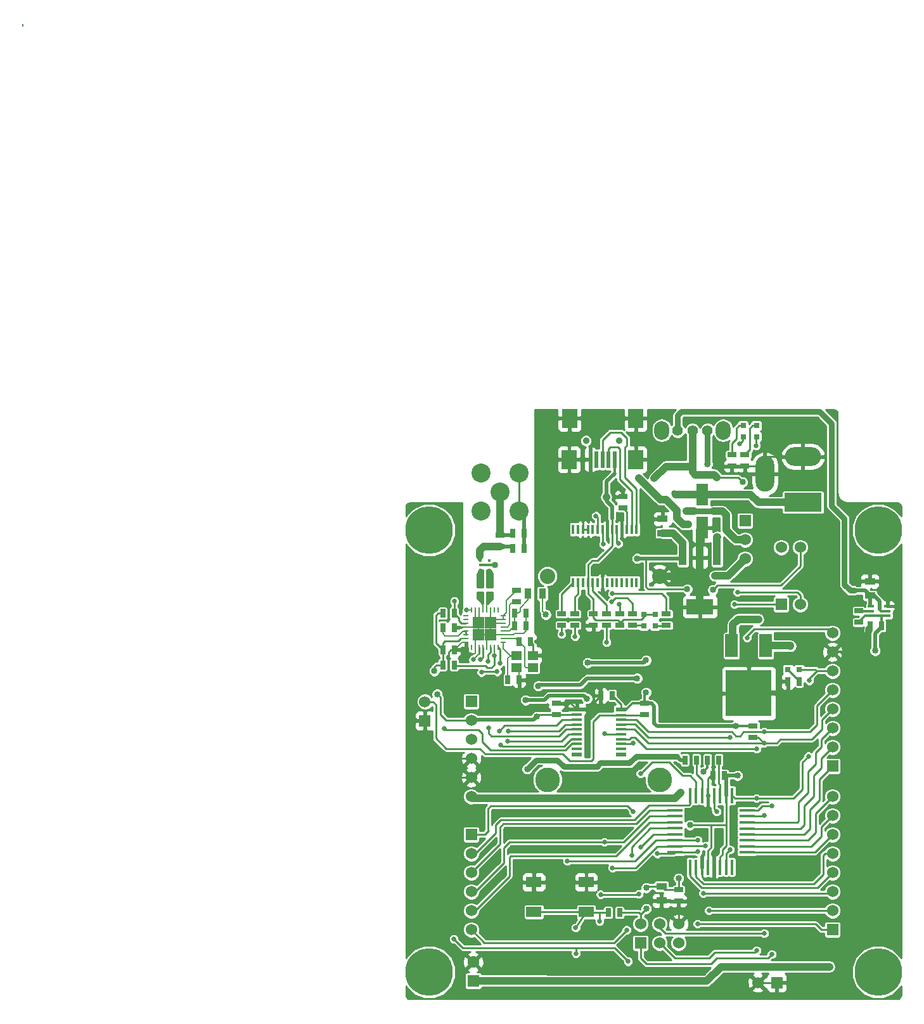
<source format=gtl>
G04 (created by PCBNEW (2013-07-07 BZR 4022)-stable) date Tue 23 Jul 2013 03:58:13 PM NZST*
%MOIN*%
G04 Gerber Fmt 3.4, Leading zero omitted, Abs format*
%FSLAX34Y34*%
G01*
G70*
G90*
G04 APERTURE LIST*
%ADD10C,0.00590551*%
%ADD11R,0.00590551X0.00590551*%
%ADD12C,0.0354*%
%ADD13R,0.0787X0.0984*%
%ADD14R,0.0197X0.0906*%
%ADD15C,0.25*%
%ADD16R,0.0177X0.0787*%
%ADD17R,0.0787X0.0177*%
%ADD18R,0.06X0.06*%
%ADD19C,0.06*%
%ADD20R,0.144X0.08*%
%ADD21R,0.04X0.08*%
%ADD22R,0.035X0.055*%
%ADD23R,0.055X0.035*%
%ADD24R,0.045X0.025*%
%ADD25R,0.025X0.045*%
%ADD26R,0.0236X0.0157*%
%ADD27R,0.0314X0.0314*%
%ADD28R,0.063X0.1181*%
%ADD29R,0.0787402X0.0551181*%
%ADD30R,0.0551181X0.0472441*%
%ADD31R,0.065X0.12*%
%ADD32R,0.24X0.24*%
%ADD33C,0.1*%
%ADD34R,0.0629921X0.0629921*%
%ADD35C,0.0629921*%
%ADD36O,0.189X0.0984252*%
%ADD37R,0.19685X0.0984252*%
%ADD38O,0.0984252X0.189*%
%ADD39C,0.0551181*%
%ADD40O,0.0787402X0.0984252*%
%ADD41R,0.015748X0.011811*%
%ADD42R,0.0334646X0.0137795*%
%ADD43R,0.016X0.05*%
%ADD44R,0.0531496X0.015748*%
%ADD45R,0.0531496X0.023622*%
%ADD46C,0.08*%
%ADD47C,0.13*%
%ADD48R,0.03X0.01*%
%ADD49R,0.01X0.03*%
%ADD50C,0.0255906*%
%ADD51C,0.0334646*%
%ADD52C,0.00984252*%
%ADD53C,0.01*%
%ADD54C,0.0137795*%
%ADD55C,0.019685*%
%ADD56C,0.0295276*%
%ADD57C,0.0393701*%
%ADD58C,0.00787402*%
G04 APERTURE END LIST*
G54D10*
G54D11*
X0Y0D03*
X0Y59D03*
G54D12*
X29634Y-21800D03*
X31366Y-21800D03*
G54D13*
X28768Y-20619D03*
X32252Y-20619D03*
X28748Y-22784D03*
X32252Y-22784D03*
G54D14*
X30500Y-22784D03*
X30815Y-22784D03*
X31130Y-22784D03*
X30185Y-22784D03*
X29870Y-22784D03*
G54D15*
X21380Y-26500D03*
X21380Y-49730D03*
X45000Y-26500D03*
X45000Y-49730D03*
G54D16*
X37313Y-44218D03*
X36998Y-44218D03*
X36683Y-44218D03*
X36368Y-44218D03*
X36053Y-44218D03*
X35738Y-44218D03*
X35423Y-44218D03*
X35108Y-44218D03*
X35110Y-40452D03*
X37320Y-40452D03*
X37000Y-40452D03*
X36680Y-40452D03*
X36370Y-40452D03*
X36050Y-40452D03*
X35740Y-40452D03*
X35420Y-40452D03*
G54D17*
X34320Y-43434D03*
X34320Y-43120D03*
X34320Y-42804D03*
X34320Y-42490D03*
X34320Y-42174D03*
X34320Y-41860D03*
X34320Y-41544D03*
X34320Y-41230D03*
X38100Y-43432D03*
X38100Y-43122D03*
X38100Y-42802D03*
X38100Y-42492D03*
X38100Y-42182D03*
X38100Y-41862D03*
X38100Y-41542D03*
X38100Y-41222D03*
G54D18*
X39900Y-30400D03*
G54D19*
X40900Y-30400D03*
X40900Y-27400D03*
X39900Y-27400D03*
G54D20*
X35629Y-30532D03*
G54D21*
X35629Y-27932D03*
X34729Y-27932D03*
X36529Y-27932D03*
G54D22*
X27343Y-29842D03*
X26593Y-29842D03*
G54D23*
X33600Y-45225D03*
X33600Y-45975D03*
X33661Y-26654D03*
X33661Y-25904D03*
G54D24*
X34500Y-45400D03*
X34500Y-46000D03*
G54D25*
X22101Y-31614D03*
X22701Y-31614D03*
X25881Y-31535D03*
X26481Y-31535D03*
G54D24*
X25984Y-30260D03*
X25984Y-29660D03*
G54D25*
X26100Y-32350D03*
X26700Y-32350D03*
X25526Y-34370D03*
X26126Y-34370D03*
X25881Y-30866D03*
X26481Y-30866D03*
X25782Y-27460D03*
X26382Y-27460D03*
X22101Y-32795D03*
X22701Y-32795D03*
G54D24*
X29035Y-30900D03*
X29035Y-31500D03*
X31574Y-25339D03*
X31574Y-24739D03*
X30019Y-30900D03*
X30019Y-31500D03*
X28070Y-36205D03*
X28070Y-35605D03*
G54D25*
X31008Y-35196D03*
X30408Y-35196D03*
X36914Y-39409D03*
X36314Y-39409D03*
G54D24*
X31397Y-31500D03*
X31397Y-30900D03*
X25098Y-27366D03*
X25098Y-26766D03*
G54D25*
X22101Y-30866D03*
X22701Y-30866D03*
X22101Y-33582D03*
X22701Y-33582D03*
G54D24*
X32086Y-31500D03*
X32086Y-30900D03*
X33858Y-31500D03*
X33858Y-30900D03*
G54D25*
X30800Y-46600D03*
X31400Y-46600D03*
G54D24*
X32716Y-36205D03*
X32716Y-35605D03*
X37303Y-23134D03*
X37303Y-22534D03*
X37992Y-23134D03*
X37992Y-22534D03*
X38425Y-37386D03*
X38425Y-36786D03*
G54D25*
X34837Y-38582D03*
X35437Y-38582D03*
G54D24*
X30708Y-31500D03*
X30708Y-30900D03*
X28346Y-31500D03*
X28346Y-30900D03*
G54D25*
X40251Y-34448D03*
X40851Y-34448D03*
X36018Y-38582D03*
X36618Y-38582D03*
G54D26*
X24015Y-29802D03*
X24015Y-29448D03*
X24606Y-29802D03*
X24606Y-29448D03*
G54D18*
X42600Y-47500D03*
G54D19*
X42600Y-46500D03*
X42600Y-45500D03*
X42600Y-44500D03*
X42600Y-43500D03*
X42600Y-42500D03*
X42600Y-41500D03*
X42600Y-40500D03*
G54D18*
X42600Y-38900D03*
G54D19*
X42600Y-37900D03*
X42600Y-36900D03*
X42600Y-35900D03*
X42600Y-34900D03*
X42600Y-33900D03*
X42600Y-32900D03*
X42600Y-31900D03*
G54D18*
X32500Y-48200D03*
G54D19*
X32500Y-47200D03*
X33500Y-48200D03*
X33500Y-47200D03*
X34500Y-48200D03*
X34500Y-47200D03*
G54D18*
X38000Y-26000D03*
G54D19*
X38000Y-27000D03*
X38000Y-28000D03*
G54D18*
X21161Y-36523D03*
G54D19*
X21161Y-35523D03*
G54D18*
X39673Y-50295D03*
G54D19*
X38673Y-50295D03*
G54D18*
X23600Y-42500D03*
G54D19*
X23600Y-43500D03*
X23600Y-44500D03*
X23600Y-45500D03*
X23600Y-46500D03*
X23600Y-47500D03*
G54D18*
X23600Y-35500D03*
G54D19*
X23600Y-36500D03*
X23600Y-37500D03*
X23600Y-38500D03*
X23600Y-39500D03*
X23600Y-40500D03*
G54D27*
X37900Y-21595D03*
X37900Y-21005D03*
X40846Y-33818D03*
X40256Y-33818D03*
X32677Y-30925D03*
X32677Y-31515D03*
X38600Y-21595D03*
X38600Y-21005D03*
X33267Y-30925D03*
X33267Y-31515D03*
G54D28*
X35750Y-24634D03*
X35750Y-26366D03*
G54D29*
X29645Y-46574D03*
X29645Y-45000D03*
X26889Y-45000D03*
X26889Y-46574D03*
G54D25*
X25782Y-26673D03*
X26382Y-26673D03*
G54D30*
X25966Y-33714D03*
X26833Y-33714D03*
X25966Y-33085D03*
X26833Y-33085D03*
G54D31*
X39088Y-32578D03*
G54D32*
X38188Y-35078D03*
G54D31*
X37288Y-32578D03*
G54D33*
X25100Y-24500D03*
X26100Y-23500D03*
X24100Y-23500D03*
X24100Y-25500D03*
X26100Y-25500D03*
G54D34*
X23700Y-50192D03*
G54D35*
X23700Y-49207D03*
G54D36*
X41043Y-22637D03*
G54D37*
X41043Y-25037D03*
G54D38*
X39043Y-23537D03*
G54D39*
X35236Y-21259D03*
X36023Y-21259D03*
X34448Y-21259D03*
G54D40*
X33622Y-21259D03*
X36850Y-21259D03*
G54D41*
X24557Y-28602D03*
X24557Y-28346D03*
X24557Y-28090D03*
X24064Y-28602D03*
X24064Y-28346D03*
X24064Y-28090D03*
G54D42*
X45492Y-31003D03*
X45492Y-30748D03*
X45492Y-30492D03*
X44625Y-30492D03*
X44625Y-30748D03*
X44625Y-31003D03*
G54D24*
X43976Y-31343D03*
X43976Y-30743D03*
G54D23*
X44566Y-29941D03*
X44566Y-29191D03*
G54D25*
X45181Y-31535D03*
X44581Y-31535D03*
G54D43*
X28960Y-29254D03*
X29210Y-29254D03*
X29470Y-29254D03*
X29730Y-29254D03*
X29980Y-29254D03*
X30240Y-29254D03*
X30500Y-29254D03*
X30750Y-29254D03*
X31010Y-29254D03*
X31260Y-29254D03*
X31520Y-29254D03*
X31780Y-29254D03*
X32030Y-29254D03*
X32290Y-29254D03*
X32290Y-26454D03*
X32030Y-26454D03*
X31790Y-26454D03*
X31520Y-26454D03*
X31260Y-26454D03*
X31010Y-26454D03*
X30750Y-26454D03*
X30500Y-26454D03*
X30240Y-26454D03*
X29980Y-26454D03*
X29730Y-26454D03*
X29470Y-26454D03*
X29210Y-26454D03*
X28960Y-26454D03*
G54D44*
X29161Y-36978D03*
X29161Y-37234D03*
X29161Y-37490D03*
X29161Y-37746D03*
X31468Y-36214D03*
X29161Y-36210D03*
X29161Y-36466D03*
X29161Y-36722D03*
X31468Y-38001D03*
X31468Y-37746D03*
X31468Y-37490D03*
X31468Y-37234D03*
X31468Y-36978D03*
X31468Y-36722D03*
X29161Y-38001D03*
X31468Y-36466D03*
G54D45*
X29161Y-35915D03*
X29161Y-38297D03*
X31468Y-38297D03*
X31468Y-35915D03*
G54D46*
X33505Y-28918D03*
X27605Y-28918D03*
G54D47*
X33505Y-39618D03*
X27605Y-39618D03*
G54D48*
X25295Y-31200D03*
X25295Y-31397D03*
X25295Y-31594D03*
X25295Y-31003D03*
G54D49*
X25000Y-30708D03*
X24803Y-30708D03*
X24606Y-30708D03*
X24409Y-30708D03*
X24213Y-30708D03*
X24016Y-30708D03*
X23819Y-30708D03*
X23622Y-30708D03*
G54D48*
X23327Y-32381D03*
X23327Y-31003D03*
X23327Y-31200D03*
X23327Y-31397D03*
X23327Y-31594D03*
X23327Y-31790D03*
X23327Y-31987D03*
X23327Y-32184D03*
G54D49*
X23622Y-32676D03*
X23819Y-32676D03*
X24016Y-32676D03*
X24213Y-32676D03*
X24409Y-32676D03*
X24606Y-32676D03*
X24803Y-32676D03*
X25000Y-32676D03*
G54D48*
X25295Y-32381D03*
X25295Y-32184D03*
X25295Y-31987D03*
X25295Y-31790D03*
G54D34*
X24625Y-31377D03*
X24625Y-32007D03*
X23996Y-31377D03*
X23996Y-32007D03*
G54D50*
X37598Y-29763D03*
X38582Y-22047D03*
X37716Y-21968D03*
X37440Y-30393D03*
G54D51*
X38700Y-31181D03*
X34921Y-25511D03*
X36023Y-23031D03*
G54D50*
X31377Y-30393D03*
X31338Y-27204D03*
X31023Y-29842D03*
X30551Y-27244D03*
X30157Y-25748D03*
X30984Y-30275D03*
X36500Y-41300D03*
X38100Y-32150D03*
X25551Y-37047D03*
X25100Y-33500D03*
X25078Y-37047D03*
X24960Y-33937D03*
X24094Y-33307D03*
X24133Y-33976D03*
X24500Y-36900D03*
X24488Y-33385D03*
X39000Y-37700D03*
X39000Y-47700D03*
X39000Y-41500D03*
X39000Y-37100D03*
X39400Y-48800D03*
X39400Y-41000D03*
X41338Y-38385D03*
X41377Y-34409D03*
X38600Y-40600D03*
X38600Y-48600D03*
X38600Y-38000D03*
X32500Y-39300D03*
X32125Y-41299D03*
X30600Y-42900D03*
X30600Y-37200D03*
X31771Y-47519D03*
X32047Y-43582D03*
X28661Y-43897D03*
X28346Y-31968D03*
X35500Y-42800D03*
X35500Y-47200D03*
X31023Y-44251D03*
X30708Y-32401D03*
X36100Y-46500D03*
X35900Y-43100D03*
X32100Y-37700D03*
X33385Y-43503D03*
X35800Y-45600D03*
X35500Y-43400D03*
X37200Y-43300D03*
X37200Y-37400D03*
X25511Y-37598D03*
X24803Y-33110D03*
X32519Y-43149D03*
X32401Y-45629D03*
X30400Y-45650D03*
X30350Y-47050D03*
X31850Y-49173D03*
X29100Y-48750D03*
X23346Y-30708D03*
X22677Y-47992D03*
X29055Y-32086D03*
X29094Y-47401D03*
X23700Y-33307D03*
X25157Y-37795D03*
X22165Y-36929D03*
X22716Y-30236D03*
G54D51*
X26535Y-39055D03*
X27598Y-50196D03*
X44842Y-32834D03*
X42440Y-49448D03*
X35800Y-39200D03*
X32400Y-23750D03*
X35000Y-26200D03*
X36400Y-28900D03*
X30700Y-24750D03*
X27519Y-30944D03*
X27125Y-34685D03*
X27047Y-36299D03*
X32322Y-34291D03*
X32322Y-27992D03*
X34960Y-29606D03*
X36299Y-29645D03*
X21811Y-35118D03*
X21653Y-33897D03*
X29685Y-35354D03*
X29724Y-33464D03*
X32795Y-33346D03*
X26456Y-35433D03*
X32795Y-35039D03*
X33228Y-23779D03*
X37874Y-23976D03*
X37500Y-36800D03*
X37600Y-39400D03*
X32800Y-45300D03*
X32800Y-46400D03*
X34500Y-44800D03*
X35100Y-42000D03*
X36529Y-23734D03*
X36535Y-26850D03*
X34600Y-40300D03*
X34291Y-24566D03*
X40393Y-32598D03*
X29842Y-24173D03*
X30236Y-40118D03*
X29448Y-39566D03*
X26811Y-41338D03*
X29842Y-41338D03*
X37650Y-29050D03*
X41342Y-26314D03*
X40283Y-25996D03*
X42598Y-26299D03*
X37800Y-25250D03*
X34850Y-28918D03*
X35800Y-28900D03*
X33800Y-27400D03*
X32700Y-24900D03*
X36000Y-41300D03*
X35800Y-42400D03*
X36500Y-46000D03*
X36600Y-42850D03*
X25586Y-40039D03*
X25937Y-38720D03*
X26811Y-44173D03*
X26811Y-45787D03*
X33850Y-32800D03*
X35100Y-32800D03*
X35100Y-36300D03*
X28700Y-32850D03*
X30550Y-32950D03*
X31650Y-32800D03*
X29600Y-32850D03*
X28700Y-34200D03*
X33850Y-36300D03*
X25650Y-36050D03*
X26600Y-36050D03*
X26650Y-35039D03*
X22496Y-34224D03*
X22559Y-35905D03*
X22952Y-35551D03*
X21614Y-37992D03*
X21338Y-28543D03*
X22874Y-27283D03*
X22874Y-25472D03*
X27165Y-20433D03*
X27165Y-21141D03*
X27165Y-21929D03*
X27204Y-22784D03*
X27204Y-23897D03*
X27204Y-24724D03*
X27244Y-28110D03*
X27244Y-26220D03*
X27244Y-27125D03*
X20354Y-34015D03*
X20393Y-28543D03*
X22716Y-27992D03*
X22716Y-29685D03*
X22716Y-28818D03*
G54D50*
X23031Y-33188D03*
G54D51*
X26811Y-42519D03*
X30000Y-42519D03*
X26811Y-43267D03*
X30000Y-43267D03*
X36149Y-36350D03*
X36141Y-35078D03*
X36251Y-32681D03*
X30393Y-45000D03*
X31350Y-44968D03*
X33330Y-44196D03*
X40901Y-43905D03*
X38098Y-44460D03*
X40574Y-39464D03*
X38173Y-39464D03*
X40905Y-34960D03*
X24842Y-28346D03*
X45236Y-29212D03*
X45472Y-30039D03*
X46023Y-30472D03*
X45836Y-31929D03*
X45708Y-35748D03*
X45748Y-40787D03*
X45787Y-47677D03*
X36614Y-23031D03*
X28385Y-50787D03*
X35118Y-50787D03*
X43070Y-50748D03*
X20511Y-39488D03*
X20551Y-47755D03*
X20511Y-44685D03*
G54D50*
X30078Y-34645D03*
G54D51*
X30039Y-32007D03*
X43937Y-29251D03*
X43503Y-30157D03*
X45236Y-32125D03*
X44409Y-32125D03*
X43661Y-31732D03*
X43503Y-31062D03*
X35100Y-31600D03*
X35100Y-35100D03*
X40900Y-46000D03*
X40900Y-50300D03*
X31850Y-27165D03*
X31181Y-24173D03*
X33149Y-22755D03*
G54D52*
X38582Y-22047D02*
X38582Y-21612D01*
X37598Y-29763D02*
X40748Y-29763D01*
X40900Y-30400D02*
X40900Y-29915D01*
X40748Y-29763D02*
X40900Y-29915D01*
X38582Y-21612D02*
X38600Y-21595D01*
G54D53*
X37874Y-21811D02*
X37716Y-21968D01*
X37900Y-21595D02*
X37874Y-21811D01*
X37447Y-30400D02*
X39900Y-30400D01*
X37440Y-30393D02*
X37447Y-30400D01*
G54D52*
X29921Y-38622D02*
X30000Y-38543D01*
X30000Y-36574D02*
X30360Y-36214D01*
X31468Y-36214D02*
X30360Y-36214D01*
X30000Y-38543D02*
X30000Y-36929D01*
X30000Y-36929D02*
X30000Y-36574D01*
X28425Y-38267D02*
X28779Y-38622D01*
X28779Y-38622D02*
X29921Y-38622D01*
X22480Y-37992D02*
X22283Y-37992D01*
X22283Y-37992D02*
X21732Y-37440D01*
X21732Y-37440D02*
X21732Y-35669D01*
X21732Y-35669D02*
X21586Y-35523D01*
X21586Y-35523D02*
X21161Y-35523D01*
X24330Y-38267D02*
X24055Y-37992D01*
X22480Y-37992D02*
X24055Y-37992D01*
X24330Y-38267D02*
X28425Y-38267D01*
X31468Y-36214D02*
X32707Y-36214D01*
G54D54*
X32707Y-36214D02*
X32716Y-36205D01*
G54D52*
X37992Y-22534D02*
X38250Y-22276D01*
X38395Y-21005D02*
X38600Y-21005D01*
X38250Y-21150D02*
X38395Y-21005D01*
X38250Y-22276D02*
X38250Y-21150D01*
X37303Y-22534D02*
X37303Y-21946D01*
X37695Y-21005D02*
X37900Y-21005D01*
X37550Y-21150D02*
X37695Y-21005D01*
X37550Y-21700D02*
X37550Y-21150D01*
X37303Y-21946D02*
X37550Y-21700D01*
G54D54*
X45492Y-30748D02*
X45157Y-30748D01*
X44784Y-29941D02*
X44566Y-29941D01*
G54D55*
X45078Y-30236D02*
X44784Y-29941D01*
X45078Y-30669D02*
X45078Y-30236D01*
G54D54*
X45157Y-30748D02*
X45078Y-30669D01*
G54D56*
X43740Y-29675D02*
X43533Y-29675D01*
G54D55*
X44300Y-29675D02*
X43740Y-29675D01*
X44566Y-29941D02*
X44300Y-29675D01*
G54D56*
X34448Y-20472D02*
X34448Y-21259D01*
X34645Y-20275D02*
X34448Y-20472D01*
X41929Y-20275D02*
X34645Y-20275D01*
X42559Y-20905D02*
X41929Y-20275D01*
X42559Y-25236D02*
X42559Y-20905D01*
X43228Y-25905D02*
X42559Y-25236D01*
X43228Y-29370D02*
X43228Y-25905D01*
X43533Y-29675D02*
X43228Y-29370D01*
G54D54*
X44625Y-30492D02*
X44586Y-30452D01*
G54D55*
X44586Y-30452D02*
X44586Y-29961D01*
X37362Y-32505D02*
X37288Y-32578D01*
G54D57*
X37362Y-31456D02*
X37362Y-32505D01*
X37637Y-31181D02*
X37362Y-31456D01*
X38700Y-31181D02*
X37637Y-31181D01*
X38000Y-27000D02*
X37511Y-27000D01*
X36811Y-25511D02*
X36350Y-25511D01*
G54D56*
X36350Y-25511D02*
X35300Y-25511D01*
G54D57*
X35300Y-25511D02*
X34921Y-25511D01*
X37007Y-25708D02*
X36811Y-25511D01*
X37007Y-26496D02*
X37007Y-25708D01*
X37511Y-27000D02*
X37007Y-26496D01*
G54D56*
X36023Y-23031D02*
X36023Y-21259D01*
G54D55*
X25098Y-26766D02*
X25688Y-26766D01*
X25688Y-26766D02*
X25782Y-26673D01*
G54D54*
X25098Y-26766D02*
X25098Y-24501D01*
X25098Y-24501D02*
X25100Y-24500D01*
G54D58*
X24409Y-30708D02*
X24409Y-30276D01*
X24409Y-30276D02*
X24606Y-30078D01*
X24606Y-30078D02*
X24606Y-29802D01*
G54D54*
X24557Y-28602D02*
X24557Y-29399D01*
X24557Y-29399D02*
X24606Y-29448D01*
G54D58*
X24213Y-30708D02*
X24213Y-30000D01*
X24213Y-30000D02*
X24015Y-29802D01*
G54D54*
X24064Y-28602D02*
X24064Y-29399D01*
X24064Y-29399D02*
X24015Y-29448D01*
G54D57*
X25098Y-27366D02*
X24233Y-27366D01*
X24050Y-27550D02*
X24050Y-27850D01*
G54D55*
X24050Y-27850D02*
X24050Y-28065D01*
G54D57*
X24233Y-27366D02*
X24050Y-27550D01*
G54D55*
X25098Y-27366D02*
X25688Y-27366D01*
X25688Y-27366D02*
X25782Y-27460D01*
G54D53*
X30815Y-22784D02*
X30815Y-22236D01*
X32030Y-24451D02*
X32030Y-26454D01*
X31397Y-23818D02*
X32030Y-24451D01*
X31397Y-22244D02*
X31397Y-23818D01*
X31299Y-22145D02*
X31397Y-22244D01*
X30905Y-22145D02*
X31299Y-22145D01*
X30815Y-22236D02*
X30905Y-22145D01*
X30500Y-22784D02*
X30500Y-21763D01*
X32290Y-24317D02*
X32290Y-26454D01*
X31692Y-23720D02*
X32290Y-24317D01*
X31692Y-22145D02*
X31692Y-23720D01*
X31791Y-22047D02*
X31692Y-22145D01*
X31791Y-21653D02*
X31791Y-22047D01*
X31496Y-21358D02*
X31791Y-21653D01*
X30905Y-21358D02*
X31496Y-21358D01*
X30500Y-21763D02*
X30905Y-21358D01*
X31260Y-26454D02*
X31260Y-27126D01*
X31397Y-30413D02*
X31397Y-30900D01*
X31377Y-30393D02*
X31397Y-30413D01*
X31260Y-27126D02*
X31338Y-27204D01*
X31023Y-29842D02*
X33622Y-29842D01*
X33622Y-29842D02*
X33858Y-30078D01*
X33858Y-30900D02*
X33858Y-30078D01*
X30511Y-26465D02*
X30500Y-26454D01*
X30511Y-27204D02*
X30551Y-27244D01*
X30511Y-26465D02*
X30511Y-27204D01*
X33779Y-30822D02*
X33858Y-30900D01*
X30240Y-26454D02*
X30240Y-25830D01*
X30240Y-25830D02*
X30157Y-25748D01*
X32086Y-30354D02*
X32086Y-30900D01*
X31811Y-30078D02*
X32086Y-30354D01*
X31181Y-30078D02*
X31811Y-30078D01*
X30984Y-30275D02*
X31181Y-30078D01*
X32086Y-30900D02*
X32125Y-30861D01*
X31574Y-25339D02*
X31790Y-25554D01*
X31790Y-25554D02*
X31790Y-26454D01*
G54D52*
X35740Y-40452D02*
X35740Y-39640D01*
X35437Y-39337D02*
X35437Y-38582D01*
X35740Y-39640D02*
X35437Y-39337D01*
X36680Y-40452D02*
X36680Y-39880D01*
X36680Y-39880D02*
X36600Y-39800D01*
X36600Y-39800D02*
X36600Y-38601D01*
X36600Y-38601D02*
X36618Y-38582D01*
X38468Y-31700D02*
X38100Y-32068D01*
X36370Y-40452D02*
X36370Y-41170D01*
X36370Y-41170D02*
X36500Y-41300D01*
X38468Y-31700D02*
X42400Y-31700D01*
X42400Y-31700D02*
X42600Y-31900D01*
X38100Y-32068D02*
X38100Y-32150D01*
G54D58*
X26181Y-30590D02*
X26593Y-30178D01*
X26593Y-29842D02*
X26593Y-30178D01*
X26062Y-30866D02*
X26062Y-30826D01*
X26062Y-30826D02*
X26102Y-30826D01*
X26102Y-30826D02*
X26181Y-30748D01*
X26181Y-30748D02*
X26181Y-30590D01*
X26062Y-30866D02*
X25881Y-30866D01*
X25881Y-31535D02*
X25881Y-30866D01*
X25295Y-31790D02*
X25625Y-31790D01*
X25625Y-31790D02*
X25881Y-31535D01*
X25881Y-31638D02*
X25881Y-31456D01*
G54D53*
X29210Y-29254D02*
X29210Y-29844D01*
X29035Y-30019D02*
X29035Y-30900D01*
X29210Y-29844D02*
X29035Y-30019D01*
G54D52*
X28228Y-37047D02*
X25551Y-37047D01*
X28553Y-36722D02*
X28228Y-37047D01*
X29161Y-36722D02*
X28553Y-36722D01*
X25000Y-32676D02*
X25100Y-32776D01*
X25100Y-32776D02*
X25100Y-33500D01*
G54D53*
X28346Y-30900D02*
X28346Y-29868D01*
X28346Y-29868D02*
X28960Y-29254D01*
X29980Y-29254D02*
X29980Y-29684D01*
X30708Y-30413D02*
X30708Y-30900D01*
X29980Y-29684D02*
X30708Y-30413D01*
G54D52*
X24960Y-33937D02*
X24173Y-33937D01*
X28375Y-36466D02*
X28070Y-36771D01*
X28070Y-36771D02*
X25354Y-36771D01*
X25354Y-36771D02*
X25078Y-37047D01*
X29161Y-36466D02*
X28375Y-36466D01*
X24212Y-33188D02*
X24212Y-32677D01*
X24094Y-33307D02*
X24212Y-33188D01*
X24173Y-33937D02*
X24133Y-33976D01*
X24685Y-37322D02*
X24645Y-37322D01*
X24645Y-37322D02*
X24500Y-37177D01*
X24500Y-37177D02*
X24500Y-36900D01*
X28572Y-36978D02*
X28228Y-37322D01*
X28228Y-37322D02*
X24685Y-37322D01*
X28572Y-36978D02*
X29161Y-36978D01*
X24606Y-32677D02*
X24606Y-32913D01*
X24488Y-33031D02*
X24606Y-32913D01*
X24488Y-33385D02*
X24488Y-33031D01*
G54D54*
X44625Y-30748D02*
X43981Y-30748D01*
X43981Y-30748D02*
X43976Y-30743D01*
G54D58*
X26100Y-32350D02*
X26400Y-32650D01*
X26464Y-33714D02*
X26833Y-33714D01*
X26400Y-33650D02*
X26464Y-33714D01*
X26400Y-32650D02*
X26400Y-33650D01*
X25295Y-32184D02*
X25934Y-32184D01*
X25934Y-32184D02*
X26100Y-32350D01*
X25511Y-33238D02*
X25511Y-34355D01*
X25511Y-34355D02*
X25526Y-34370D01*
X25511Y-33238D02*
X25664Y-33085D01*
G54D52*
X25966Y-33085D02*
X25664Y-33085D01*
G54D58*
X25295Y-32381D02*
X25295Y-32745D01*
G54D52*
X25635Y-33085D02*
X25966Y-33085D01*
G54D58*
X25295Y-32745D02*
X25635Y-33085D01*
G54D52*
X23326Y-31988D02*
X23326Y-31791D01*
G54D58*
X23169Y-31791D02*
X22913Y-32047D01*
X22913Y-32047D02*
X22204Y-32047D01*
X22204Y-32047D02*
X22101Y-31944D01*
X22101Y-31944D02*
X22101Y-31614D01*
G54D52*
X23326Y-31791D02*
X23169Y-31791D01*
G54D58*
X25629Y-31470D02*
X25629Y-30433D01*
X25802Y-30260D02*
X25984Y-30260D01*
X25629Y-30433D02*
X25802Y-30260D01*
X25505Y-31594D02*
X25629Y-31470D01*
X25629Y-31470D02*
X25629Y-31470D01*
X25295Y-31594D02*
X25505Y-31594D01*
G54D53*
X33267Y-31515D02*
X33843Y-31515D01*
X33843Y-31515D02*
X33858Y-31500D01*
X32086Y-31500D02*
X32662Y-31500D01*
X32662Y-31500D02*
X32677Y-31515D01*
G54D52*
X40851Y-34448D02*
X40851Y-34413D01*
X40851Y-34413D02*
X40256Y-33818D01*
G54D53*
X38100Y-42492D02*
X41107Y-42492D01*
X41900Y-39600D02*
X42600Y-38900D01*
X41900Y-40700D02*
X41900Y-39600D01*
X41400Y-41200D02*
X41900Y-40700D01*
X41400Y-42200D02*
X41400Y-41200D01*
X41107Y-42492D02*
X41400Y-42200D01*
X38100Y-42182D02*
X40917Y-42182D01*
X42000Y-38500D02*
X42600Y-37900D01*
X42000Y-39000D02*
X42000Y-38500D01*
X41600Y-39400D02*
X42000Y-39000D01*
X41600Y-40500D02*
X41600Y-39400D01*
X41100Y-41000D02*
X41600Y-40500D01*
X41100Y-42000D02*
X41100Y-41000D01*
X40917Y-42182D02*
X41100Y-42000D01*
X38100Y-41862D02*
X40737Y-41862D01*
X42000Y-37500D02*
X42600Y-36900D01*
X42000Y-37900D02*
X42000Y-37500D01*
X41700Y-38200D02*
X42000Y-37900D01*
X41700Y-38800D02*
X41700Y-38200D01*
X41300Y-39200D02*
X41700Y-38800D01*
X41300Y-40300D02*
X41300Y-39200D01*
X40800Y-40800D02*
X41300Y-40300D01*
X40800Y-41800D02*
X40800Y-40800D01*
X40737Y-41862D02*
X40800Y-41800D01*
G54D52*
X38425Y-37386D02*
X38686Y-37386D01*
X38686Y-37386D02*
X39000Y-37700D01*
X39862Y-37504D02*
X41511Y-37504D01*
X42047Y-36452D02*
X42600Y-35900D01*
X42047Y-36968D02*
X42047Y-36452D01*
X41511Y-37504D02*
X42047Y-36968D01*
X31468Y-36978D02*
X32000Y-36978D01*
X32178Y-36978D02*
X32900Y-37700D01*
X32900Y-37700D02*
X38425Y-37700D01*
X38425Y-37700D02*
X39000Y-37700D01*
X32000Y-36978D02*
X32178Y-36978D01*
X39666Y-37700D02*
X39862Y-37504D01*
X39000Y-37700D02*
X39666Y-37700D01*
G54D53*
X38100Y-41542D02*
X38957Y-41542D01*
G54D52*
X33500Y-47400D02*
X33500Y-47200D01*
X39000Y-47700D02*
X33800Y-47700D01*
X33800Y-47700D02*
X33500Y-47400D01*
G54D53*
X38957Y-41542D02*
X39000Y-41500D01*
G54D52*
X39000Y-37100D02*
X41403Y-37100D01*
X41771Y-35728D02*
X42600Y-34900D01*
X41771Y-36732D02*
X41771Y-35728D01*
X41403Y-37100D02*
X41771Y-36732D01*
X32266Y-36466D02*
X32900Y-37100D01*
X39000Y-37100D02*
X37913Y-37100D01*
X37913Y-37100D02*
X37755Y-37322D01*
X37755Y-37322D02*
X37515Y-37322D01*
X37515Y-37322D02*
X37308Y-37103D01*
X37308Y-37103D02*
X32900Y-37100D01*
X32000Y-36466D02*
X32266Y-36466D01*
X32000Y-36466D02*
X31468Y-36466D01*
G54D53*
X38100Y-41222D02*
X38677Y-41222D01*
G54D52*
X32500Y-49000D02*
X32500Y-48200D01*
X39400Y-48800D02*
X39200Y-49000D01*
X39200Y-49000D02*
X36500Y-49000D01*
X36500Y-49000D02*
X36200Y-49300D01*
X36200Y-49300D02*
X32800Y-49300D01*
X32800Y-49300D02*
X32500Y-49000D01*
G54D53*
X38900Y-41000D02*
X39400Y-41000D01*
X38677Y-41222D02*
X38900Y-41000D01*
G54D52*
X40846Y-33818D02*
X41692Y-33818D01*
X41692Y-33818D02*
X41774Y-33900D01*
X41023Y-39113D02*
X41023Y-39094D01*
X40300Y-40600D02*
X40541Y-40600D01*
X38600Y-40600D02*
X40300Y-40600D01*
X41377Y-34409D02*
X41377Y-34291D01*
X41769Y-33900D02*
X41774Y-33900D01*
X41774Y-33900D02*
X42600Y-33900D01*
X41377Y-34291D02*
X41769Y-33900D01*
X41023Y-38700D02*
X41338Y-38385D01*
X41023Y-40118D02*
X41023Y-39094D01*
X41023Y-39094D02*
X41023Y-38700D01*
X40541Y-40600D02*
X41023Y-40118D01*
X37320Y-40452D02*
X37467Y-40600D01*
X37467Y-40600D02*
X38600Y-40600D01*
X38600Y-48600D02*
X38500Y-48700D01*
X38500Y-48700D02*
X36400Y-48700D01*
X36400Y-48700D02*
X36100Y-49000D01*
X36100Y-49000D02*
X34300Y-49000D01*
X33500Y-48200D02*
X34300Y-49000D01*
X31909Y-37490D02*
X32000Y-37400D01*
X32000Y-37400D02*
X32200Y-37400D01*
X32200Y-37400D02*
X32800Y-38000D01*
X32900Y-38000D02*
X32800Y-38000D01*
X38600Y-38000D02*
X32900Y-38000D01*
X31909Y-37490D02*
X31468Y-37490D01*
X24482Y-42317D02*
X24482Y-41147D01*
X31829Y-41002D02*
X24627Y-41002D01*
G54D53*
X35420Y-39720D02*
X35100Y-39400D01*
X35100Y-39400D02*
X34700Y-39400D01*
X34700Y-39400D02*
X34000Y-38700D01*
X34000Y-38700D02*
X33100Y-38700D01*
X33100Y-38700D02*
X32500Y-39300D01*
X35420Y-39720D02*
X35420Y-40452D01*
G54D52*
X31829Y-41002D02*
X32125Y-41299D01*
X24482Y-41147D02*
X24627Y-41002D01*
G54D53*
X24300Y-42500D02*
X23600Y-42500D01*
X24500Y-42300D02*
X24482Y-42317D01*
X24482Y-42317D02*
X24300Y-42500D01*
G54D52*
X32950Y-40947D02*
X35052Y-40947D01*
X35110Y-40889D02*
X35110Y-40452D01*
X35052Y-40947D02*
X35110Y-40889D01*
G54D53*
X23800Y-43500D02*
X23600Y-43500D01*
X24878Y-42421D02*
X23800Y-43500D01*
X24878Y-41996D02*
X24878Y-42421D01*
X25143Y-41732D02*
X24878Y-41996D01*
X32165Y-41732D02*
X25143Y-41732D01*
X32940Y-40957D02*
X32950Y-40947D01*
X32950Y-40947D02*
X32165Y-41732D01*
X34320Y-41230D02*
X32981Y-41230D01*
X23600Y-44500D02*
X23600Y-44500D01*
X25100Y-43000D02*
X23600Y-44500D01*
X25100Y-42121D02*
X25100Y-43000D01*
X25292Y-41929D02*
X25100Y-42121D01*
X32283Y-41929D02*
X25292Y-41929D01*
X32981Y-41230D02*
X32283Y-41929D01*
X31468Y-37234D02*
X30634Y-37234D01*
X30600Y-37200D02*
X30634Y-37234D01*
X34320Y-41544D02*
X32982Y-41544D01*
X23800Y-45500D02*
X23600Y-45500D01*
X25300Y-44000D02*
X23800Y-45500D01*
X25300Y-43200D02*
X25300Y-44000D01*
X25600Y-42900D02*
X25300Y-43200D01*
X31627Y-42900D02*
X30600Y-42900D01*
X30600Y-42900D02*
X25600Y-42900D01*
X32982Y-41544D02*
X31627Y-42900D01*
X34320Y-41860D02*
X32981Y-41860D01*
X23800Y-46500D02*
X23600Y-46500D01*
X25600Y-44700D02*
X23800Y-46500D01*
X25600Y-43700D02*
X25600Y-44700D01*
X25681Y-43618D02*
X25600Y-43700D01*
X31224Y-43618D02*
X25681Y-43618D01*
X32981Y-41860D02*
X31224Y-43618D01*
G54D52*
X31771Y-47519D02*
X31102Y-48188D01*
X24288Y-48188D02*
X23600Y-47500D01*
X31102Y-48188D02*
X24288Y-48188D01*
X34320Y-42174D02*
X33022Y-42174D01*
X31771Y-47519D02*
X31751Y-47500D01*
X32047Y-43149D02*
X32047Y-43582D01*
X33022Y-42174D02*
X32047Y-43149D01*
X28346Y-31500D02*
X28346Y-31968D01*
X33297Y-42804D02*
X34320Y-42804D01*
X32204Y-43897D02*
X33297Y-42804D01*
X28661Y-43897D02*
X32204Y-43897D01*
G54D53*
X35500Y-47200D02*
X41700Y-47200D01*
X35495Y-42804D02*
X35500Y-42800D01*
X34320Y-42804D02*
X35495Y-42804D01*
X42000Y-47500D02*
X42600Y-47500D01*
X41700Y-47200D02*
X42000Y-47500D01*
G54D52*
X30708Y-31500D02*
X30708Y-32401D01*
X33375Y-43120D02*
X34320Y-43120D01*
X32244Y-44251D02*
X33375Y-43120D01*
X31023Y-44251D02*
X32244Y-44251D01*
G54D53*
X34320Y-43120D02*
X34341Y-43100D01*
X36100Y-46500D02*
X42600Y-46500D01*
X34341Y-43100D02*
X35900Y-43100D01*
G54D52*
X33385Y-43503D02*
X34251Y-43503D01*
G54D53*
X31468Y-37746D02*
X32053Y-37746D01*
X32100Y-37700D02*
X32053Y-37746D01*
G54D52*
X34251Y-43503D02*
X34320Y-43434D01*
G54D53*
X34320Y-43434D02*
X35465Y-43434D01*
X42500Y-45600D02*
X42600Y-45500D01*
X35800Y-45600D02*
X42500Y-45600D01*
X35465Y-43434D02*
X35500Y-43400D01*
X35108Y-44218D02*
X35108Y-44708D01*
X41800Y-45300D02*
X42600Y-44500D01*
X35700Y-45300D02*
X41800Y-45300D01*
X35108Y-44708D02*
X35700Y-45300D01*
X35700Y-45000D02*
X35799Y-45099D01*
X35423Y-44723D02*
X35700Y-45000D01*
X42600Y-43500D02*
X42200Y-43500D01*
X35423Y-44723D02*
X35423Y-44218D01*
X42100Y-43600D02*
X42200Y-43500D01*
X42100Y-44600D02*
X42100Y-43600D01*
X41600Y-45099D02*
X42100Y-44600D01*
X35799Y-45099D02*
X41600Y-45099D01*
X38100Y-43432D02*
X41667Y-43432D01*
X41667Y-43432D02*
X42600Y-42500D01*
X38100Y-43122D02*
X41477Y-43122D01*
X42000Y-42100D02*
X42600Y-41500D01*
X42000Y-42600D02*
X42000Y-42100D01*
X41477Y-43122D02*
X42000Y-42600D01*
X38100Y-42802D02*
X41297Y-42802D01*
X41700Y-41400D02*
X42600Y-40500D01*
X41700Y-42400D02*
X41700Y-41400D01*
X41297Y-42802D02*
X41700Y-42400D01*
G54D52*
X32900Y-37400D02*
X32200Y-36700D01*
X36998Y-43501D02*
X37200Y-43300D01*
X37200Y-37400D02*
X32900Y-37400D01*
X32200Y-36700D02*
X32000Y-36700D01*
X32000Y-36700D02*
X31490Y-36700D01*
G54D10*
X31468Y-36722D02*
X31490Y-36700D01*
G54D52*
X36998Y-43501D02*
X36998Y-44218D01*
X28710Y-37234D02*
X28346Y-37598D01*
X28346Y-37598D02*
X25511Y-37598D01*
X28710Y-37234D02*
X29161Y-37234D01*
X22701Y-33582D02*
X22740Y-33622D01*
X22740Y-33622D02*
X24291Y-33622D01*
X24291Y-33622D02*
X24330Y-33622D01*
X24330Y-33622D02*
X24448Y-33740D01*
X24448Y-33740D02*
X24645Y-33740D01*
X24645Y-33740D02*
X24803Y-33582D01*
X24803Y-33582D02*
X24803Y-33110D01*
G54D10*
X24803Y-32677D02*
X24803Y-33110D01*
G54D52*
X30350Y-46600D02*
X30350Y-47050D01*
X33178Y-42490D02*
X32519Y-43149D01*
X33178Y-42490D02*
X34320Y-42490D01*
X32381Y-45650D02*
X32401Y-45629D01*
X30400Y-45650D02*
X32381Y-45650D01*
X31850Y-49173D02*
X31141Y-48464D01*
X29100Y-48464D02*
X31141Y-48464D01*
X29100Y-48750D02*
X29100Y-48464D01*
X30800Y-46600D02*
X30350Y-46600D01*
X30350Y-46600D02*
X29670Y-46600D01*
G54D10*
X29670Y-46600D02*
X29645Y-46574D01*
X23622Y-30708D02*
X23346Y-30708D01*
G54D52*
X23149Y-48464D02*
X22677Y-47992D01*
X29100Y-48464D02*
X23149Y-48464D01*
X29645Y-46574D02*
X26889Y-46574D01*
X29035Y-31500D02*
X29055Y-31520D01*
X29055Y-31520D02*
X29055Y-32086D01*
X29612Y-46608D02*
X29645Y-46574D01*
X29094Y-47401D02*
X29612Y-46608D01*
G54D53*
X29708Y-46637D02*
X29645Y-46574D01*
G54D10*
X23700Y-33307D02*
X24015Y-32992D01*
G54D52*
X24015Y-32677D02*
X24015Y-32992D01*
X25236Y-37874D02*
X25157Y-37795D01*
X28848Y-37490D02*
X29161Y-37490D01*
X28464Y-37874D02*
X25511Y-37874D01*
X28848Y-37490D02*
X28464Y-37874D01*
X25511Y-37874D02*
X25236Y-37874D01*
X23976Y-37007D02*
X22244Y-37007D01*
X22244Y-37007D02*
X22165Y-36929D01*
X29161Y-37746D02*
X28868Y-37746D01*
X24173Y-37204D02*
X23976Y-37007D01*
X24173Y-37637D02*
X24173Y-37204D01*
X24606Y-38070D02*
X24173Y-37637D01*
X28543Y-38070D02*
X24606Y-38070D01*
X28868Y-37746D02*
X28543Y-38070D01*
G54D10*
X22716Y-30851D02*
X22701Y-30866D01*
G54D52*
X22716Y-30236D02*
X22716Y-30851D01*
X23326Y-31397D02*
X23090Y-31397D01*
X23090Y-31397D02*
X22952Y-31259D01*
X22952Y-31259D02*
X22952Y-31117D01*
X22952Y-31117D02*
X22701Y-30866D01*
G54D56*
X28464Y-38937D02*
X30236Y-38937D01*
X28110Y-38582D02*
X27007Y-38582D01*
G54D55*
X34606Y-38582D02*
X34837Y-38582D01*
G54D56*
X34409Y-38385D02*
X32283Y-38385D01*
G54D55*
X34606Y-38582D02*
X34409Y-38385D01*
G54D56*
X28464Y-38937D02*
X28110Y-38582D01*
X27007Y-38582D02*
X26535Y-39055D01*
X31929Y-38740D02*
X32283Y-38385D01*
X30393Y-38740D02*
X31929Y-38740D01*
X30236Y-38897D02*
X30393Y-38740D01*
X30236Y-38937D02*
X30236Y-38897D01*
G54D54*
X45181Y-31535D02*
X45181Y-31003D01*
X45157Y-31023D02*
X45157Y-31003D01*
X45162Y-31023D02*
X45157Y-31023D01*
X45181Y-31003D02*
X45162Y-31023D01*
G54D55*
X44842Y-32834D02*
X44842Y-31929D01*
G54D57*
X42440Y-49448D02*
X36732Y-49448D01*
X36732Y-49448D02*
X35984Y-50196D01*
X27598Y-50196D02*
X35984Y-50196D01*
G54D55*
X45181Y-31589D02*
X45181Y-31535D01*
X44842Y-31929D02*
X45181Y-31589D01*
G54D54*
X44625Y-31003D02*
X44315Y-31003D01*
X44315Y-31003D02*
X43976Y-31343D01*
X44625Y-31003D02*
X45157Y-31003D01*
X45157Y-31003D02*
X45492Y-31003D01*
G54D57*
X27593Y-50192D02*
X23700Y-50192D01*
X27598Y-50196D02*
X27593Y-50192D01*
G54D54*
X36018Y-38981D02*
X35800Y-39200D01*
X36018Y-38582D02*
X36018Y-38981D01*
G54D57*
X34750Y-26200D02*
X34400Y-25850D01*
X34400Y-25850D02*
X34400Y-25450D01*
X34400Y-25450D02*
X33850Y-24900D01*
X33850Y-24900D02*
X33550Y-24900D01*
X33550Y-24900D02*
X32400Y-23750D01*
X38000Y-28000D02*
X37100Y-28900D01*
X37100Y-28900D02*
X36400Y-28900D01*
X35000Y-26200D02*
X34750Y-26200D01*
X30700Y-24750D02*
X30708Y-24750D01*
G54D53*
X31397Y-31500D02*
X31397Y-31397D01*
X32677Y-31062D02*
X32677Y-30925D01*
X32559Y-31181D02*
X32677Y-31062D01*
X31614Y-31181D02*
X32559Y-31181D01*
X31397Y-31397D02*
X31614Y-31181D01*
X32677Y-30925D02*
X33267Y-30925D01*
X30019Y-30900D02*
X30019Y-31082D01*
X31397Y-31318D02*
X31397Y-31500D01*
X31299Y-31220D02*
X31397Y-31318D01*
X30157Y-31220D02*
X31299Y-31220D01*
X30019Y-31082D02*
X30157Y-31220D01*
X29730Y-29254D02*
X29730Y-28340D01*
X31010Y-27336D02*
X31010Y-26454D01*
X30236Y-28110D02*
X31010Y-27336D01*
X29960Y-28110D02*
X30236Y-28110D01*
X29730Y-28340D02*
X29960Y-28110D01*
G54D54*
X31130Y-22784D02*
X31130Y-23515D01*
G54D55*
X30708Y-23937D02*
X30708Y-24750D01*
X31130Y-23515D02*
X30708Y-23937D01*
X30708Y-24750D02*
X30708Y-24960D01*
X31010Y-25262D02*
X31000Y-25900D01*
G54D53*
X31000Y-25900D02*
X31010Y-26454D01*
G54D55*
X30708Y-24960D02*
X31010Y-25262D01*
G54D53*
X29730Y-29254D02*
X29730Y-29828D01*
X30019Y-30118D02*
X30019Y-30900D01*
X29730Y-29828D02*
X30019Y-30118D01*
G54D58*
X27519Y-30944D02*
X27343Y-30768D01*
X27343Y-30768D02*
X27343Y-29842D01*
G54D52*
X28070Y-36205D02*
X27140Y-36205D01*
X27140Y-36205D02*
X27047Y-36299D01*
G54D55*
X26889Y-36456D02*
X23643Y-36456D01*
X27047Y-36299D02*
X26889Y-36456D01*
X29330Y-34645D02*
X27165Y-34645D01*
X29685Y-34291D02*
X29330Y-34645D01*
X32322Y-34291D02*
X29685Y-34291D01*
X32795Y-27992D02*
X32322Y-27992D01*
X27165Y-34645D02*
X27125Y-34685D01*
G54D52*
X32795Y-27992D02*
X32795Y-29488D01*
X32795Y-29488D02*
X32913Y-29606D01*
X32913Y-29606D02*
X34960Y-29606D01*
X36299Y-29645D02*
X36544Y-29400D01*
X36544Y-29400D02*
X39891Y-29400D01*
X39891Y-29400D02*
X40900Y-28391D01*
X40900Y-28391D02*
X40900Y-27400D01*
X22444Y-36500D02*
X22287Y-36500D01*
X22287Y-36500D02*
X21968Y-36181D01*
X21968Y-36181D02*
X21968Y-35275D01*
X21968Y-35275D02*
X21811Y-35118D01*
X21653Y-33897D02*
X21653Y-33700D01*
X21653Y-33700D02*
X21771Y-33582D01*
X21771Y-33582D02*
X22101Y-33582D01*
X23600Y-36500D02*
X22444Y-36500D01*
G54D55*
X23603Y-36496D02*
X23600Y-36500D01*
G54D52*
X22101Y-32795D02*
X22101Y-33582D01*
X22101Y-33582D02*
X22125Y-33607D01*
X22101Y-32795D02*
X21732Y-32425D01*
X21850Y-30866D02*
X22101Y-30866D01*
X21732Y-30984D02*
X21850Y-30866D01*
X21732Y-32425D02*
X21732Y-30984D01*
X29161Y-36210D02*
X28075Y-36210D01*
X28075Y-36210D02*
X28070Y-36205D01*
G54D58*
X23326Y-32185D02*
X23051Y-32185D01*
G54D52*
X23051Y-32185D02*
X22913Y-32322D01*
X22913Y-32322D02*
X22204Y-32322D01*
X22204Y-32322D02*
X22101Y-32425D01*
X22101Y-32425D02*
X22101Y-32795D01*
G54D55*
X34670Y-27992D02*
X32795Y-27992D01*
X34729Y-27932D02*
X34670Y-27992D01*
G54D57*
X33661Y-26654D02*
X34213Y-26654D01*
X34729Y-27170D02*
X34729Y-27932D01*
X34213Y-26654D02*
X34729Y-27170D01*
G54D52*
X36200Y-42000D02*
X36200Y-43200D01*
G54D53*
X36053Y-43346D02*
X36200Y-43200D01*
X36053Y-43346D02*
X36053Y-44218D01*
G54D55*
X29685Y-35354D02*
X29527Y-35196D01*
X32677Y-33464D02*
X29724Y-33464D01*
X32795Y-33346D02*
X32677Y-33464D01*
X27447Y-35433D02*
X26456Y-35433D01*
X27683Y-35196D02*
X27447Y-35433D01*
X29527Y-35196D02*
X27683Y-35196D01*
G54D54*
X37500Y-36800D02*
X38411Y-36800D01*
X38411Y-36800D02*
X38425Y-36786D01*
X26456Y-35433D02*
X26456Y-35433D01*
X29685Y-35393D02*
X29606Y-35314D01*
X32795Y-35039D02*
X32716Y-35118D01*
X32716Y-35118D02*
X32716Y-35605D01*
G54D57*
X33858Y-23149D02*
X33228Y-23779D01*
X35236Y-23149D02*
X33858Y-23149D01*
G54D52*
X36529Y-23734D02*
X37632Y-23734D01*
X37632Y-23734D02*
X37874Y-23976D01*
X31468Y-35915D02*
X31468Y-35656D01*
X31468Y-35656D02*
X31008Y-35196D01*
G54D55*
X37500Y-36800D02*
X35343Y-36800D01*
X33085Y-35605D02*
X32716Y-35605D01*
X33228Y-35748D02*
X33085Y-35605D01*
X33228Y-36653D02*
X33228Y-35748D01*
X33374Y-36800D02*
X33228Y-36653D01*
X35343Y-36800D02*
X33374Y-36800D01*
G54D54*
X31468Y-35915D02*
X31761Y-35915D01*
X32071Y-35605D02*
X32716Y-35605D01*
X31761Y-35915D02*
X32071Y-35605D01*
G54D55*
X36900Y-39400D02*
X37600Y-39400D01*
X37000Y-40452D02*
X37000Y-39500D01*
X37000Y-39500D02*
X36900Y-39400D01*
G54D53*
X32500Y-46700D02*
X32800Y-46400D01*
X32875Y-45225D02*
X33600Y-45225D01*
X32800Y-45300D02*
X32875Y-45225D01*
G54D52*
X31400Y-46600D02*
X32400Y-46600D01*
X32400Y-46600D02*
X32500Y-46700D01*
G54D53*
X32500Y-46700D02*
X32500Y-47200D01*
X34500Y-45400D02*
X33775Y-45400D01*
X33775Y-45400D02*
X33600Y-45225D01*
X37000Y-42000D02*
X36200Y-42000D01*
X36200Y-42000D02*
X35100Y-42000D01*
X34500Y-44800D02*
X34500Y-45400D01*
X36800Y-43300D02*
X37000Y-43099D01*
X37000Y-43099D02*
X37000Y-42000D01*
X37000Y-42000D02*
X37000Y-40452D01*
X36683Y-43666D02*
X36683Y-44218D01*
X36800Y-43550D02*
X36683Y-43666D01*
X36800Y-43300D02*
X36800Y-43550D01*
G54D57*
X36529Y-23734D02*
X36377Y-23582D01*
X36377Y-23582D02*
X35393Y-23582D01*
X35393Y-23582D02*
X35236Y-23425D01*
X35236Y-21259D02*
X35236Y-23149D01*
X35236Y-23149D02*
X35236Y-23425D01*
X36529Y-26855D02*
X36529Y-27932D01*
X36535Y-26850D02*
X36529Y-26855D01*
X34309Y-40590D02*
X23690Y-40590D01*
X23600Y-40500D02*
X23690Y-40590D01*
X34358Y-24634D02*
X35750Y-24634D01*
G54D55*
X34358Y-24634D02*
X34291Y-24566D01*
G54D57*
X34600Y-40300D02*
X34309Y-40590D01*
X40374Y-32578D02*
X39088Y-32578D01*
X40393Y-32598D02*
X40374Y-32578D01*
X35750Y-24634D02*
X38295Y-24634D01*
X38699Y-25037D02*
X41043Y-25037D01*
X38295Y-24634D02*
X38699Y-25037D01*
G54D58*
X26126Y-34370D02*
X26220Y-34463D01*
X26220Y-34463D02*
X26220Y-35179D01*
X25966Y-33714D02*
X26126Y-33874D01*
X26126Y-33874D02*
X26126Y-34370D01*
X26481Y-31535D02*
X26481Y-30866D01*
X25433Y-30846D02*
X25433Y-30196D01*
X25295Y-30984D02*
X25433Y-30846D01*
X25295Y-31003D02*
X25295Y-30984D01*
X25969Y-29660D02*
X25984Y-29660D01*
X25433Y-30196D02*
X25969Y-29660D01*
X25295Y-31987D02*
X25807Y-31987D01*
X26481Y-31786D02*
X26481Y-31535D01*
X26338Y-31929D02*
X26481Y-31786D01*
X25866Y-31929D02*
X26338Y-31929D01*
X25807Y-31987D02*
X25866Y-31929D01*
G54D52*
X29870Y-24145D02*
X29870Y-22784D01*
X29842Y-24173D02*
X29870Y-24145D01*
G54D58*
X29464Y-39582D02*
X29448Y-39566D01*
X29842Y-41338D02*
X26811Y-41338D01*
G54D52*
X40300Y-26012D02*
X39250Y-27062D01*
X38900Y-29050D02*
X37650Y-29050D01*
X39250Y-28700D02*
X38900Y-29050D01*
X39250Y-27062D02*
X39250Y-28700D01*
X40283Y-25996D02*
X40300Y-26012D01*
X40300Y-26012D02*
X39837Y-25550D01*
G54D58*
X42582Y-26314D02*
X41342Y-26314D01*
G54D52*
X43503Y-30157D02*
X43149Y-30157D01*
X43149Y-30157D02*
X42598Y-29606D01*
X42598Y-29606D02*
X42598Y-26299D01*
G54D58*
X42598Y-26299D02*
X42582Y-26314D01*
G54D52*
X38100Y-25550D02*
X37800Y-25250D01*
X39837Y-25550D02*
X38100Y-25550D01*
X35629Y-28900D02*
X35800Y-28900D01*
G54D53*
X36000Y-41300D02*
X36050Y-41249D01*
X36050Y-40452D02*
X36050Y-41249D01*
G54D52*
X36368Y-44218D02*
X36368Y-43481D01*
X36600Y-43250D02*
X36600Y-42850D01*
X36368Y-43481D02*
X36600Y-43250D01*
G54D58*
X25586Y-40039D02*
X25586Y-39070D01*
X25586Y-39070D02*
X25937Y-38720D01*
G54D52*
X26889Y-45000D02*
X26889Y-44251D01*
X26889Y-44251D02*
X26811Y-44173D01*
X26811Y-45787D02*
X26811Y-45078D01*
X26811Y-45078D02*
X26889Y-45000D01*
X33600Y-45975D02*
X30030Y-45975D01*
X29645Y-45590D02*
X29645Y-45000D01*
X30030Y-45975D02*
X29645Y-45590D01*
G54D58*
X23996Y-32007D02*
X23996Y-31377D01*
X24625Y-32007D02*
X24625Y-31377D01*
X23996Y-32007D02*
X24625Y-32007D01*
X23819Y-32676D02*
X23819Y-32184D01*
X23819Y-32184D02*
X23996Y-32007D01*
X24409Y-32676D02*
X24409Y-32224D01*
X24409Y-32224D02*
X24625Y-32007D01*
X25295Y-31987D02*
X24645Y-31987D01*
X24645Y-31987D02*
X24625Y-32007D01*
X33850Y-32800D02*
X35100Y-32800D01*
X35100Y-35100D02*
X35100Y-36300D01*
X28700Y-34200D02*
X28700Y-32850D01*
X30550Y-32950D02*
X29700Y-32950D01*
X30700Y-32800D02*
X30550Y-32950D01*
X31650Y-32800D02*
X33850Y-32800D01*
X33850Y-32800D02*
X33850Y-34650D01*
X31650Y-32800D02*
X30700Y-32800D01*
X29700Y-32950D02*
X29600Y-32850D01*
X28700Y-32850D02*
X29600Y-32850D01*
X33850Y-34645D02*
X33850Y-34650D01*
X33850Y-34650D02*
X33850Y-36300D01*
G54D52*
X26600Y-36050D02*
X25650Y-36050D01*
X25650Y-36050D02*
X25650Y-35250D01*
X26250Y-35150D02*
X26220Y-35179D01*
X26220Y-35179D02*
X26200Y-35200D01*
X26700Y-32350D02*
X26833Y-32483D01*
X26833Y-32483D02*
X26833Y-33085D01*
X27362Y-35039D02*
X26650Y-35039D01*
X26650Y-35039D02*
X26360Y-35039D01*
X26360Y-35039D02*
X26200Y-35200D01*
X27464Y-34937D02*
X27362Y-35039D01*
X30078Y-34645D02*
X29763Y-34645D01*
X29472Y-34937D02*
X29763Y-34645D01*
X29472Y-34937D02*
X27464Y-34937D01*
X24276Y-34937D02*
X23622Y-34937D01*
X26200Y-35200D02*
X26150Y-35250D01*
X24684Y-35250D02*
X25650Y-35250D01*
X25650Y-35250D02*
X26150Y-35250D01*
X22401Y-34685D02*
X22401Y-34448D01*
X22401Y-34685D02*
X22653Y-34937D01*
X22653Y-34937D02*
X23622Y-34937D01*
X24276Y-34937D02*
X24684Y-35250D01*
G54D58*
X22409Y-34224D02*
X22401Y-34216D01*
X22409Y-34224D02*
X22496Y-34224D01*
G54D52*
X22559Y-35905D02*
X22665Y-35905D01*
X22665Y-35905D02*
X22952Y-35551D01*
G54D54*
X21673Y-37933D02*
X21614Y-37992D01*
X22992Y-27283D02*
X22874Y-27283D01*
X22716Y-27992D02*
X22716Y-27559D01*
X22992Y-25590D02*
X22874Y-25472D01*
X22992Y-27283D02*
X22992Y-25590D01*
X22716Y-27559D02*
X22992Y-27283D01*
X27204Y-25511D02*
X27204Y-24724D01*
X27165Y-21929D02*
X27165Y-21141D01*
X27204Y-23897D02*
X27204Y-22784D01*
X27204Y-26181D02*
X27244Y-26220D01*
X27244Y-28110D02*
X27244Y-27125D01*
X27204Y-26181D02*
X27204Y-25511D01*
X27204Y-25511D02*
X27204Y-25500D01*
X22716Y-27992D02*
X22716Y-28818D01*
G54D52*
X20354Y-34015D02*
X20354Y-28582D01*
X20354Y-28582D02*
X20393Y-28543D01*
G54D54*
X23327Y-32933D02*
X23287Y-32933D01*
X23287Y-32933D02*
X23031Y-33188D01*
G54D58*
X30000Y-42519D02*
X29984Y-42535D01*
X29984Y-42535D02*
X26811Y-42519D01*
X30000Y-43267D02*
X29984Y-43283D01*
X29984Y-43283D02*
X26811Y-43267D01*
X29645Y-45000D02*
X29671Y-45025D01*
X29671Y-45025D02*
X30393Y-45000D01*
X31350Y-44968D02*
X32559Y-44968D01*
X32559Y-44968D02*
X33330Y-44196D01*
X26889Y-45000D02*
X26828Y-44938D01*
G54D52*
X38098Y-44460D02*
X38653Y-43905D01*
X38653Y-43905D02*
X40901Y-43905D01*
X40574Y-39464D02*
X38173Y-39464D01*
X40251Y-34448D02*
X40251Y-34960D01*
X40236Y-35000D02*
X40236Y-34960D01*
X40236Y-34975D02*
X40236Y-35000D01*
X40251Y-34960D02*
X40236Y-34975D01*
G54D54*
X40905Y-34960D02*
X41535Y-34960D01*
X41535Y-34960D02*
X42086Y-34409D01*
X42086Y-34409D02*
X42992Y-34409D01*
X42992Y-34409D02*
X43307Y-34094D01*
X43307Y-34094D02*
X43307Y-33188D01*
X43307Y-33188D02*
X43018Y-32900D01*
X43018Y-32900D02*
X42600Y-32900D01*
G54D52*
X40905Y-34960D02*
X40236Y-34960D01*
X40236Y-34960D02*
X38307Y-34960D01*
X38307Y-34960D02*
X38188Y-35078D01*
X29470Y-26454D02*
X29730Y-26454D01*
G54D55*
X44581Y-31535D02*
X44409Y-31707D01*
X44409Y-31707D02*
X44409Y-32125D01*
G54D54*
X24842Y-28346D02*
X24557Y-28346D01*
X46023Y-30472D02*
X46023Y-30157D01*
X45215Y-29191D02*
X44566Y-29191D01*
X45236Y-29212D02*
X45215Y-29191D01*
X45905Y-30039D02*
X45472Y-30039D01*
X46023Y-30157D02*
X45905Y-30039D01*
X45492Y-30492D02*
X46003Y-30492D01*
X46003Y-30492D02*
X46023Y-30472D01*
G54D57*
X43503Y-30157D02*
X43523Y-30177D01*
X43523Y-30177D02*
X43937Y-30177D01*
G54D54*
X45236Y-32125D02*
X45639Y-32125D01*
X45639Y-32125D02*
X45836Y-31929D01*
G54D52*
X43070Y-50748D02*
X43228Y-50590D01*
X45708Y-40748D02*
X45708Y-35748D01*
X45748Y-40787D02*
X45708Y-40748D01*
X44370Y-47677D02*
X45787Y-47677D01*
X43228Y-48818D02*
X44370Y-47677D01*
X43228Y-50590D02*
X43228Y-48818D01*
G54D54*
X45236Y-32125D02*
X45354Y-32125D01*
G54D53*
X36968Y-23134D02*
X36717Y-23134D01*
X36717Y-23134D02*
X36614Y-23031D01*
G54D52*
X38867Y-34400D02*
X38188Y-35078D01*
G54D58*
X23819Y-30708D02*
X23819Y-31200D01*
X23819Y-31200D02*
X23996Y-31377D01*
G54D10*
X23819Y-32676D02*
X23819Y-32952D01*
X23327Y-32933D02*
X23327Y-32381D01*
X23385Y-32992D02*
X23327Y-32933D01*
X23779Y-32992D02*
X23385Y-32992D01*
X23819Y-32952D02*
X23779Y-32992D01*
G54D58*
X23326Y-31594D02*
X23779Y-31594D01*
X23779Y-31594D02*
X23996Y-31377D01*
X23326Y-31594D02*
X22721Y-31594D01*
X22721Y-31594D02*
X22701Y-31614D01*
X24015Y-30708D02*
X24015Y-31358D01*
G54D10*
X24015Y-31358D02*
X23996Y-31377D01*
G54D58*
X24606Y-30708D02*
X24606Y-31358D01*
X24606Y-31358D02*
X24625Y-31377D01*
X25295Y-31200D02*
X24803Y-31200D01*
X24803Y-31200D02*
X24625Y-31377D01*
X25295Y-31003D02*
X25295Y-31200D01*
X25295Y-31397D02*
X24645Y-31397D01*
X24645Y-31397D02*
X24625Y-31377D01*
G54D10*
X28385Y-50787D02*
X28385Y-50826D01*
G54D52*
X40900Y-50300D02*
X41348Y-50748D01*
X41348Y-50748D02*
X43070Y-50748D01*
X23600Y-39500D02*
X20523Y-39500D01*
X20523Y-39500D02*
X20511Y-39488D01*
X20551Y-44724D02*
X20551Y-47755D01*
X20511Y-44685D02*
X20551Y-44724D01*
X30408Y-35196D02*
X30408Y-34975D01*
X30408Y-34975D02*
X30078Y-34645D01*
X21161Y-36523D02*
X20775Y-36523D01*
X20775Y-36523D02*
X20551Y-36299D01*
X20551Y-36299D02*
X20551Y-34645D01*
X20551Y-34645D02*
X20748Y-34448D01*
X20748Y-34448D02*
X22401Y-34448D01*
X22519Y-32795D02*
X22701Y-32795D01*
X22401Y-32913D02*
X22519Y-32795D01*
X22401Y-34216D02*
X22401Y-32913D01*
X22401Y-34448D02*
X22401Y-34216D01*
X23600Y-38500D02*
X22240Y-38500D01*
X21161Y-37421D02*
X21161Y-36523D01*
X22240Y-38500D02*
X21673Y-37933D01*
X21673Y-37933D02*
X21161Y-37421D01*
X29161Y-35915D02*
X29690Y-35915D01*
X29690Y-35915D02*
X30408Y-35196D01*
X30078Y-34724D02*
X30078Y-34645D01*
X29161Y-35915D02*
X28851Y-35605D01*
X28851Y-35605D02*
X28070Y-35605D01*
G54D10*
X23326Y-32381D02*
X23114Y-32381D01*
X23114Y-32381D02*
X22701Y-32795D01*
X30078Y-34645D02*
X30014Y-34709D01*
X23326Y-32381D02*
X23272Y-32381D01*
G54D52*
X26889Y-45000D02*
X29645Y-45000D01*
X26889Y-45000D02*
X26618Y-45000D01*
X30019Y-31500D02*
X30019Y-31988D01*
X34645Y-34645D02*
X35100Y-35100D01*
X30078Y-34645D02*
X33850Y-34645D01*
X33850Y-34645D02*
X34645Y-34645D01*
X30019Y-31988D02*
X30039Y-32007D01*
G54D54*
X42600Y-32900D02*
X43359Y-32900D01*
X43661Y-32598D02*
X43661Y-31732D01*
X43359Y-32900D02*
X43661Y-32598D01*
X44566Y-29191D02*
X43997Y-29191D01*
X43997Y-29191D02*
X43937Y-29251D01*
X44370Y-32165D02*
X44409Y-32125D01*
X43937Y-32165D02*
X44370Y-32165D01*
X43661Y-31889D02*
X43937Y-32165D01*
X43661Y-31732D02*
X43661Y-31889D01*
X43503Y-30157D02*
X43503Y-31062D01*
G54D52*
X38188Y-35078D02*
X36141Y-35078D01*
X36141Y-35078D02*
X35121Y-35078D01*
X35121Y-35078D02*
X35100Y-35100D01*
X35629Y-31070D02*
X35629Y-30532D01*
X35100Y-31600D02*
X35629Y-31070D01*
X36500Y-46000D02*
X40900Y-46000D01*
X40895Y-50295D02*
X38673Y-50295D01*
X40900Y-50300D02*
X40895Y-50295D01*
X40884Y-34939D02*
X40905Y-34960D01*
X36050Y-40452D02*
X36050Y-39549D01*
X36200Y-39400D02*
X36300Y-39400D01*
X36050Y-39549D02*
X36200Y-39400D01*
G54D53*
X36500Y-46000D02*
X34500Y-46000D01*
X35738Y-44218D02*
X35738Y-44738D01*
X36368Y-44731D02*
X36368Y-44218D01*
X36300Y-44800D02*
X36368Y-44731D01*
X35800Y-44800D02*
X36300Y-44800D01*
X35738Y-44738D02*
X35800Y-44800D01*
X34500Y-47200D02*
X34500Y-46000D01*
X33600Y-45975D02*
X34475Y-45975D01*
X34475Y-45975D02*
X34500Y-46000D01*
G54D57*
X33505Y-28918D02*
X34850Y-28918D01*
X34850Y-28918D02*
X35217Y-28918D01*
X35217Y-28918D02*
X35629Y-29330D01*
X35629Y-27932D02*
X35629Y-28900D01*
X35629Y-28900D02*
X35629Y-29330D01*
X35629Y-29330D02*
X35629Y-30532D01*
G54D53*
X37303Y-23134D02*
X36968Y-23134D01*
X36968Y-23134D02*
X36953Y-23134D01*
X30500Y-29254D02*
X30500Y-28751D01*
X31850Y-28110D02*
X31850Y-27165D01*
X31377Y-28582D02*
X31850Y-28110D01*
X30669Y-28582D02*
X31377Y-28582D01*
X30500Y-28751D02*
X30669Y-28582D01*
X31732Y-27165D02*
X31520Y-26953D01*
X31520Y-26953D02*
X31520Y-26454D01*
X31732Y-27165D02*
X31850Y-27165D01*
X31850Y-27165D02*
X31732Y-27165D01*
X30750Y-26454D02*
X30748Y-26452D01*
X29385Y-25314D02*
X29200Y-25500D01*
X30393Y-25314D02*
X29385Y-25314D01*
X30748Y-25669D02*
X30393Y-25314D01*
X30748Y-26452D02*
X30748Y-25669D01*
X29470Y-26454D02*
X29470Y-25769D01*
X29200Y-25500D02*
X27204Y-25500D01*
X29470Y-25769D02*
X29200Y-25500D01*
X37992Y-23134D02*
X38640Y-23134D01*
X39137Y-22637D02*
X41043Y-22637D01*
X38640Y-23134D02*
X39137Y-22637D01*
X37992Y-23134D02*
X37303Y-23134D01*
G54D57*
X35629Y-27932D02*
X35629Y-26486D01*
X35629Y-26486D02*
X35750Y-26366D01*
G54D53*
X33661Y-25904D02*
X33150Y-25904D01*
X32440Y-27165D02*
X31850Y-27165D01*
X32755Y-26850D02*
X32440Y-27165D01*
X32755Y-26299D02*
X32755Y-26850D01*
X33150Y-25904D02*
X32755Y-26299D01*
X31574Y-24739D02*
X31574Y-24566D01*
X31574Y-24566D02*
X31181Y-24173D01*
X33121Y-22784D02*
X32252Y-22784D01*
X33149Y-22755D02*
X33121Y-22784D01*
X28748Y-22784D02*
X28768Y-22764D01*
G54D55*
X26382Y-26673D02*
X26382Y-25782D01*
X26382Y-25782D02*
X26100Y-25500D01*
G54D52*
X26100Y-25500D02*
X26100Y-23500D01*
G54D54*
X24064Y-28346D02*
X24557Y-28346D01*
G54D55*
X26382Y-27460D02*
X26382Y-26673D01*
G54D10*
G36*
X23140Y-31595D02*
X23121Y-31603D01*
X23093Y-31608D01*
X23076Y-31619D01*
X22991Y-31619D01*
X22949Y-31662D01*
X22750Y-31662D01*
X22750Y-31670D01*
X22653Y-31670D01*
X22653Y-31662D01*
X22645Y-31662D01*
X22645Y-31565D01*
X22653Y-31565D01*
X22653Y-31557D01*
X22750Y-31557D01*
X22750Y-31565D01*
X22987Y-31565D01*
X22991Y-31569D01*
X22999Y-31569D01*
X22999Y-31569D01*
X23014Y-31580D01*
X23014Y-31580D01*
X23075Y-31592D01*
X23090Y-31595D01*
X23090Y-31595D01*
X23090Y-31595D01*
X23140Y-31595D01*
X23140Y-31595D01*
G37*
G54D53*
X23140Y-31595D02*
X23121Y-31603D01*
X23093Y-31608D01*
X23076Y-31619D01*
X22991Y-31619D01*
X22949Y-31662D01*
X22750Y-31662D01*
X22750Y-31670D01*
X22653Y-31670D01*
X22653Y-31662D01*
X22645Y-31662D01*
X22645Y-31565D01*
X22653Y-31565D01*
X22653Y-31557D01*
X22750Y-31557D01*
X22750Y-31565D01*
X22987Y-31565D01*
X22991Y-31569D01*
X22999Y-31569D01*
X22999Y-31569D01*
X23014Y-31580D01*
X23014Y-31580D01*
X23075Y-31592D01*
X23090Y-31595D01*
X23090Y-31595D01*
X23090Y-31595D01*
X23140Y-31595D01*
G54D10*
G36*
X23630Y-33036D02*
X23544Y-33072D01*
X23466Y-33150D01*
X23424Y-33251D01*
X23424Y-33361D01*
X23450Y-33424D01*
X22975Y-33424D01*
X22975Y-33328D01*
X22952Y-33273D01*
X22925Y-33246D01*
X22966Y-33229D01*
X23035Y-33160D01*
X23073Y-33069D01*
X23073Y-32971D01*
X23073Y-32905D01*
X23011Y-32843D01*
X22750Y-32843D01*
X22750Y-32851D01*
X22653Y-32851D01*
X22653Y-32843D01*
X22645Y-32843D01*
X22645Y-32746D01*
X22653Y-32746D01*
X22653Y-32738D01*
X22750Y-32738D01*
X22750Y-32746D01*
X23011Y-32746D01*
X23073Y-32685D01*
X23073Y-32656D01*
X23127Y-32678D01*
X23225Y-32678D01*
X23216Y-32678D01*
X23278Y-32617D01*
X23278Y-32406D01*
X23270Y-32406D01*
X23270Y-32383D01*
X23383Y-32383D01*
X23383Y-32406D01*
X23375Y-32406D01*
X23375Y-32617D01*
X23423Y-32665D01*
X23423Y-32856D01*
X23446Y-32910D01*
X23487Y-32952D01*
X23542Y-32975D01*
X23568Y-32975D01*
X23629Y-33036D01*
X23630Y-33036D01*
X23630Y-33036D01*
G37*
G54D53*
X23630Y-33036D02*
X23544Y-33072D01*
X23466Y-33150D01*
X23424Y-33251D01*
X23424Y-33361D01*
X23450Y-33424D01*
X22975Y-33424D01*
X22975Y-33328D01*
X22952Y-33273D01*
X22925Y-33246D01*
X22966Y-33229D01*
X23035Y-33160D01*
X23073Y-33069D01*
X23073Y-32971D01*
X23073Y-32905D01*
X23011Y-32843D01*
X22750Y-32843D01*
X22750Y-32851D01*
X22653Y-32851D01*
X22653Y-32843D01*
X22645Y-32843D01*
X22645Y-32746D01*
X22653Y-32746D01*
X22653Y-32738D01*
X22750Y-32738D01*
X22750Y-32746D01*
X23011Y-32746D01*
X23073Y-32685D01*
X23073Y-32656D01*
X23127Y-32678D01*
X23225Y-32678D01*
X23216Y-32678D01*
X23278Y-32617D01*
X23278Y-32406D01*
X23270Y-32406D01*
X23270Y-32383D01*
X23383Y-32383D01*
X23383Y-32406D01*
X23375Y-32406D01*
X23375Y-32617D01*
X23423Y-32665D01*
X23423Y-32856D01*
X23446Y-32910D01*
X23487Y-32952D01*
X23542Y-32975D01*
X23568Y-32975D01*
X23629Y-33036D01*
X23630Y-33036D01*
G54D10*
G36*
X24052Y-32056D02*
X24044Y-32056D01*
X24044Y-32064D01*
X23947Y-32064D01*
X23947Y-32056D01*
X23939Y-32056D01*
X23939Y-31959D01*
X23947Y-31959D01*
X23947Y-31951D01*
X23967Y-31951D01*
X24052Y-32036D01*
X24052Y-32056D01*
X24052Y-32056D01*
G37*
G54D53*
X24052Y-32056D02*
X24044Y-32056D01*
X24044Y-32064D01*
X23947Y-32064D01*
X23947Y-32056D01*
X23939Y-32056D01*
X23939Y-31959D01*
X23947Y-31959D01*
X23947Y-31951D01*
X23967Y-31951D01*
X24052Y-32036D01*
X24052Y-32056D01*
G54D10*
G36*
X26023Y-33763D02*
X26015Y-33763D01*
X26015Y-33771D01*
X25918Y-33771D01*
X25918Y-33763D01*
X25910Y-33763D01*
X25910Y-33666D01*
X25918Y-33666D01*
X25918Y-33658D01*
X26015Y-33658D01*
X26015Y-33666D01*
X26023Y-33666D01*
X26023Y-33763D01*
X26023Y-33763D01*
G37*
G54D53*
X26023Y-33763D02*
X26015Y-33763D01*
X26015Y-33771D01*
X25918Y-33771D01*
X25918Y-33763D01*
X25910Y-33763D01*
X25910Y-33666D01*
X25918Y-33666D01*
X25918Y-33658D01*
X26015Y-33658D01*
X26015Y-33666D01*
X26023Y-33666D01*
X26023Y-33763D01*
G54D10*
G36*
X31463Y-43098D02*
X31142Y-43419D01*
X25681Y-43419D01*
X25605Y-43434D01*
X25541Y-43477D01*
X25498Y-43520D01*
X25498Y-43282D01*
X25682Y-43098D01*
X30407Y-43098D01*
X30443Y-43134D01*
X30544Y-43176D01*
X30654Y-43176D01*
X30756Y-43134D01*
X30792Y-43098D01*
X31463Y-43098D01*
X31463Y-43098D01*
G37*
G54D53*
X31463Y-43098D02*
X31142Y-43419D01*
X25681Y-43419D01*
X25605Y-43434D01*
X25541Y-43477D01*
X25498Y-43520D01*
X25498Y-43282D01*
X25682Y-43098D01*
X30407Y-43098D01*
X30443Y-43134D01*
X30544Y-43176D01*
X30654Y-43176D01*
X30756Y-43134D01*
X30792Y-43098D01*
X31463Y-43098D01*
G54D10*
G36*
X31675Y-24377D02*
X31623Y-24429D01*
X31623Y-24690D01*
X31631Y-24690D01*
X31631Y-24787D01*
X31623Y-24787D01*
X31623Y-24795D01*
X31526Y-24795D01*
X31526Y-24787D01*
X31526Y-24690D01*
X31526Y-24429D01*
X31464Y-24367D01*
X31398Y-24367D01*
X31300Y-24367D01*
X31209Y-24405D01*
X31140Y-24474D01*
X31102Y-24565D01*
X31102Y-24629D01*
X31164Y-24690D01*
X31526Y-24690D01*
X31526Y-24787D01*
X31164Y-24787D01*
X31102Y-24849D01*
X31102Y-24913D01*
X31140Y-25004D01*
X31209Y-25073D01*
X31259Y-25094D01*
X31224Y-25130D01*
X31219Y-25140D01*
X31206Y-25119D01*
X31187Y-25090D01*
X31186Y-25089D01*
X31184Y-25087D01*
X31008Y-24911D01*
X31027Y-24882D01*
X31053Y-24750D01*
X31027Y-24617D01*
X30955Y-24509D01*
X30955Y-24039D01*
X31199Y-23795D01*
X31199Y-23818D01*
X31214Y-23894D01*
X31257Y-23959D01*
X31675Y-24377D01*
X31675Y-24377D01*
G37*
G54D53*
X31675Y-24377D02*
X31623Y-24429D01*
X31623Y-24690D01*
X31631Y-24690D01*
X31631Y-24787D01*
X31623Y-24787D01*
X31623Y-24795D01*
X31526Y-24795D01*
X31526Y-24787D01*
X31526Y-24690D01*
X31526Y-24429D01*
X31464Y-24367D01*
X31398Y-24367D01*
X31300Y-24367D01*
X31209Y-24405D01*
X31140Y-24474D01*
X31102Y-24565D01*
X31102Y-24629D01*
X31164Y-24690D01*
X31526Y-24690D01*
X31526Y-24787D01*
X31164Y-24787D01*
X31102Y-24849D01*
X31102Y-24913D01*
X31140Y-25004D01*
X31209Y-25073D01*
X31259Y-25094D01*
X31224Y-25130D01*
X31219Y-25140D01*
X31206Y-25119D01*
X31187Y-25090D01*
X31186Y-25089D01*
X31184Y-25087D01*
X31008Y-24911D01*
X31027Y-24882D01*
X31053Y-24750D01*
X31027Y-24617D01*
X30955Y-24509D01*
X30955Y-24039D01*
X31199Y-23795D01*
X31199Y-23818D01*
X31214Y-23894D01*
X31257Y-23959D01*
X31675Y-24377D01*
G54D10*
G36*
X31970Y-41533D02*
X25143Y-41533D01*
X25067Y-41548D01*
X25002Y-41591D01*
X25002Y-41591D01*
X24738Y-41856D01*
X24695Y-41920D01*
X24680Y-41996D01*
X24680Y-41229D01*
X24709Y-41200D01*
X31747Y-41200D01*
X31849Y-41302D01*
X31849Y-41353D01*
X31891Y-41455D01*
X31969Y-41533D01*
X31970Y-41533D01*
X31970Y-41533D01*
G37*
G54D53*
X31970Y-41533D02*
X25143Y-41533D01*
X25067Y-41548D01*
X25002Y-41591D01*
X25002Y-41591D01*
X24738Y-41856D01*
X24695Y-41920D01*
X24680Y-41996D01*
X24680Y-41229D01*
X24709Y-41200D01*
X31747Y-41200D01*
X31849Y-41302D01*
X31849Y-41353D01*
X31891Y-41455D01*
X31969Y-41533D01*
X31970Y-41533D01*
G54D10*
G36*
X32119Y-42127D02*
X31545Y-42701D01*
X30792Y-42701D01*
X30756Y-42665D01*
X30655Y-42623D01*
X30545Y-42623D01*
X30443Y-42665D01*
X30407Y-42701D01*
X25600Y-42701D01*
X25599Y-42701D01*
X25584Y-42704D01*
X25524Y-42716D01*
X25459Y-42759D01*
X25459Y-42759D01*
X25298Y-42920D01*
X25298Y-42203D01*
X25374Y-42127D01*
X32119Y-42127D01*
X32119Y-42127D01*
G37*
G54D53*
X32119Y-42127D02*
X31545Y-42701D01*
X30792Y-42701D01*
X30756Y-42665D01*
X30655Y-42623D01*
X30545Y-42623D01*
X30443Y-42665D01*
X30407Y-42701D01*
X25600Y-42701D01*
X25599Y-42701D01*
X25584Y-42704D01*
X25524Y-42716D01*
X25459Y-42759D01*
X25459Y-42759D01*
X25298Y-42920D01*
X25298Y-42203D01*
X25374Y-42127D01*
X32119Y-42127D01*
G54D10*
G36*
X33003Y-40245D02*
X28106Y-40245D01*
X28281Y-40070D01*
X28403Y-39777D01*
X28403Y-39459D01*
X28282Y-39166D01*
X28276Y-39160D01*
X28351Y-39210D01*
X28464Y-39233D01*
X30236Y-39233D01*
X30349Y-39210D01*
X30445Y-39146D01*
X30509Y-39050D01*
X30511Y-39040D01*
X30516Y-39036D01*
X31929Y-39036D01*
X32042Y-39013D01*
X32138Y-38949D01*
X32406Y-38681D01*
X32837Y-38681D01*
X32495Y-39023D01*
X32445Y-39023D01*
X32343Y-39065D01*
X32265Y-39143D01*
X32223Y-39244D01*
X32223Y-39354D01*
X32265Y-39456D01*
X32343Y-39534D01*
X32444Y-39576D01*
X32554Y-39576D01*
X32656Y-39534D01*
X32706Y-39484D01*
X32706Y-39776D01*
X32827Y-40069D01*
X33003Y-40245D01*
X33003Y-40245D01*
G37*
G54D53*
X33003Y-40245D02*
X28106Y-40245D01*
X28281Y-40070D01*
X28403Y-39777D01*
X28403Y-39459D01*
X28282Y-39166D01*
X28276Y-39160D01*
X28351Y-39210D01*
X28464Y-39233D01*
X30236Y-39233D01*
X30349Y-39210D01*
X30445Y-39146D01*
X30509Y-39050D01*
X30511Y-39040D01*
X30516Y-39036D01*
X31929Y-39036D01*
X32042Y-39013D01*
X32138Y-38949D01*
X32406Y-38681D01*
X32837Y-38681D01*
X32495Y-39023D01*
X32445Y-39023D01*
X32343Y-39065D01*
X32265Y-39143D01*
X32223Y-39244D01*
X32223Y-39354D01*
X32265Y-39456D01*
X32343Y-39534D01*
X32444Y-39576D01*
X32554Y-39576D01*
X32656Y-39534D01*
X32706Y-39484D01*
X32706Y-39776D01*
X32827Y-40069D01*
X33003Y-40245D01*
G54D10*
G36*
X34384Y-27495D02*
X34381Y-27502D01*
X34381Y-27561D01*
X34381Y-27745D01*
X32795Y-27745D01*
X32522Y-27745D01*
X32501Y-27724D01*
X32385Y-27676D01*
X32260Y-27676D01*
X32144Y-27724D01*
X32055Y-27813D01*
X32007Y-27929D01*
X32007Y-28054D01*
X32055Y-28170D01*
X32143Y-28259D01*
X32259Y-28307D01*
X32385Y-28307D01*
X32501Y-28259D01*
X32522Y-28238D01*
X32597Y-28238D01*
X32597Y-29488D01*
X32597Y-29488D01*
X32612Y-29563D01*
X32655Y-29627D01*
X32671Y-29644D01*
X32420Y-29644D01*
X32454Y-29630D01*
X32495Y-29588D01*
X32518Y-29533D01*
X32518Y-29474D01*
X32518Y-28974D01*
X32496Y-28920D01*
X32454Y-28878D01*
X32399Y-28855D01*
X32340Y-28855D01*
X32180Y-28855D01*
X32160Y-28864D01*
X32139Y-28855D01*
X32080Y-28855D01*
X31920Y-28855D01*
X31905Y-28862D01*
X31889Y-28855D01*
X31830Y-28855D01*
X31670Y-28855D01*
X31650Y-28864D01*
X31629Y-28855D01*
X31570Y-28855D01*
X31410Y-28855D01*
X31390Y-28864D01*
X31369Y-28855D01*
X31310Y-28855D01*
X31150Y-28855D01*
X31135Y-28862D01*
X31119Y-28855D01*
X31060Y-28855D01*
X30900Y-28855D01*
X30880Y-28864D01*
X30859Y-28855D01*
X30800Y-28855D01*
X30780Y-28855D01*
X30719Y-28794D01*
X30629Y-28757D01*
X30601Y-28757D01*
X30540Y-28819D01*
X30540Y-28930D01*
X30521Y-28974D01*
X30521Y-29033D01*
X30521Y-29533D01*
X30540Y-29578D01*
X30540Y-29689D01*
X30601Y-29751D01*
X30629Y-29751D01*
X30719Y-29713D01*
X30780Y-29652D01*
X30822Y-29652D01*
X30789Y-29685D01*
X30747Y-29787D01*
X30747Y-29897D01*
X30789Y-29998D01*
X30830Y-30040D01*
X30827Y-30041D01*
X30750Y-30118D01*
X30733Y-30157D01*
X30295Y-29720D01*
X30371Y-29751D01*
X30398Y-29751D01*
X30460Y-29689D01*
X30460Y-29554D01*
X30468Y-29533D01*
X30468Y-29474D01*
X30468Y-28974D01*
X30460Y-28954D01*
X30460Y-28819D01*
X30398Y-28757D01*
X30371Y-28757D01*
X30280Y-28794D01*
X30219Y-28855D01*
X30130Y-28855D01*
X30110Y-28864D01*
X30089Y-28855D01*
X30030Y-28855D01*
X29928Y-28855D01*
X29928Y-28422D01*
X30042Y-28308D01*
X30236Y-28308D01*
X30312Y-28293D01*
X30312Y-28293D01*
X30376Y-28250D01*
X31150Y-27476D01*
X31150Y-27476D01*
X31150Y-27476D01*
X31178Y-27435D01*
X31181Y-27438D01*
X31283Y-27481D01*
X31393Y-27481D01*
X31494Y-27439D01*
X31572Y-27361D01*
X31614Y-27259D01*
X31615Y-27149D01*
X31573Y-27048D01*
X31495Y-26970D01*
X31458Y-26955D01*
X31458Y-26911D01*
X31480Y-26889D01*
X31480Y-26754D01*
X31488Y-26733D01*
X31488Y-26674D01*
X31488Y-26174D01*
X31480Y-26154D01*
X31480Y-26019D01*
X31418Y-25957D01*
X31391Y-25957D01*
X31300Y-25994D01*
X31239Y-26055D01*
X31201Y-26055D01*
X31201Y-26034D01*
X31226Y-25998D01*
X31246Y-25903D01*
X31251Y-25576D01*
X31265Y-25590D01*
X31320Y-25612D01*
X31379Y-25612D01*
X31567Y-25612D01*
X31591Y-25636D01*
X31591Y-25987D01*
X31560Y-26019D01*
X31560Y-26405D01*
X31561Y-26405D01*
X31561Y-26502D01*
X31560Y-26502D01*
X31560Y-26889D01*
X31621Y-26951D01*
X31649Y-26951D01*
X31739Y-26913D01*
X31800Y-26852D01*
X31899Y-26852D01*
X31910Y-26848D01*
X31920Y-26852D01*
X31979Y-26852D01*
X32139Y-26852D01*
X32160Y-26844D01*
X32180Y-26852D01*
X32239Y-26852D01*
X32399Y-26852D01*
X32454Y-26830D01*
X32495Y-26788D01*
X32518Y-26733D01*
X32518Y-26674D01*
X32518Y-26174D01*
X32496Y-26120D01*
X32488Y-26112D01*
X32488Y-24326D01*
X33305Y-25144D01*
X33305Y-25144D01*
X33417Y-25218D01*
X33417Y-25218D01*
X33523Y-25240D01*
X33549Y-25245D01*
X33549Y-25245D01*
X33550Y-25245D01*
X33706Y-25245D01*
X33944Y-25482D01*
X33887Y-25482D01*
X33771Y-25482D01*
X33709Y-25544D01*
X33709Y-25856D01*
X33717Y-25856D01*
X33717Y-25952D01*
X33709Y-25952D01*
X33709Y-25960D01*
X33612Y-25960D01*
X33612Y-25952D01*
X33612Y-25856D01*
X33612Y-25544D01*
X33551Y-25482D01*
X33435Y-25482D01*
X33337Y-25482D01*
X33246Y-25520D01*
X33177Y-25589D01*
X33139Y-25680D01*
X33139Y-25794D01*
X33201Y-25856D01*
X33612Y-25856D01*
X33612Y-25952D01*
X33201Y-25952D01*
X33139Y-26014D01*
X33139Y-26128D01*
X33177Y-26219D01*
X33246Y-26288D01*
X33337Y-26326D01*
X33435Y-26326D01*
X33551Y-26326D01*
X33612Y-26264D01*
X33612Y-26318D01*
X33551Y-26331D01*
X33357Y-26331D01*
X33302Y-26353D01*
X33260Y-26395D01*
X33238Y-26449D01*
X33237Y-26508D01*
X33237Y-26858D01*
X33260Y-26913D01*
X33302Y-26955D01*
X33356Y-26977D01*
X33415Y-26977D01*
X33551Y-26977D01*
X33661Y-26999D01*
X34070Y-26999D01*
X34384Y-27313D01*
X34384Y-27495D01*
X34384Y-27495D01*
G37*
G54D53*
X34384Y-27495D02*
X34381Y-27502D01*
X34381Y-27561D01*
X34381Y-27745D01*
X32795Y-27745D01*
X32522Y-27745D01*
X32501Y-27724D01*
X32385Y-27676D01*
X32260Y-27676D01*
X32144Y-27724D01*
X32055Y-27813D01*
X32007Y-27929D01*
X32007Y-28054D01*
X32055Y-28170D01*
X32143Y-28259D01*
X32259Y-28307D01*
X32385Y-28307D01*
X32501Y-28259D01*
X32522Y-28238D01*
X32597Y-28238D01*
X32597Y-29488D01*
X32597Y-29488D01*
X32612Y-29563D01*
X32655Y-29627D01*
X32671Y-29644D01*
X32420Y-29644D01*
X32454Y-29630D01*
X32495Y-29588D01*
X32518Y-29533D01*
X32518Y-29474D01*
X32518Y-28974D01*
X32496Y-28920D01*
X32454Y-28878D01*
X32399Y-28855D01*
X32340Y-28855D01*
X32180Y-28855D01*
X32160Y-28864D01*
X32139Y-28855D01*
X32080Y-28855D01*
X31920Y-28855D01*
X31905Y-28862D01*
X31889Y-28855D01*
X31830Y-28855D01*
X31670Y-28855D01*
X31650Y-28864D01*
X31629Y-28855D01*
X31570Y-28855D01*
X31410Y-28855D01*
X31390Y-28864D01*
X31369Y-28855D01*
X31310Y-28855D01*
X31150Y-28855D01*
X31135Y-28862D01*
X31119Y-28855D01*
X31060Y-28855D01*
X30900Y-28855D01*
X30880Y-28864D01*
X30859Y-28855D01*
X30800Y-28855D01*
X30780Y-28855D01*
X30719Y-28794D01*
X30629Y-28757D01*
X30601Y-28757D01*
X30540Y-28819D01*
X30540Y-28930D01*
X30521Y-28974D01*
X30521Y-29033D01*
X30521Y-29533D01*
X30540Y-29578D01*
X30540Y-29689D01*
X30601Y-29751D01*
X30629Y-29751D01*
X30719Y-29713D01*
X30780Y-29652D01*
X30822Y-29652D01*
X30789Y-29685D01*
X30747Y-29787D01*
X30747Y-29897D01*
X30789Y-29998D01*
X30830Y-30040D01*
X30827Y-30041D01*
X30750Y-30118D01*
X30733Y-30157D01*
X30295Y-29720D01*
X30371Y-29751D01*
X30398Y-29751D01*
X30460Y-29689D01*
X30460Y-29554D01*
X30468Y-29533D01*
X30468Y-29474D01*
X30468Y-28974D01*
X30460Y-28954D01*
X30460Y-28819D01*
X30398Y-28757D01*
X30371Y-28757D01*
X30280Y-28794D01*
X30219Y-28855D01*
X30130Y-28855D01*
X30110Y-28864D01*
X30089Y-28855D01*
X30030Y-28855D01*
X29928Y-28855D01*
X29928Y-28422D01*
X30042Y-28308D01*
X30236Y-28308D01*
X30312Y-28293D01*
X30312Y-28293D01*
X30376Y-28250D01*
X31150Y-27476D01*
X31150Y-27476D01*
X31150Y-27476D01*
X31178Y-27435D01*
X31181Y-27438D01*
X31283Y-27481D01*
X31393Y-27481D01*
X31494Y-27439D01*
X31572Y-27361D01*
X31614Y-27259D01*
X31615Y-27149D01*
X31573Y-27048D01*
X31495Y-26970D01*
X31458Y-26955D01*
X31458Y-26911D01*
X31480Y-26889D01*
X31480Y-26754D01*
X31488Y-26733D01*
X31488Y-26674D01*
X31488Y-26174D01*
X31480Y-26154D01*
X31480Y-26019D01*
X31418Y-25957D01*
X31391Y-25957D01*
X31300Y-25994D01*
X31239Y-26055D01*
X31201Y-26055D01*
X31201Y-26034D01*
X31226Y-25998D01*
X31246Y-25903D01*
X31251Y-25576D01*
X31265Y-25590D01*
X31320Y-25612D01*
X31379Y-25612D01*
X31567Y-25612D01*
X31591Y-25636D01*
X31591Y-25987D01*
X31560Y-26019D01*
X31560Y-26405D01*
X31561Y-26405D01*
X31561Y-26502D01*
X31560Y-26502D01*
X31560Y-26889D01*
X31621Y-26951D01*
X31649Y-26951D01*
X31739Y-26913D01*
X31800Y-26852D01*
X31899Y-26852D01*
X31910Y-26848D01*
X31920Y-26852D01*
X31979Y-26852D01*
X32139Y-26852D01*
X32160Y-26844D01*
X32180Y-26852D01*
X32239Y-26852D01*
X32399Y-26852D01*
X32454Y-26830D01*
X32495Y-26788D01*
X32518Y-26733D01*
X32518Y-26674D01*
X32518Y-26174D01*
X32496Y-26120D01*
X32488Y-26112D01*
X32488Y-24326D01*
X33305Y-25144D01*
X33305Y-25144D01*
X33417Y-25218D01*
X33417Y-25218D01*
X33523Y-25240D01*
X33549Y-25245D01*
X33549Y-25245D01*
X33550Y-25245D01*
X33706Y-25245D01*
X33944Y-25482D01*
X33887Y-25482D01*
X33771Y-25482D01*
X33709Y-25544D01*
X33709Y-25856D01*
X33717Y-25856D01*
X33717Y-25952D01*
X33709Y-25952D01*
X33709Y-25960D01*
X33612Y-25960D01*
X33612Y-25952D01*
X33612Y-25856D01*
X33612Y-25544D01*
X33551Y-25482D01*
X33435Y-25482D01*
X33337Y-25482D01*
X33246Y-25520D01*
X33177Y-25589D01*
X33139Y-25680D01*
X33139Y-25794D01*
X33201Y-25856D01*
X33612Y-25856D01*
X33612Y-25952D01*
X33201Y-25952D01*
X33139Y-26014D01*
X33139Y-26128D01*
X33177Y-26219D01*
X33246Y-26288D01*
X33337Y-26326D01*
X33435Y-26326D01*
X33551Y-26326D01*
X33612Y-26264D01*
X33612Y-26318D01*
X33551Y-26331D01*
X33357Y-26331D01*
X33302Y-26353D01*
X33260Y-26395D01*
X33238Y-26449D01*
X33237Y-26508D01*
X33237Y-26858D01*
X33260Y-26913D01*
X33302Y-26955D01*
X33356Y-26977D01*
X33415Y-26977D01*
X33551Y-26977D01*
X33661Y-26999D01*
X34070Y-26999D01*
X34384Y-27313D01*
X34384Y-27495D01*
G54D10*
G36*
X35855Y-43578D02*
X35844Y-43578D01*
X35782Y-43640D01*
X35782Y-44170D01*
X35794Y-44170D01*
X35794Y-44267D01*
X35782Y-44267D01*
X35782Y-44275D01*
X35694Y-44275D01*
X35694Y-44267D01*
X35682Y-44267D01*
X35682Y-44170D01*
X35694Y-44170D01*
X35694Y-43640D01*
X35672Y-43618D01*
X35734Y-43556D01*
X35776Y-43455D01*
X35776Y-43347D01*
X35844Y-43376D01*
X35855Y-43376D01*
X35855Y-43578D01*
X35855Y-43578D01*
G37*
G54D53*
X35855Y-43578D02*
X35844Y-43578D01*
X35782Y-43640D01*
X35782Y-44170D01*
X35794Y-44170D01*
X35794Y-44267D01*
X35782Y-44267D01*
X35782Y-44275D01*
X35694Y-44275D01*
X35694Y-44267D01*
X35682Y-44267D01*
X35682Y-44170D01*
X35694Y-44170D01*
X35694Y-43640D01*
X35672Y-43618D01*
X35734Y-43556D01*
X35776Y-43455D01*
X35776Y-43347D01*
X35844Y-43376D01*
X35855Y-43376D01*
X35855Y-43578D01*
G54D10*
G36*
X36002Y-42843D02*
X35955Y-42823D01*
X35845Y-42823D01*
X35776Y-42852D01*
X35776Y-42745D01*
X35734Y-42643D01*
X35656Y-42565D01*
X35555Y-42523D01*
X35445Y-42523D01*
X35343Y-42565D01*
X35302Y-42606D01*
X34862Y-42606D01*
X34862Y-42549D01*
X34862Y-42372D01*
X34845Y-42332D01*
X34862Y-42292D01*
X34862Y-42233D01*
X34862Y-42208D01*
X34920Y-42267D01*
X35036Y-42315D01*
X35162Y-42315D01*
X35278Y-42267D01*
X35348Y-42198D01*
X36002Y-42198D01*
X36002Y-42843D01*
X36002Y-42843D01*
G37*
G54D53*
X36002Y-42843D02*
X35955Y-42823D01*
X35845Y-42823D01*
X35776Y-42852D01*
X35776Y-42745D01*
X35734Y-42643D01*
X35656Y-42565D01*
X35555Y-42523D01*
X35445Y-42523D01*
X35343Y-42565D01*
X35302Y-42606D01*
X34862Y-42606D01*
X34862Y-42549D01*
X34862Y-42372D01*
X34845Y-42332D01*
X34862Y-42292D01*
X34862Y-42233D01*
X34862Y-42208D01*
X34920Y-42267D01*
X35036Y-42315D01*
X35162Y-42315D01*
X35278Y-42267D01*
X35348Y-42198D01*
X36002Y-42198D01*
X36002Y-42843D01*
G54D10*
G36*
X36802Y-41801D02*
X36200Y-41801D01*
X35348Y-41801D01*
X35279Y-41732D01*
X35163Y-41684D01*
X35037Y-41684D01*
X34921Y-41732D01*
X34862Y-41791D01*
X34862Y-41742D01*
X34845Y-41702D01*
X34862Y-41662D01*
X34862Y-41603D01*
X34862Y-41426D01*
X34846Y-41387D01*
X34862Y-41348D01*
X34862Y-41289D01*
X34862Y-41145D01*
X35052Y-41145D01*
X35052Y-41145D01*
X35052Y-41145D01*
X35127Y-41130D01*
X35192Y-41087D01*
X35250Y-41029D01*
X35250Y-41029D01*
X35250Y-41029D01*
X35279Y-40985D01*
X35302Y-40994D01*
X35361Y-40994D01*
X35538Y-40994D01*
X35580Y-40977D01*
X35622Y-40994D01*
X35681Y-40994D01*
X35761Y-40994D01*
X35821Y-41055D01*
X35912Y-41093D01*
X35944Y-41093D01*
X36006Y-41031D01*
X36006Y-40501D01*
X35994Y-40501D01*
X35994Y-40404D01*
X36006Y-40404D01*
X36006Y-40396D01*
X36094Y-40396D01*
X36094Y-40404D01*
X36106Y-40404D01*
X36106Y-40501D01*
X36094Y-40501D01*
X36094Y-41031D01*
X36156Y-41093D01*
X36172Y-41093D01*
X36172Y-41170D01*
X36172Y-41170D01*
X36187Y-41246D01*
X36223Y-41299D01*
X36223Y-41354D01*
X36265Y-41456D01*
X36343Y-41534D01*
X36444Y-41576D01*
X36554Y-41576D01*
X36656Y-41534D01*
X36734Y-41456D01*
X36776Y-41355D01*
X36776Y-41245D01*
X36734Y-41143D01*
X36656Y-41065D01*
X36568Y-41029D01*
X36568Y-40994D01*
X36621Y-40994D01*
X36798Y-40994D01*
X36802Y-40993D01*
X36802Y-41801D01*
X36802Y-41801D01*
G37*
G54D53*
X36802Y-41801D02*
X36200Y-41801D01*
X35348Y-41801D01*
X35279Y-41732D01*
X35163Y-41684D01*
X35037Y-41684D01*
X34921Y-41732D01*
X34862Y-41791D01*
X34862Y-41742D01*
X34845Y-41702D01*
X34862Y-41662D01*
X34862Y-41603D01*
X34862Y-41426D01*
X34846Y-41387D01*
X34862Y-41348D01*
X34862Y-41289D01*
X34862Y-41145D01*
X35052Y-41145D01*
X35052Y-41145D01*
X35052Y-41145D01*
X35127Y-41130D01*
X35192Y-41087D01*
X35250Y-41029D01*
X35250Y-41029D01*
X35250Y-41029D01*
X35279Y-40985D01*
X35302Y-40994D01*
X35361Y-40994D01*
X35538Y-40994D01*
X35580Y-40977D01*
X35622Y-40994D01*
X35681Y-40994D01*
X35761Y-40994D01*
X35821Y-41055D01*
X35912Y-41093D01*
X35944Y-41093D01*
X36006Y-41031D01*
X36006Y-40501D01*
X35994Y-40501D01*
X35994Y-40404D01*
X36006Y-40404D01*
X36006Y-40396D01*
X36094Y-40396D01*
X36094Y-40404D01*
X36106Y-40404D01*
X36106Y-40501D01*
X36094Y-40501D01*
X36094Y-41031D01*
X36156Y-41093D01*
X36172Y-41093D01*
X36172Y-41170D01*
X36172Y-41170D01*
X36187Y-41246D01*
X36223Y-41299D01*
X36223Y-41354D01*
X36265Y-41456D01*
X36343Y-41534D01*
X36444Y-41576D01*
X36554Y-41576D01*
X36656Y-41534D01*
X36734Y-41456D01*
X36776Y-41355D01*
X36776Y-41245D01*
X36734Y-41143D01*
X36656Y-41065D01*
X36568Y-41029D01*
X36568Y-40994D01*
X36621Y-40994D01*
X36798Y-40994D01*
X36802Y-40993D01*
X36802Y-41801D01*
G54D10*
G36*
X41803Y-37492D02*
X41801Y-37500D01*
X41801Y-37817D01*
X41559Y-38059D01*
X41516Y-38124D01*
X41508Y-38164D01*
X41495Y-38151D01*
X41393Y-38109D01*
X41283Y-38109D01*
X41182Y-38151D01*
X41104Y-38229D01*
X41062Y-38330D01*
X41062Y-38382D01*
X40883Y-38561D01*
X40841Y-38625D01*
X40825Y-38700D01*
X40825Y-38700D01*
X40825Y-39094D01*
X40825Y-39113D01*
X40825Y-40036D01*
X40459Y-40402D01*
X40300Y-40402D01*
X38793Y-40402D01*
X38756Y-40365D01*
X38655Y-40323D01*
X38545Y-40323D01*
X38443Y-40365D01*
X38406Y-40402D01*
X37557Y-40402D01*
X37557Y-40029D01*
X37534Y-39975D01*
X37493Y-39933D01*
X37438Y-39910D01*
X37379Y-39910D01*
X37247Y-39910D01*
X37247Y-39646D01*
X37400Y-39646D01*
X37420Y-39667D01*
X37536Y-39715D01*
X37662Y-39715D01*
X37778Y-39667D01*
X37867Y-39579D01*
X37915Y-39463D01*
X37915Y-39337D01*
X37867Y-39221D01*
X37779Y-39132D01*
X37663Y-39084D01*
X37537Y-39084D01*
X37421Y-39132D01*
X37400Y-39153D01*
X37186Y-39153D01*
X37165Y-39100D01*
X37123Y-39058D01*
X37068Y-39036D01*
X37009Y-39035D01*
X36797Y-39035D01*
X36797Y-38946D01*
X36827Y-38933D01*
X36869Y-38891D01*
X36892Y-38837D01*
X36892Y-38778D01*
X36892Y-38328D01*
X36869Y-38273D01*
X36828Y-38231D01*
X36773Y-38209D01*
X36714Y-38209D01*
X36464Y-38209D01*
X36409Y-38231D01*
X36368Y-38273D01*
X36345Y-38328D01*
X36345Y-38387D01*
X36345Y-38837D01*
X36367Y-38891D01*
X36402Y-38926D01*
X36402Y-38959D01*
X36362Y-38999D01*
X36362Y-39361D01*
X36370Y-39361D01*
X36370Y-39457D01*
X36362Y-39457D01*
X36362Y-39819D01*
X36417Y-39874D01*
X36417Y-39875D01*
X36440Y-39910D01*
X36429Y-39910D01*
X36339Y-39910D01*
X36278Y-39850D01*
X36248Y-39837D01*
X36265Y-39819D01*
X36265Y-39457D01*
X36257Y-39457D01*
X36257Y-39361D01*
X36265Y-39361D01*
X36265Y-38999D01*
X36236Y-38969D01*
X36236Y-38925D01*
X36269Y-38891D01*
X36292Y-38837D01*
X36292Y-38778D01*
X36292Y-38328D01*
X36269Y-38273D01*
X36228Y-38231D01*
X36173Y-38209D01*
X36114Y-38209D01*
X35864Y-38209D01*
X35809Y-38231D01*
X35768Y-38273D01*
X35745Y-38328D01*
X35745Y-38387D01*
X35745Y-38837D01*
X35764Y-38884D01*
X35737Y-38884D01*
X35667Y-38913D01*
X35688Y-38891D01*
X35711Y-38837D01*
X35711Y-38778D01*
X35711Y-38328D01*
X35688Y-38273D01*
X35646Y-38231D01*
X35592Y-38209D01*
X35533Y-38209D01*
X35283Y-38209D01*
X35228Y-38231D01*
X35187Y-38273D01*
X35164Y-38328D01*
X35164Y-38387D01*
X35164Y-38837D01*
X35186Y-38891D01*
X35228Y-38933D01*
X35240Y-38938D01*
X35240Y-39259D01*
X35175Y-39216D01*
X35100Y-39201D01*
X34782Y-39201D01*
X34262Y-38681D01*
X34356Y-38681D01*
X34431Y-38757D01*
X34431Y-38757D01*
X34511Y-38810D01*
X34511Y-38810D01*
X34559Y-38820D01*
X34564Y-38821D01*
X34564Y-38837D01*
X34586Y-38891D01*
X34628Y-38933D01*
X34683Y-38956D01*
X34742Y-38956D01*
X34992Y-38956D01*
X35046Y-38933D01*
X35088Y-38891D01*
X35111Y-38837D01*
X35111Y-38778D01*
X35111Y-38328D01*
X35088Y-38273D01*
X35046Y-38231D01*
X34992Y-38209D01*
X34933Y-38209D01*
X34683Y-38209D01*
X34649Y-38223D01*
X34632Y-38197D01*
X38406Y-38197D01*
X38443Y-38234D01*
X38544Y-38276D01*
X38654Y-38276D01*
X38756Y-38234D01*
X38834Y-38156D01*
X38876Y-38055D01*
X38876Y-37947D01*
X38944Y-37976D01*
X39054Y-37976D01*
X39156Y-37934D01*
X39193Y-37897D01*
X39666Y-37897D01*
X39666Y-37897D01*
X39666Y-37897D01*
X39742Y-37882D01*
X39806Y-37839D01*
X39944Y-37702D01*
X41511Y-37702D01*
X41511Y-37702D01*
X41511Y-37702D01*
X41586Y-37687D01*
X41650Y-37644D01*
X41803Y-37492D01*
X41803Y-37492D01*
G37*
G54D53*
X41803Y-37492D02*
X41801Y-37500D01*
X41801Y-37817D01*
X41559Y-38059D01*
X41516Y-38124D01*
X41508Y-38164D01*
X41495Y-38151D01*
X41393Y-38109D01*
X41283Y-38109D01*
X41182Y-38151D01*
X41104Y-38229D01*
X41062Y-38330D01*
X41062Y-38382D01*
X40883Y-38561D01*
X40841Y-38625D01*
X40825Y-38700D01*
X40825Y-38700D01*
X40825Y-39094D01*
X40825Y-39113D01*
X40825Y-40036D01*
X40459Y-40402D01*
X40300Y-40402D01*
X38793Y-40402D01*
X38756Y-40365D01*
X38655Y-40323D01*
X38545Y-40323D01*
X38443Y-40365D01*
X38406Y-40402D01*
X37557Y-40402D01*
X37557Y-40029D01*
X37534Y-39975D01*
X37493Y-39933D01*
X37438Y-39910D01*
X37379Y-39910D01*
X37247Y-39910D01*
X37247Y-39646D01*
X37400Y-39646D01*
X37420Y-39667D01*
X37536Y-39715D01*
X37662Y-39715D01*
X37778Y-39667D01*
X37867Y-39579D01*
X37915Y-39463D01*
X37915Y-39337D01*
X37867Y-39221D01*
X37779Y-39132D01*
X37663Y-39084D01*
X37537Y-39084D01*
X37421Y-39132D01*
X37400Y-39153D01*
X37186Y-39153D01*
X37165Y-39100D01*
X37123Y-39058D01*
X37068Y-39036D01*
X37009Y-39035D01*
X36797Y-39035D01*
X36797Y-38946D01*
X36827Y-38933D01*
X36869Y-38891D01*
X36892Y-38837D01*
X36892Y-38778D01*
X36892Y-38328D01*
X36869Y-38273D01*
X36828Y-38231D01*
X36773Y-38209D01*
X36714Y-38209D01*
X36464Y-38209D01*
X36409Y-38231D01*
X36368Y-38273D01*
X36345Y-38328D01*
X36345Y-38387D01*
X36345Y-38837D01*
X36367Y-38891D01*
X36402Y-38926D01*
X36402Y-38959D01*
X36362Y-38999D01*
X36362Y-39361D01*
X36370Y-39361D01*
X36370Y-39457D01*
X36362Y-39457D01*
X36362Y-39819D01*
X36417Y-39874D01*
X36417Y-39875D01*
X36440Y-39910D01*
X36429Y-39910D01*
X36339Y-39910D01*
X36278Y-39850D01*
X36248Y-39837D01*
X36265Y-39819D01*
X36265Y-39457D01*
X36257Y-39457D01*
X36257Y-39361D01*
X36265Y-39361D01*
X36265Y-38999D01*
X36236Y-38969D01*
X36236Y-38925D01*
X36269Y-38891D01*
X36292Y-38837D01*
X36292Y-38778D01*
X36292Y-38328D01*
X36269Y-38273D01*
X36228Y-38231D01*
X36173Y-38209D01*
X36114Y-38209D01*
X35864Y-38209D01*
X35809Y-38231D01*
X35768Y-38273D01*
X35745Y-38328D01*
X35745Y-38387D01*
X35745Y-38837D01*
X35764Y-38884D01*
X35737Y-38884D01*
X35667Y-38913D01*
X35688Y-38891D01*
X35711Y-38837D01*
X35711Y-38778D01*
X35711Y-38328D01*
X35688Y-38273D01*
X35646Y-38231D01*
X35592Y-38209D01*
X35533Y-38209D01*
X35283Y-38209D01*
X35228Y-38231D01*
X35187Y-38273D01*
X35164Y-38328D01*
X35164Y-38387D01*
X35164Y-38837D01*
X35186Y-38891D01*
X35228Y-38933D01*
X35240Y-38938D01*
X35240Y-39259D01*
X35175Y-39216D01*
X35100Y-39201D01*
X34782Y-39201D01*
X34262Y-38681D01*
X34356Y-38681D01*
X34431Y-38757D01*
X34431Y-38757D01*
X34511Y-38810D01*
X34511Y-38810D01*
X34559Y-38820D01*
X34564Y-38821D01*
X34564Y-38837D01*
X34586Y-38891D01*
X34628Y-38933D01*
X34683Y-38956D01*
X34742Y-38956D01*
X34992Y-38956D01*
X35046Y-38933D01*
X35088Y-38891D01*
X35111Y-38837D01*
X35111Y-38778D01*
X35111Y-38328D01*
X35088Y-38273D01*
X35046Y-38231D01*
X34992Y-38209D01*
X34933Y-38209D01*
X34683Y-38209D01*
X34649Y-38223D01*
X34632Y-38197D01*
X38406Y-38197D01*
X38443Y-38234D01*
X38544Y-38276D01*
X38654Y-38276D01*
X38756Y-38234D01*
X38834Y-38156D01*
X38876Y-38055D01*
X38876Y-37947D01*
X38944Y-37976D01*
X39054Y-37976D01*
X39156Y-37934D01*
X39193Y-37897D01*
X39666Y-37897D01*
X39666Y-37897D01*
X39666Y-37897D01*
X39742Y-37882D01*
X39806Y-37839D01*
X39944Y-37702D01*
X41511Y-37702D01*
X41511Y-37702D01*
X41511Y-37702D01*
X41586Y-37687D01*
X41650Y-37644D01*
X41803Y-37492D01*
G54D10*
G36*
X46211Y-50923D02*
X46194Y-51012D01*
X46153Y-51073D01*
X46092Y-51114D01*
X46003Y-51131D01*
X43151Y-51131D01*
X43151Y-32982D01*
X43141Y-32765D01*
X43077Y-32612D01*
X43048Y-32604D01*
X43048Y-31811D01*
X42980Y-31646D01*
X42854Y-31520D01*
X42689Y-31451D01*
X42511Y-31451D01*
X42388Y-31502D01*
X42216Y-31502D01*
X42216Y-22800D01*
X42216Y-22474D01*
X42197Y-22399D01*
X42052Y-22149D01*
X41823Y-21973D01*
X41544Y-21898D01*
X41091Y-21898D01*
X41091Y-22589D01*
X42171Y-22589D01*
X42216Y-22474D01*
X42216Y-22800D01*
X42171Y-22686D01*
X41091Y-22686D01*
X41091Y-23376D01*
X41544Y-23376D01*
X41823Y-23301D01*
X42052Y-23126D01*
X42197Y-22875D01*
X42216Y-22800D01*
X42216Y-31502D01*
X41348Y-31502D01*
X41348Y-30311D01*
X41280Y-30146D01*
X41154Y-30020D01*
X41097Y-29996D01*
X41097Y-29915D01*
X41082Y-29840D01*
X41082Y-29840D01*
X41039Y-29775D01*
X41039Y-29775D01*
X40887Y-29624D01*
X40823Y-29581D01*
X40748Y-29566D01*
X40748Y-29566D01*
X39991Y-29566D01*
X40031Y-29539D01*
X41039Y-28531D01*
X41082Y-28466D01*
X41082Y-28466D01*
X41097Y-28391D01*
X41097Y-27803D01*
X41153Y-27780D01*
X41279Y-27654D01*
X41348Y-27489D01*
X41348Y-27311D01*
X41280Y-27146D01*
X41154Y-27020D01*
X40989Y-26951D01*
X40811Y-26951D01*
X40646Y-27019D01*
X40520Y-27145D01*
X40451Y-27310D01*
X40451Y-27488D01*
X40519Y-27653D01*
X40645Y-27779D01*
X40702Y-27803D01*
X40702Y-28309D01*
X40348Y-28663D01*
X40348Y-27311D01*
X40280Y-27146D01*
X40154Y-27020D01*
X39989Y-26951D01*
X39811Y-26951D01*
X39646Y-27019D01*
X39520Y-27145D01*
X39451Y-27310D01*
X39451Y-27488D01*
X39519Y-27653D01*
X39645Y-27779D01*
X39810Y-27848D01*
X39988Y-27848D01*
X40153Y-27780D01*
X40279Y-27654D01*
X40348Y-27489D01*
X40348Y-27311D01*
X40348Y-28663D01*
X39809Y-29202D01*
X37257Y-29202D01*
X37344Y-29144D01*
X38039Y-28448D01*
X38088Y-28448D01*
X38253Y-28380D01*
X38379Y-28254D01*
X38448Y-28089D01*
X38448Y-27911D01*
X38380Y-27746D01*
X38254Y-27620D01*
X38089Y-27551D01*
X37911Y-27551D01*
X37746Y-27619D01*
X37620Y-27745D01*
X37551Y-27910D01*
X37551Y-27960D01*
X36956Y-28554D01*
X36400Y-28554D01*
X36267Y-28581D01*
X36155Y-28655D01*
X36081Y-28767D01*
X36076Y-28788D01*
X36076Y-28283D01*
X36076Y-27581D01*
X36076Y-27482D01*
X36039Y-27392D01*
X35969Y-27322D01*
X35878Y-27285D01*
X35740Y-27285D01*
X35678Y-27347D01*
X35678Y-27883D01*
X36015Y-27883D01*
X36076Y-27822D01*
X36076Y-27581D01*
X36076Y-28283D01*
X36076Y-28042D01*
X36015Y-27980D01*
X35678Y-27980D01*
X35678Y-28517D01*
X35740Y-28579D01*
X35878Y-28579D01*
X35969Y-28541D01*
X36039Y-28472D01*
X36076Y-28381D01*
X36076Y-28283D01*
X36076Y-28788D01*
X36054Y-28900D01*
X36081Y-29032D01*
X36155Y-29144D01*
X36267Y-29218D01*
X36400Y-29245D01*
X36427Y-29245D01*
X36405Y-29260D01*
X36405Y-29260D01*
X36335Y-29329D01*
X36236Y-29329D01*
X36120Y-29377D01*
X36031Y-29466D01*
X35983Y-29582D01*
X35983Y-29708D01*
X36031Y-29824D01*
X36092Y-29885D01*
X35740Y-29885D01*
X35678Y-29947D01*
X35678Y-30483D01*
X36535Y-30483D01*
X36596Y-30422D01*
X36596Y-30181D01*
X36596Y-30082D01*
X36559Y-29992D01*
X36489Y-29922D01*
X36472Y-29915D01*
X36477Y-29913D01*
X36566Y-29824D01*
X36614Y-29708D01*
X36614Y-29609D01*
X36626Y-29597D01*
X37373Y-29597D01*
X37364Y-29607D01*
X37322Y-29708D01*
X37321Y-29818D01*
X37363Y-29920D01*
X37441Y-29997D01*
X37543Y-30040D01*
X37653Y-30040D01*
X37754Y-29998D01*
X37791Y-29961D01*
X39546Y-29961D01*
X39516Y-29974D01*
X39474Y-30015D01*
X39451Y-30070D01*
X39451Y-30129D01*
X39451Y-30201D01*
X37639Y-30201D01*
X37597Y-30159D01*
X37496Y-30117D01*
X37386Y-30117D01*
X37284Y-30159D01*
X37206Y-30236D01*
X37164Y-30338D01*
X37164Y-30448D01*
X37206Y-30550D01*
X37284Y-30627D01*
X37385Y-30670D01*
X37495Y-30670D01*
X37597Y-30628D01*
X37627Y-30598D01*
X39451Y-30598D01*
X39451Y-30729D01*
X39474Y-30783D01*
X39515Y-30825D01*
X39570Y-30848D01*
X39629Y-30848D01*
X40229Y-30848D01*
X40283Y-30825D01*
X40325Y-30784D01*
X40348Y-30729D01*
X40348Y-30670D01*
X40348Y-30070D01*
X40325Y-30016D01*
X40284Y-29974D01*
X40253Y-29961D01*
X40666Y-29961D01*
X40701Y-29996D01*
X40646Y-30019D01*
X40520Y-30145D01*
X40451Y-30310D01*
X40451Y-30488D01*
X40519Y-30653D01*
X40645Y-30779D01*
X40810Y-30848D01*
X40988Y-30848D01*
X41153Y-30780D01*
X41279Y-30654D01*
X41348Y-30489D01*
X41348Y-30311D01*
X41348Y-31502D01*
X38821Y-31502D01*
X38832Y-31500D01*
X38944Y-31425D01*
X39019Y-31313D01*
X39046Y-31181D01*
X39019Y-31048D01*
X38944Y-30936D01*
X38832Y-30862D01*
X38700Y-30835D01*
X37637Y-30835D01*
X37505Y-30862D01*
X37393Y-30936D01*
X37393Y-30936D01*
X37118Y-31212D01*
X37043Y-31324D01*
X37016Y-31456D01*
X37016Y-31830D01*
X36934Y-31830D01*
X36880Y-31852D01*
X36838Y-31894D01*
X36815Y-31949D01*
X36815Y-32008D01*
X36815Y-33208D01*
X36838Y-33262D01*
X36879Y-33304D01*
X36934Y-33327D01*
X36993Y-33327D01*
X37643Y-33327D01*
X37697Y-33304D01*
X37739Y-33262D01*
X37762Y-33208D01*
X37762Y-33149D01*
X37762Y-31949D01*
X37739Y-31894D01*
X37707Y-31862D01*
X37707Y-31599D01*
X37780Y-31526D01*
X38379Y-31526D01*
X38328Y-31560D01*
X37993Y-31894D01*
X37943Y-31915D01*
X37865Y-31993D01*
X37823Y-32094D01*
X37823Y-32204D01*
X37865Y-32306D01*
X37943Y-32384D01*
X38044Y-32426D01*
X38154Y-32426D01*
X38256Y-32384D01*
X38334Y-32306D01*
X38376Y-32205D01*
X38376Y-32095D01*
X38369Y-32078D01*
X38550Y-31897D01*
X38636Y-31897D01*
X38615Y-31949D01*
X38615Y-32008D01*
X38615Y-33208D01*
X38638Y-33262D01*
X38679Y-33304D01*
X38734Y-33327D01*
X38793Y-33327D01*
X39443Y-33327D01*
X39497Y-33304D01*
X39539Y-33262D01*
X39562Y-33208D01*
X39562Y-33149D01*
X39562Y-32924D01*
X40294Y-32924D01*
X40393Y-32943D01*
X40525Y-32917D01*
X40637Y-32842D01*
X40712Y-32730D01*
X40738Y-32598D01*
X40712Y-32466D01*
X40637Y-32354D01*
X40618Y-32334D01*
X40506Y-32259D01*
X40374Y-32233D01*
X39562Y-32233D01*
X39562Y-31949D01*
X39541Y-31897D01*
X42151Y-31897D01*
X42151Y-31988D01*
X42219Y-32153D01*
X42345Y-32279D01*
X42510Y-32348D01*
X42688Y-32348D01*
X42853Y-32280D01*
X42979Y-32154D01*
X43048Y-31989D01*
X43048Y-31811D01*
X43048Y-32604D01*
X42983Y-32585D01*
X42914Y-32653D01*
X42914Y-32516D01*
X42887Y-32422D01*
X42682Y-32348D01*
X42465Y-32358D01*
X42312Y-32422D01*
X42285Y-32516D01*
X42600Y-32831D01*
X42914Y-32516D01*
X42914Y-32653D01*
X42668Y-32900D01*
X42983Y-33214D01*
X43077Y-33187D01*
X43151Y-32982D01*
X43151Y-51131D01*
X43048Y-51131D01*
X43048Y-46411D01*
X43048Y-45411D01*
X42980Y-45246D01*
X42854Y-45120D01*
X42689Y-45051D01*
X42511Y-45051D01*
X42346Y-45119D01*
X42220Y-45245D01*
X42155Y-45401D01*
X41979Y-45401D01*
X42455Y-44925D01*
X42510Y-44948D01*
X42688Y-44948D01*
X42853Y-44880D01*
X42979Y-44754D01*
X43048Y-44589D01*
X43048Y-44411D01*
X42980Y-44246D01*
X42854Y-44120D01*
X42689Y-44051D01*
X42511Y-44051D01*
X42346Y-44119D01*
X42298Y-44167D01*
X42298Y-43832D01*
X42345Y-43879D01*
X42510Y-43948D01*
X42688Y-43948D01*
X42853Y-43880D01*
X42979Y-43754D01*
X43048Y-43589D01*
X43048Y-43411D01*
X42980Y-43246D01*
X42854Y-43120D01*
X42689Y-43051D01*
X42511Y-43051D01*
X42346Y-43119D01*
X42220Y-43245D01*
X42196Y-43302D01*
X42124Y-43316D01*
X42059Y-43359D01*
X41959Y-43459D01*
X41916Y-43524D01*
X41901Y-43600D01*
X41901Y-44517D01*
X41517Y-44901D01*
X35882Y-44901D01*
X35840Y-44859D01*
X35839Y-44859D01*
X35839Y-44859D01*
X35839Y-44859D01*
X35839Y-44859D01*
X35786Y-44806D01*
X35786Y-44801D01*
X35844Y-44859D01*
X35876Y-44859D01*
X35966Y-44821D01*
X36027Y-44760D01*
X36079Y-44760D01*
X36139Y-44821D01*
X36230Y-44859D01*
X36262Y-44859D01*
X36324Y-44797D01*
X36324Y-44267D01*
X36312Y-44267D01*
X36312Y-44170D01*
X36324Y-44170D01*
X36324Y-43640D01*
X36262Y-43578D01*
X36251Y-43578D01*
X36251Y-43428D01*
X36340Y-43340D01*
X36383Y-43275D01*
X36398Y-43200D01*
X36397Y-43196D01*
X36397Y-42198D01*
X36802Y-42198D01*
X36802Y-43017D01*
X36659Y-43159D01*
X36616Y-43224D01*
X36601Y-43300D01*
X36601Y-43467D01*
X36543Y-43526D01*
X36507Y-43579D01*
X36506Y-43578D01*
X36474Y-43578D01*
X36412Y-43640D01*
X36412Y-44170D01*
X36424Y-44170D01*
X36424Y-44267D01*
X36412Y-44267D01*
X36412Y-44797D01*
X36474Y-44859D01*
X36506Y-44859D01*
X36596Y-44821D01*
X36657Y-44760D01*
X36801Y-44760D01*
X36841Y-44744D01*
X36880Y-44760D01*
X36939Y-44760D01*
X37116Y-44760D01*
X37156Y-44744D01*
X37195Y-44760D01*
X37254Y-44760D01*
X37431Y-44760D01*
X37485Y-44738D01*
X37527Y-44696D01*
X37550Y-44641D01*
X37550Y-44582D01*
X37550Y-43795D01*
X37527Y-43741D01*
X37486Y-43699D01*
X37431Y-43676D01*
X37372Y-43676D01*
X37196Y-43676D01*
X37196Y-43583D01*
X37203Y-43576D01*
X37254Y-43576D01*
X37356Y-43534D01*
X37434Y-43456D01*
X37476Y-43355D01*
X37476Y-43245D01*
X37434Y-43143D01*
X37356Y-43065D01*
X37255Y-43023D01*
X37198Y-43023D01*
X37198Y-42000D01*
X37198Y-40993D01*
X37202Y-40994D01*
X37261Y-40994D01*
X37438Y-40994D01*
X37492Y-40972D01*
X37534Y-40930D01*
X37557Y-40875D01*
X37557Y-40816D01*
X37557Y-40797D01*
X38406Y-40797D01*
X38443Y-40834D01*
X38544Y-40876D01*
X38654Y-40876D01*
X38756Y-40834D01*
X38793Y-40797D01*
X39211Y-40797D01*
X39207Y-40801D01*
X38900Y-40801D01*
X38899Y-40801D01*
X38884Y-40804D01*
X38824Y-40816D01*
X38759Y-40859D01*
X38759Y-40859D01*
X38594Y-41024D01*
X38593Y-41024D01*
X38578Y-41008D01*
X38523Y-40985D01*
X38464Y-40985D01*
X37677Y-40985D01*
X37623Y-41008D01*
X37581Y-41050D01*
X37558Y-41104D01*
X37558Y-41163D01*
X37558Y-41340D01*
X37575Y-41382D01*
X37558Y-41424D01*
X37558Y-41483D01*
X37558Y-41660D01*
X37575Y-41702D01*
X37558Y-41744D01*
X37558Y-41803D01*
X37558Y-41980D01*
X37575Y-42022D01*
X37558Y-42064D01*
X37558Y-42123D01*
X37558Y-42300D01*
X37573Y-42337D01*
X37558Y-42374D01*
X37558Y-42433D01*
X37558Y-42610D01*
X37573Y-42647D01*
X37558Y-42684D01*
X37558Y-42743D01*
X37558Y-42920D01*
X37575Y-42962D01*
X37558Y-43004D01*
X37558Y-43063D01*
X37558Y-43240D01*
X37573Y-43277D01*
X37558Y-43314D01*
X37558Y-43373D01*
X37558Y-43550D01*
X37581Y-43605D01*
X37622Y-43647D01*
X37677Y-43669D01*
X37736Y-43669D01*
X38523Y-43669D01*
X38577Y-43647D01*
X38593Y-43631D01*
X41667Y-43631D01*
X41743Y-43616D01*
X41743Y-43616D01*
X41807Y-43573D01*
X42455Y-42925D01*
X42510Y-42948D01*
X42688Y-42948D01*
X42853Y-42880D01*
X42979Y-42754D01*
X43048Y-42589D01*
X43048Y-42411D01*
X42980Y-42246D01*
X42854Y-42120D01*
X42689Y-42051D01*
X42511Y-42051D01*
X42346Y-42119D01*
X42220Y-42245D01*
X42198Y-42297D01*
X42198Y-42182D01*
X42455Y-41925D01*
X42510Y-41948D01*
X42688Y-41948D01*
X42853Y-41880D01*
X42979Y-41754D01*
X43048Y-41589D01*
X43048Y-41411D01*
X42980Y-41246D01*
X42854Y-41120D01*
X42689Y-41051D01*
X42511Y-41051D01*
X42346Y-41119D01*
X42220Y-41245D01*
X42151Y-41410D01*
X42151Y-41588D01*
X42174Y-41644D01*
X41898Y-41920D01*
X41898Y-41482D01*
X42455Y-40925D01*
X42510Y-40948D01*
X42688Y-40948D01*
X42853Y-40880D01*
X42979Y-40754D01*
X43048Y-40589D01*
X43048Y-40411D01*
X42980Y-40246D01*
X42854Y-40120D01*
X42689Y-40051D01*
X42511Y-40051D01*
X42346Y-40119D01*
X42220Y-40245D01*
X42151Y-40410D01*
X42151Y-40588D01*
X42174Y-40644D01*
X42093Y-40726D01*
X42098Y-40700D01*
X42098Y-39682D01*
X42432Y-39348D01*
X42929Y-39348D01*
X42983Y-39325D01*
X43025Y-39284D01*
X43048Y-39229D01*
X43048Y-39170D01*
X43048Y-38570D01*
X43025Y-38516D01*
X42984Y-38474D01*
X42929Y-38451D01*
X42870Y-38451D01*
X42329Y-38451D01*
X42455Y-38325D01*
X42510Y-38348D01*
X42688Y-38348D01*
X42853Y-38280D01*
X42979Y-38154D01*
X43048Y-37989D01*
X43048Y-37811D01*
X42980Y-37646D01*
X42854Y-37520D01*
X42689Y-37451D01*
X42511Y-37451D01*
X42346Y-37519D01*
X42220Y-37645D01*
X42198Y-37697D01*
X42198Y-37582D01*
X42455Y-37325D01*
X42510Y-37348D01*
X42688Y-37348D01*
X42853Y-37280D01*
X42979Y-37154D01*
X43048Y-36989D01*
X43048Y-36811D01*
X42980Y-36646D01*
X42854Y-36520D01*
X42689Y-36451D01*
X42511Y-36451D01*
X42346Y-36519D01*
X42244Y-36620D01*
X42244Y-36534D01*
X42454Y-36325D01*
X42510Y-36348D01*
X42688Y-36348D01*
X42853Y-36280D01*
X42979Y-36154D01*
X43048Y-35989D01*
X43048Y-35811D01*
X42980Y-35646D01*
X42854Y-35520D01*
X42689Y-35451D01*
X42511Y-35451D01*
X42346Y-35519D01*
X42220Y-35645D01*
X42151Y-35810D01*
X42151Y-35988D01*
X42174Y-36045D01*
X41969Y-36251D01*
X41969Y-35810D01*
X42454Y-35325D01*
X42510Y-35348D01*
X42688Y-35348D01*
X42853Y-35280D01*
X42979Y-35154D01*
X43048Y-34989D01*
X43048Y-34811D01*
X43048Y-33811D01*
X42980Y-33646D01*
X42914Y-33580D01*
X42914Y-33283D01*
X42600Y-32968D01*
X42531Y-33036D01*
X42531Y-32900D01*
X42216Y-32585D01*
X42122Y-32612D01*
X42048Y-32817D01*
X42058Y-33034D01*
X42122Y-33187D01*
X42216Y-33214D01*
X42531Y-32900D01*
X42531Y-33036D01*
X42285Y-33283D01*
X42312Y-33377D01*
X42517Y-33451D01*
X42734Y-33441D01*
X42887Y-33377D01*
X42914Y-33283D01*
X42914Y-33580D01*
X42854Y-33520D01*
X42689Y-33451D01*
X42511Y-33451D01*
X42346Y-33519D01*
X42220Y-33645D01*
X42196Y-33702D01*
X41855Y-33702D01*
X41832Y-33679D01*
X41768Y-33636D01*
X41692Y-33621D01*
X41692Y-33621D01*
X41146Y-33621D01*
X41129Y-33577D01*
X41087Y-33536D01*
X41032Y-33513D01*
X40973Y-33513D01*
X40659Y-33513D01*
X40605Y-33535D01*
X40563Y-33577D01*
X40551Y-33607D01*
X40539Y-33577D01*
X40497Y-33536D01*
X40442Y-33513D01*
X40383Y-33513D01*
X40069Y-33513D01*
X40015Y-33535D01*
X39973Y-33577D01*
X39950Y-33632D01*
X39950Y-33691D01*
X39950Y-34005D01*
X39963Y-34037D01*
X39917Y-34083D01*
X39879Y-34174D01*
X39879Y-34272D01*
X39879Y-34338D01*
X39941Y-34400D01*
X40202Y-34400D01*
X40202Y-34392D01*
X40299Y-34392D01*
X40299Y-34400D01*
X40307Y-34400D01*
X40307Y-34497D01*
X40299Y-34497D01*
X40299Y-34858D01*
X40361Y-34920D01*
X40425Y-34920D01*
X40515Y-34883D01*
X40585Y-34813D01*
X40606Y-34763D01*
X40641Y-34799D01*
X40696Y-34822D01*
X40755Y-34822D01*
X41005Y-34822D01*
X41060Y-34799D01*
X41101Y-34758D01*
X41124Y-34703D01*
X41124Y-34644D01*
X41124Y-34520D01*
X41143Y-34565D01*
X41221Y-34643D01*
X41322Y-34685D01*
X41432Y-34685D01*
X41534Y-34643D01*
X41612Y-34566D01*
X41654Y-34464D01*
X41654Y-34354D01*
X41636Y-34312D01*
X41851Y-34097D01*
X42196Y-34097D01*
X42219Y-34153D01*
X42345Y-34279D01*
X42510Y-34348D01*
X42688Y-34348D01*
X42853Y-34280D01*
X42979Y-34154D01*
X43048Y-33989D01*
X43048Y-33811D01*
X43048Y-34811D01*
X42980Y-34646D01*
X42854Y-34520D01*
X42689Y-34451D01*
X42511Y-34451D01*
X42346Y-34519D01*
X42220Y-34645D01*
X42151Y-34810D01*
X42151Y-34988D01*
X42174Y-35045D01*
X41631Y-35588D01*
X41589Y-35652D01*
X41574Y-35728D01*
X41574Y-35728D01*
X41574Y-36650D01*
X41322Y-36902D01*
X40202Y-36902D01*
X40202Y-34858D01*
X40202Y-34497D01*
X39941Y-34497D01*
X39879Y-34558D01*
X39879Y-34624D01*
X39879Y-34723D01*
X39917Y-34813D01*
X39986Y-34883D01*
X40077Y-34920D01*
X40141Y-34920D01*
X40202Y-34858D01*
X40202Y-36902D01*
X39193Y-36902D01*
X39156Y-36865D01*
X39055Y-36823D01*
X38945Y-36823D01*
X38843Y-36865D01*
X38806Y-36902D01*
X38798Y-36902D01*
X38798Y-36882D01*
X38798Y-36632D01*
X38776Y-36577D01*
X38734Y-36535D01*
X38709Y-36525D01*
X39437Y-36525D01*
X39528Y-36488D01*
X39598Y-36418D01*
X39635Y-36328D01*
X39635Y-36229D01*
X39635Y-33927D01*
X39635Y-33829D01*
X39598Y-33738D01*
X39528Y-33669D01*
X39437Y-33631D01*
X38299Y-33631D01*
X38237Y-33693D01*
X38237Y-35030D01*
X39574Y-35030D01*
X39635Y-34968D01*
X39635Y-33927D01*
X39635Y-36229D01*
X39635Y-35188D01*
X39574Y-35127D01*
X38237Y-35127D01*
X38237Y-35135D01*
X38140Y-35135D01*
X38140Y-35127D01*
X38140Y-35030D01*
X38140Y-33693D01*
X38078Y-33631D01*
X36940Y-33631D01*
X36849Y-33669D01*
X36779Y-33738D01*
X36742Y-33829D01*
X36742Y-33927D01*
X36742Y-34968D01*
X36803Y-35030D01*
X38140Y-35030D01*
X38140Y-35127D01*
X36803Y-35127D01*
X36742Y-35188D01*
X36742Y-36229D01*
X36742Y-36328D01*
X36779Y-36418D01*
X36849Y-36488D01*
X36940Y-36525D01*
X37337Y-36525D01*
X37321Y-36532D01*
X37300Y-36553D01*
X36596Y-36553D01*
X36596Y-30883D01*
X36596Y-30642D01*
X36535Y-30580D01*
X35678Y-30580D01*
X35678Y-31117D01*
X35740Y-31179D01*
X36398Y-31179D01*
X36489Y-31141D01*
X36559Y-31072D01*
X36596Y-30981D01*
X36596Y-30883D01*
X36596Y-36553D01*
X35581Y-36553D01*
X35581Y-31117D01*
X35581Y-30580D01*
X34724Y-30580D01*
X34663Y-30642D01*
X34663Y-30883D01*
X34663Y-30981D01*
X34700Y-31072D01*
X34770Y-31141D01*
X34861Y-31179D01*
X35519Y-31179D01*
X35581Y-31117D01*
X35581Y-36553D01*
X35343Y-36553D01*
X33477Y-36553D01*
X33475Y-36551D01*
X33475Y-35748D01*
X33456Y-35653D01*
X33456Y-35653D01*
X33402Y-35573D01*
X33260Y-35430D01*
X33180Y-35377D01*
X33085Y-35358D01*
X33029Y-35358D01*
X33025Y-35354D01*
X32971Y-35332D01*
X32933Y-35332D01*
X32933Y-35323D01*
X32973Y-35307D01*
X33062Y-35218D01*
X33110Y-35102D01*
X33111Y-34976D01*
X33111Y-33283D01*
X33063Y-33167D01*
X32974Y-33078D01*
X32858Y-33030D01*
X32732Y-33030D01*
X32616Y-33078D01*
X32527Y-33167D01*
X32506Y-33217D01*
X29971Y-33217D01*
X29971Y-31810D01*
X29971Y-31549D01*
X29609Y-31549D01*
X29547Y-31610D01*
X29547Y-31674D01*
X29585Y-31765D01*
X29654Y-31834D01*
X29745Y-31872D01*
X29843Y-31872D01*
X29909Y-31872D01*
X29971Y-31810D01*
X29971Y-33217D01*
X29924Y-33217D01*
X29903Y-33197D01*
X29787Y-33148D01*
X29661Y-33148D01*
X29545Y-33196D01*
X29456Y-33285D01*
X29408Y-33401D01*
X29408Y-31596D01*
X29408Y-31346D01*
X29386Y-31291D01*
X29344Y-31250D01*
X29290Y-31227D01*
X29231Y-31227D01*
X28781Y-31227D01*
X28726Y-31249D01*
X28690Y-31285D01*
X28655Y-31250D01*
X28601Y-31227D01*
X28542Y-31227D01*
X28092Y-31227D01*
X28037Y-31249D01*
X27995Y-31291D01*
X27973Y-31346D01*
X27973Y-31405D01*
X27973Y-31655D01*
X27995Y-31709D01*
X28037Y-31751D01*
X28091Y-31774D01*
X28148Y-31774D01*
X28148Y-31775D01*
X28112Y-31811D01*
X28070Y-31913D01*
X28070Y-32023D01*
X28112Y-32124D01*
X28189Y-32202D01*
X28291Y-32244D01*
X28401Y-32244D01*
X28502Y-32202D01*
X28580Y-32125D01*
X28622Y-32023D01*
X28622Y-31913D01*
X28580Y-31812D01*
X28544Y-31775D01*
X28544Y-31774D01*
X28600Y-31774D01*
X28655Y-31751D01*
X28690Y-31716D01*
X28726Y-31751D01*
X28780Y-31774D01*
X28839Y-31774D01*
X28857Y-31774D01*
X28857Y-31893D01*
X28820Y-31929D01*
X28778Y-32031D01*
X28778Y-32141D01*
X28820Y-32242D01*
X28898Y-32320D01*
X28999Y-32362D01*
X29109Y-32363D01*
X29211Y-32321D01*
X29289Y-32243D01*
X29331Y-32141D01*
X29331Y-32031D01*
X29289Y-31930D01*
X29252Y-31893D01*
X29252Y-31774D01*
X29289Y-31774D01*
X29344Y-31751D01*
X29386Y-31709D01*
X29408Y-31655D01*
X29408Y-31596D01*
X29408Y-33401D01*
X29408Y-33401D01*
X29408Y-33527D01*
X29456Y-33643D01*
X29545Y-33732D01*
X29661Y-33780D01*
X29786Y-33780D01*
X29903Y-33732D01*
X29924Y-33711D01*
X32677Y-33711D01*
X32771Y-33692D01*
X32771Y-33692D01*
X32817Y-33662D01*
X32817Y-33662D01*
X32857Y-33662D01*
X32973Y-33614D01*
X33062Y-33525D01*
X33110Y-33409D01*
X33111Y-33283D01*
X33111Y-34976D01*
X33063Y-34860D01*
X32974Y-34771D01*
X32858Y-34723D01*
X32732Y-34723D01*
X32638Y-34762D01*
X32638Y-34228D01*
X32590Y-34112D01*
X32501Y-34023D01*
X32385Y-33975D01*
X32260Y-33975D01*
X32144Y-34023D01*
X32123Y-34044D01*
X29685Y-34044D01*
X29590Y-34063D01*
X29510Y-34116D01*
X29228Y-34398D01*
X27260Y-34398D01*
X27189Y-34369D01*
X27063Y-34369D01*
X26947Y-34417D01*
X26858Y-34505D01*
X26810Y-34621D01*
X26810Y-34747D01*
X26858Y-34863D01*
X26946Y-34952D01*
X27062Y-35000D01*
X27188Y-35000D01*
X27304Y-34952D01*
X27365Y-34892D01*
X29330Y-34892D01*
X29425Y-34873D01*
X29425Y-34873D01*
X29505Y-34820D01*
X29787Y-34538D01*
X32123Y-34538D01*
X32143Y-34558D01*
X32259Y-34607D01*
X32385Y-34607D01*
X32501Y-34559D01*
X32590Y-34470D01*
X32638Y-34354D01*
X32638Y-34228D01*
X32638Y-34762D01*
X32616Y-34771D01*
X32527Y-34860D01*
X32479Y-34976D01*
X32479Y-35101D01*
X32499Y-35149D01*
X32499Y-35332D01*
X32462Y-35332D01*
X32407Y-35354D01*
X32373Y-35388D01*
X32071Y-35388D01*
X31988Y-35404D01*
X31917Y-35451D01*
X31721Y-35648D01*
X31704Y-35648D01*
X31664Y-35648D01*
X31651Y-35581D01*
X31651Y-35581D01*
X31608Y-35516D01*
X31608Y-35516D01*
X31282Y-35190D01*
X31282Y-34942D01*
X31259Y-34887D01*
X31217Y-34846D01*
X31163Y-34823D01*
X31104Y-34823D01*
X30854Y-34823D01*
X30799Y-34845D01*
X30763Y-34881D01*
X30742Y-34831D01*
X30673Y-34762D01*
X30582Y-34724D01*
X30518Y-34725D01*
X30457Y-34786D01*
X30457Y-35148D01*
X30464Y-35148D01*
X30464Y-35245D01*
X30457Y-35245D01*
X30457Y-35606D01*
X30518Y-35668D01*
X30582Y-35668D01*
X30673Y-35631D01*
X30742Y-35561D01*
X30763Y-35511D01*
X30799Y-35547D01*
X30854Y-35570D01*
X30913Y-35570D01*
X31102Y-35570D01*
X31181Y-35648D01*
X31173Y-35648D01*
X31118Y-35671D01*
X31077Y-35713D01*
X31054Y-35767D01*
X31054Y-35826D01*
X31054Y-36016D01*
X30360Y-36016D01*
X30360Y-35606D01*
X30360Y-35245D01*
X30360Y-35148D01*
X30360Y-34786D01*
X30298Y-34725D01*
X30234Y-34724D01*
X30144Y-34762D01*
X30074Y-34831D01*
X30036Y-34922D01*
X30036Y-35020D01*
X30036Y-35086D01*
X30098Y-35148D01*
X30360Y-35148D01*
X30360Y-35245D01*
X30098Y-35245D01*
X30036Y-35306D01*
X30036Y-35372D01*
X30036Y-35471D01*
X30074Y-35561D01*
X30144Y-35631D01*
X30234Y-35668D01*
X30298Y-35668D01*
X30360Y-35606D01*
X30360Y-36016D01*
X30284Y-36031D01*
X30258Y-36049D01*
X30220Y-36074D01*
X30220Y-36074D01*
X30000Y-36294D01*
X29860Y-36435D01*
X29817Y-36499D01*
X29802Y-36574D01*
X29802Y-36574D01*
X29802Y-36929D01*
X29802Y-38424D01*
X29575Y-38424D01*
X29575Y-38385D01*
X29575Y-38149D01*
X29567Y-38129D01*
X29575Y-38110D01*
X29575Y-38051D01*
X29575Y-37893D01*
X29567Y-37874D01*
X29575Y-37854D01*
X29575Y-37795D01*
X29575Y-37637D01*
X29567Y-37618D01*
X29575Y-37598D01*
X29575Y-37539D01*
X29575Y-37382D01*
X29567Y-37362D01*
X29575Y-37342D01*
X29575Y-37283D01*
X29575Y-37126D01*
X29567Y-37106D01*
X29575Y-37086D01*
X29575Y-37027D01*
X29575Y-36870D01*
X29567Y-36850D01*
X29575Y-36830D01*
X29575Y-36771D01*
X29575Y-36614D01*
X29567Y-36594D01*
X29575Y-36574D01*
X29575Y-36515D01*
X29575Y-36358D01*
X29567Y-36338D01*
X29575Y-36319D01*
X29575Y-36259D01*
X29575Y-36234D01*
X29636Y-36173D01*
X29674Y-36082D01*
X29674Y-36025D01*
X29612Y-35963D01*
X29209Y-35963D01*
X29209Y-35971D01*
X29112Y-35971D01*
X29112Y-35963D01*
X29112Y-35866D01*
X29112Y-35612D01*
X29051Y-35550D01*
X28944Y-35550D01*
X28846Y-35550D01*
X28755Y-35588D01*
X28686Y-35657D01*
X28648Y-35748D01*
X28648Y-35805D01*
X28710Y-35866D01*
X29112Y-35866D01*
X29112Y-35963D01*
X28710Y-35963D01*
X28661Y-36012D01*
X28428Y-36012D01*
X28421Y-35996D01*
X28385Y-35960D01*
X28435Y-35939D01*
X28505Y-35870D01*
X28542Y-35779D01*
X28542Y-35715D01*
X28481Y-35653D01*
X28119Y-35653D01*
X28119Y-35661D01*
X28022Y-35661D01*
X28022Y-35653D01*
X28014Y-35653D01*
X28014Y-35557D01*
X28022Y-35557D01*
X28022Y-35549D01*
X28119Y-35549D01*
X28119Y-35557D01*
X28481Y-35557D01*
X28542Y-35495D01*
X28542Y-35443D01*
X29380Y-35443D01*
X29417Y-35532D01*
X29434Y-35550D01*
X29378Y-35550D01*
X29271Y-35550D01*
X29209Y-35612D01*
X29209Y-35866D01*
X29612Y-35866D01*
X29674Y-35805D01*
X29674Y-35748D01*
X29641Y-35670D01*
X29747Y-35670D01*
X29863Y-35622D01*
X29952Y-35533D01*
X30000Y-35417D01*
X30000Y-35291D01*
X29952Y-35175D01*
X29864Y-35086D01*
X29748Y-35038D01*
X29718Y-35038D01*
X29702Y-35022D01*
X29622Y-34968D01*
X29527Y-34950D01*
X27683Y-34950D01*
X27589Y-34968D01*
X27509Y-35022D01*
X27345Y-35186D01*
X26656Y-35186D01*
X26635Y-35165D01*
X26519Y-35117D01*
X26498Y-35117D01*
X26498Y-34546D01*
X26498Y-34480D01*
X26436Y-34418D01*
X26175Y-34418D01*
X26175Y-34780D01*
X26236Y-34841D01*
X26300Y-34841D01*
X26391Y-34804D01*
X26460Y-34735D01*
X26498Y-34644D01*
X26498Y-34546D01*
X26498Y-35117D01*
X26394Y-35117D01*
X26278Y-35165D01*
X26189Y-35253D01*
X26141Y-35369D01*
X26140Y-35495D01*
X26188Y-35611D01*
X26277Y-35700D01*
X26393Y-35748D01*
X26519Y-35748D01*
X26635Y-35700D01*
X26656Y-35679D01*
X27447Y-35679D01*
X27542Y-35661D01*
X27542Y-35661D01*
X27599Y-35623D01*
X27599Y-35653D01*
X27660Y-35653D01*
X27599Y-35715D01*
X27598Y-35779D01*
X27636Y-35870D01*
X27705Y-35939D01*
X27756Y-35960D01*
X27720Y-35996D01*
X27715Y-36007D01*
X27168Y-36007D01*
X27110Y-35983D01*
X26984Y-35983D01*
X26868Y-36031D01*
X26779Y-36120D01*
X26742Y-36209D01*
X24048Y-36209D01*
X24048Y-35770D01*
X24048Y-35170D01*
X24025Y-35116D01*
X23984Y-35074D01*
X23929Y-35051D01*
X23870Y-35051D01*
X23270Y-35051D01*
X23216Y-35074D01*
X23174Y-35115D01*
X23151Y-35170D01*
X23151Y-35229D01*
X23151Y-35829D01*
X23174Y-35883D01*
X23215Y-35925D01*
X23270Y-35948D01*
X23329Y-35948D01*
X23929Y-35948D01*
X23983Y-35925D01*
X24025Y-35884D01*
X24048Y-35829D01*
X24048Y-35770D01*
X24048Y-36209D01*
X23943Y-36209D01*
X23854Y-36120D01*
X23689Y-36051D01*
X23511Y-36051D01*
X23346Y-36119D01*
X23220Y-36245D01*
X23196Y-36302D01*
X22444Y-36302D01*
X22369Y-36302D01*
X22166Y-36099D01*
X22166Y-35275D01*
X22151Y-35199D01*
X22151Y-35199D01*
X22133Y-35174D01*
X22126Y-35163D01*
X22126Y-35163D01*
X22126Y-35055D01*
X22078Y-34939D01*
X21990Y-34850D01*
X21874Y-34802D01*
X21748Y-34802D01*
X21632Y-34850D01*
X21543Y-34939D01*
X21495Y-35055D01*
X21495Y-35180D01*
X21525Y-35253D01*
X21415Y-35143D01*
X21251Y-35075D01*
X21072Y-35075D01*
X20907Y-35143D01*
X20781Y-35269D01*
X20713Y-35434D01*
X20712Y-35612D01*
X20781Y-35777D01*
X20907Y-35903D01*
X21071Y-35971D01*
X21250Y-35972D01*
X21415Y-35904D01*
X21534Y-35784D01*
X21534Y-35986D01*
X21510Y-35976D01*
X21412Y-35976D01*
X21271Y-35976D01*
X21209Y-36038D01*
X21209Y-36475D01*
X21217Y-36475D01*
X21217Y-36572D01*
X21209Y-36572D01*
X21209Y-37008D01*
X21271Y-37070D01*
X21412Y-37070D01*
X21510Y-37070D01*
X21534Y-37060D01*
X21534Y-37440D01*
X21534Y-37440D01*
X21549Y-37516D01*
X21592Y-37580D01*
X22143Y-38131D01*
X22143Y-38131D01*
X22207Y-38174D01*
X22207Y-38174D01*
X22268Y-38186D01*
X22283Y-38189D01*
X22283Y-38189D01*
X22283Y-38189D01*
X22480Y-38189D01*
X23201Y-38189D01*
X23122Y-38212D01*
X23048Y-38417D01*
X23058Y-38634D01*
X23122Y-38787D01*
X23216Y-38814D01*
X23531Y-38500D01*
X23525Y-38494D01*
X23594Y-38425D01*
X23600Y-38431D01*
X23605Y-38425D01*
X23674Y-38494D01*
X23668Y-38500D01*
X23983Y-38814D01*
X24077Y-38787D01*
X24151Y-38582D01*
X24141Y-38365D01*
X24135Y-38352D01*
X24190Y-38407D01*
X24190Y-38407D01*
X24255Y-38450D01*
X24255Y-38450D01*
X24330Y-38465D01*
X26706Y-38465D01*
X26404Y-38767D01*
X26356Y-38787D01*
X26267Y-38876D01*
X26219Y-38992D01*
X26219Y-39117D01*
X26267Y-39233D01*
X26356Y-39322D01*
X26472Y-39370D01*
X26597Y-39370D01*
X26714Y-39322D01*
X26802Y-39234D01*
X26822Y-39186D01*
X27130Y-38878D01*
X27303Y-38878D01*
X27153Y-38940D01*
X26928Y-39165D01*
X26806Y-39458D01*
X26806Y-39776D01*
X26927Y-40069D01*
X27103Y-40245D01*
X24151Y-40245D01*
X24151Y-39582D01*
X24141Y-39365D01*
X24077Y-39212D01*
X23983Y-39185D01*
X23914Y-39253D01*
X23914Y-39116D01*
X23887Y-39022D01*
X23830Y-39001D01*
X23887Y-38977D01*
X23914Y-38883D01*
X23600Y-38568D01*
X23285Y-38883D01*
X23312Y-38977D01*
X23369Y-38998D01*
X23312Y-39022D01*
X23285Y-39116D01*
X23600Y-39431D01*
X23914Y-39116D01*
X23914Y-39253D01*
X23668Y-39500D01*
X23983Y-39814D01*
X24077Y-39787D01*
X24151Y-39582D01*
X24151Y-40245D01*
X23979Y-40245D01*
X23914Y-40180D01*
X23914Y-39883D01*
X23600Y-39568D01*
X23531Y-39636D01*
X23531Y-39500D01*
X23216Y-39185D01*
X23122Y-39212D01*
X23048Y-39417D01*
X23058Y-39634D01*
X23122Y-39787D01*
X23216Y-39814D01*
X23531Y-39500D01*
X23531Y-39636D01*
X23285Y-39883D01*
X23312Y-39977D01*
X23517Y-40051D01*
X23734Y-40041D01*
X23887Y-39977D01*
X23914Y-39883D01*
X23914Y-40180D01*
X23854Y-40120D01*
X23689Y-40051D01*
X23511Y-40051D01*
X23346Y-40119D01*
X23220Y-40245D01*
X23151Y-40410D01*
X23151Y-40588D01*
X23219Y-40753D01*
X23345Y-40879D01*
X23510Y-40948D01*
X23688Y-40948D01*
X23719Y-40935D01*
X24414Y-40935D01*
X24342Y-41007D01*
X24300Y-41071D01*
X24285Y-41147D01*
X24285Y-41147D01*
X24285Y-42234D01*
X24217Y-42301D01*
X24048Y-42301D01*
X24048Y-42170D01*
X24025Y-42116D01*
X23984Y-42074D01*
X23929Y-42051D01*
X23870Y-42051D01*
X23270Y-42051D01*
X23216Y-42074D01*
X23174Y-42115D01*
X23151Y-42170D01*
X23151Y-42229D01*
X23151Y-42829D01*
X23174Y-42883D01*
X23215Y-42925D01*
X23270Y-42948D01*
X23329Y-42948D01*
X23929Y-42948D01*
X23983Y-42925D01*
X24025Y-42884D01*
X24048Y-42829D01*
X24048Y-42770D01*
X24048Y-42698D01*
X24300Y-42698D01*
X24326Y-42693D01*
X23876Y-43142D01*
X23854Y-43120D01*
X23689Y-43051D01*
X23511Y-43051D01*
X23346Y-43119D01*
X23220Y-43245D01*
X23151Y-43410D01*
X23151Y-43588D01*
X23219Y-43753D01*
X23345Y-43879D01*
X23510Y-43948D01*
X23688Y-43948D01*
X23853Y-43880D01*
X23979Y-43754D01*
X24048Y-43589D01*
X24048Y-43532D01*
X24901Y-42679D01*
X24901Y-42917D01*
X23744Y-44074D01*
X23689Y-44051D01*
X23511Y-44051D01*
X23346Y-44119D01*
X23220Y-44245D01*
X23151Y-44410D01*
X23151Y-44588D01*
X23219Y-44753D01*
X23345Y-44879D01*
X23510Y-44948D01*
X23688Y-44948D01*
X23853Y-44880D01*
X23979Y-44754D01*
X24048Y-44589D01*
X24048Y-44411D01*
X24025Y-44355D01*
X25101Y-43279D01*
X25101Y-43917D01*
X23876Y-45142D01*
X23854Y-45120D01*
X23689Y-45051D01*
X23511Y-45051D01*
X23346Y-45119D01*
X23220Y-45245D01*
X23151Y-45410D01*
X23151Y-45588D01*
X23219Y-45753D01*
X23345Y-45879D01*
X23510Y-45948D01*
X23688Y-45948D01*
X23853Y-45880D01*
X23979Y-45754D01*
X24048Y-45589D01*
X24048Y-45532D01*
X25401Y-44179D01*
X25401Y-44617D01*
X23876Y-46142D01*
X23854Y-46120D01*
X23689Y-46051D01*
X23511Y-46051D01*
X23346Y-46119D01*
X23220Y-46245D01*
X23151Y-46410D01*
X23151Y-46588D01*
X23219Y-46753D01*
X23345Y-46879D01*
X23510Y-46948D01*
X23688Y-46948D01*
X23853Y-46880D01*
X23979Y-46754D01*
X24048Y-46589D01*
X24048Y-46532D01*
X25740Y-44840D01*
X25783Y-44775D01*
X25783Y-44775D01*
X25798Y-44700D01*
X25798Y-43816D01*
X28395Y-43816D01*
X28385Y-43842D01*
X28384Y-43952D01*
X28426Y-44053D01*
X28504Y-44131D01*
X28606Y-44173D01*
X28716Y-44174D01*
X28817Y-44132D01*
X28854Y-44095D01*
X30789Y-44095D01*
X30747Y-44196D01*
X30747Y-44306D01*
X30789Y-44408D01*
X30866Y-44486D01*
X30968Y-44528D01*
X31078Y-44528D01*
X31179Y-44486D01*
X31216Y-44449D01*
X32244Y-44449D01*
X32244Y-44449D01*
X32244Y-44449D01*
X32319Y-44434D01*
X32383Y-44391D01*
X33140Y-43634D01*
X33151Y-43660D01*
X33229Y-43738D01*
X33330Y-43780D01*
X33440Y-43780D01*
X33542Y-43738D01*
X33579Y-43701D01*
X34251Y-43701D01*
X34251Y-43701D01*
X34251Y-43701D01*
X34327Y-43686D01*
X34349Y-43671D01*
X34743Y-43671D01*
X34797Y-43649D01*
X34813Y-43633D01*
X35342Y-43633D01*
X35343Y-43634D01*
X35444Y-43676D01*
X35449Y-43676D01*
X35449Y-43676D01*
X35305Y-43676D01*
X35265Y-43693D01*
X35226Y-43676D01*
X35167Y-43676D01*
X34990Y-43676D01*
X34936Y-43699D01*
X34894Y-43741D01*
X34871Y-43795D01*
X34871Y-43854D01*
X34871Y-44641D01*
X34894Y-44696D01*
X34910Y-44713D01*
X34925Y-44784D01*
X34968Y-44848D01*
X35559Y-45440D01*
X35559Y-45440D01*
X35565Y-45444D01*
X35523Y-45544D01*
X35523Y-45654D01*
X35565Y-45756D01*
X35643Y-45834D01*
X35744Y-45876D01*
X35854Y-45876D01*
X35956Y-45834D01*
X35992Y-45798D01*
X42264Y-45798D01*
X42345Y-45879D01*
X42510Y-45948D01*
X42688Y-45948D01*
X42853Y-45880D01*
X42979Y-45754D01*
X43048Y-45589D01*
X43048Y-45411D01*
X43048Y-46411D01*
X42980Y-46246D01*
X42854Y-46120D01*
X42689Y-46051D01*
X42511Y-46051D01*
X42346Y-46119D01*
X42220Y-46245D01*
X42196Y-46301D01*
X36292Y-46301D01*
X36256Y-46265D01*
X36155Y-46223D01*
X36045Y-46223D01*
X35943Y-46265D01*
X35865Y-46343D01*
X35823Y-46444D01*
X35823Y-46554D01*
X35865Y-46656D01*
X35943Y-46734D01*
X36044Y-46776D01*
X36154Y-46776D01*
X36256Y-46734D01*
X36292Y-46698D01*
X42196Y-46698D01*
X42219Y-46753D01*
X42345Y-46879D01*
X42510Y-46948D01*
X42688Y-46948D01*
X42853Y-46880D01*
X42979Y-46754D01*
X43048Y-46589D01*
X43048Y-46411D01*
X43048Y-51131D01*
X43048Y-51131D01*
X43048Y-47770D01*
X43048Y-47170D01*
X43025Y-47116D01*
X42984Y-47074D01*
X42929Y-47051D01*
X42870Y-47051D01*
X42270Y-47051D01*
X42216Y-47074D01*
X42174Y-47115D01*
X42151Y-47170D01*
X42151Y-47229D01*
X42151Y-47301D01*
X42082Y-47301D01*
X41840Y-47059D01*
X41775Y-47016D01*
X41700Y-47001D01*
X35692Y-47001D01*
X35656Y-46965D01*
X35555Y-46923D01*
X35445Y-46923D01*
X35343Y-46965D01*
X35265Y-47043D01*
X35223Y-47144D01*
X35223Y-47254D01*
X35265Y-47356D01*
X35343Y-47434D01*
X35444Y-47476D01*
X35554Y-47476D01*
X35656Y-47434D01*
X35692Y-47398D01*
X41617Y-47398D01*
X41859Y-47640D01*
X41859Y-47640D01*
X41924Y-47683D01*
X41924Y-47683D01*
X41984Y-47695D01*
X41999Y-47698D01*
X41999Y-47698D01*
X42000Y-47698D01*
X42151Y-47698D01*
X42151Y-47829D01*
X42174Y-47883D01*
X42215Y-47925D01*
X42270Y-47948D01*
X42329Y-47948D01*
X42929Y-47948D01*
X42983Y-47925D01*
X43025Y-47884D01*
X43048Y-47829D01*
X43048Y-47770D01*
X43048Y-51131D01*
X42786Y-51131D01*
X42786Y-49448D01*
X42759Y-49316D01*
X42685Y-49204D01*
X42573Y-49129D01*
X42440Y-49103D01*
X39375Y-49103D01*
X39403Y-49076D01*
X39454Y-49076D01*
X39556Y-49034D01*
X39634Y-48956D01*
X39676Y-48855D01*
X39676Y-48745D01*
X39634Y-48643D01*
X39556Y-48565D01*
X39455Y-48523D01*
X39345Y-48523D01*
X39243Y-48565D01*
X39165Y-48643D01*
X39123Y-48744D01*
X39123Y-48796D01*
X39118Y-48802D01*
X38788Y-48802D01*
X38834Y-48756D01*
X38876Y-48655D01*
X38876Y-48545D01*
X38834Y-48443D01*
X38756Y-48365D01*
X38655Y-48323D01*
X38545Y-48323D01*
X38443Y-48365D01*
X38365Y-48443D01*
X38341Y-48502D01*
X36400Y-48502D01*
X36399Y-48502D01*
X36384Y-48505D01*
X36324Y-48517D01*
X36260Y-48560D01*
X36260Y-48560D01*
X36018Y-48802D01*
X34381Y-48802D01*
X33925Y-48345D01*
X33948Y-48289D01*
X33948Y-48111D01*
X33880Y-47946D01*
X33831Y-47897D01*
X34168Y-47897D01*
X34120Y-47945D01*
X34051Y-48110D01*
X34051Y-48288D01*
X34119Y-48453D01*
X34245Y-48579D01*
X34410Y-48648D01*
X34588Y-48648D01*
X34753Y-48580D01*
X34879Y-48454D01*
X34948Y-48289D01*
X34948Y-48111D01*
X34880Y-47946D01*
X34831Y-47897D01*
X38806Y-47897D01*
X38843Y-47934D01*
X38944Y-47976D01*
X39054Y-47976D01*
X39156Y-47934D01*
X39234Y-47856D01*
X39276Y-47755D01*
X39276Y-47645D01*
X39234Y-47543D01*
X39156Y-47465D01*
X39055Y-47423D01*
X38945Y-47423D01*
X38843Y-47465D01*
X38806Y-47502D01*
X34925Y-47502D01*
X34977Y-47487D01*
X35051Y-47282D01*
X35041Y-47065D01*
X34977Y-46912D01*
X34971Y-46910D01*
X34971Y-46173D01*
X34971Y-45826D01*
X34934Y-45735D01*
X34865Y-45665D01*
X34814Y-45645D01*
X34850Y-45609D01*
X34873Y-45554D01*
X34873Y-45495D01*
X34873Y-45245D01*
X34850Y-45191D01*
X34809Y-45149D01*
X34754Y-45126D01*
X34698Y-45126D01*
X34698Y-45048D01*
X34767Y-44979D01*
X34815Y-44863D01*
X34815Y-44737D01*
X34767Y-44621D01*
X34679Y-44532D01*
X34563Y-44484D01*
X34437Y-44484D01*
X34321Y-44532D01*
X34232Y-44620D01*
X34184Y-44736D01*
X34184Y-44862D01*
X34232Y-44978D01*
X34301Y-45048D01*
X34301Y-45126D01*
X34245Y-45126D01*
X34191Y-45149D01*
X34149Y-45190D01*
X34144Y-45201D01*
X34023Y-45201D01*
X34023Y-45020D01*
X34000Y-44966D01*
X33959Y-44924D01*
X33904Y-44901D01*
X33845Y-44901D01*
X33295Y-44901D01*
X33241Y-44924D01*
X33199Y-44965D01*
X33176Y-45020D01*
X33176Y-45026D01*
X32964Y-45026D01*
X32863Y-44984D01*
X32737Y-44984D01*
X32621Y-45032D01*
X32532Y-45120D01*
X32484Y-45236D01*
X32484Y-45362D01*
X32485Y-45365D01*
X32456Y-45353D01*
X32346Y-45353D01*
X32245Y-45395D01*
X32188Y-45452D01*
X30593Y-45452D01*
X30556Y-45415D01*
X30455Y-45373D01*
X30345Y-45373D01*
X30249Y-45413D01*
X30286Y-45324D01*
X30286Y-45226D01*
X30286Y-44773D01*
X30286Y-44675D01*
X30248Y-44584D01*
X30179Y-44515D01*
X30088Y-44477D01*
X29755Y-44477D01*
X29694Y-44539D01*
X29694Y-44951D01*
X30224Y-44951D01*
X30286Y-44889D01*
X30286Y-44773D01*
X30286Y-45226D01*
X30286Y-45110D01*
X30224Y-45048D01*
X29694Y-45048D01*
X29694Y-45460D01*
X29755Y-45522D01*
X30088Y-45522D01*
X30170Y-45488D01*
X30165Y-45493D01*
X30123Y-45594D01*
X30123Y-45704D01*
X30165Y-45806D01*
X30243Y-45884D01*
X30344Y-45926D01*
X30454Y-45926D01*
X30556Y-45884D01*
X30593Y-45847D01*
X32228Y-45847D01*
X32244Y-45864D01*
X32346Y-45906D01*
X32456Y-45906D01*
X32557Y-45864D01*
X32635Y-45786D01*
X32677Y-45685D01*
X32677Y-45591D01*
X32736Y-45615D01*
X32862Y-45615D01*
X32978Y-45567D01*
X33067Y-45479D01*
X33090Y-45423D01*
X33176Y-45423D01*
X33176Y-45429D01*
X33199Y-45483D01*
X33240Y-45525D01*
X33295Y-45548D01*
X33354Y-45548D01*
X33646Y-45548D01*
X33646Y-45548D01*
X33687Y-45575D01*
X33648Y-45614D01*
X33648Y-45926D01*
X34060Y-45926D01*
X34062Y-45924D01*
X34089Y-45951D01*
X34451Y-45951D01*
X34451Y-45943D01*
X34548Y-45943D01*
X34548Y-45951D01*
X34910Y-45951D01*
X34971Y-45889D01*
X34971Y-45826D01*
X34971Y-46173D01*
X34971Y-46110D01*
X34910Y-46048D01*
X34548Y-46048D01*
X34548Y-46310D01*
X34610Y-46371D01*
X34676Y-46371D01*
X34774Y-46371D01*
X34865Y-46334D01*
X34934Y-46264D01*
X34971Y-46173D01*
X34971Y-46910D01*
X34883Y-46885D01*
X34814Y-46953D01*
X34814Y-46816D01*
X34787Y-46722D01*
X34582Y-46648D01*
X34451Y-46654D01*
X34451Y-46310D01*
X34451Y-46048D01*
X34089Y-46048D01*
X34087Y-46050D01*
X34060Y-46023D01*
X33648Y-46023D01*
X33648Y-46335D01*
X33710Y-46396D01*
X33826Y-46396D01*
X33924Y-46396D01*
X34015Y-46359D01*
X34084Y-46289D01*
X34086Y-46285D01*
X34134Y-46334D01*
X34225Y-46371D01*
X34323Y-46371D01*
X34389Y-46371D01*
X34451Y-46310D01*
X34451Y-46654D01*
X34365Y-46658D01*
X34212Y-46722D01*
X34185Y-46816D01*
X34500Y-47131D01*
X34814Y-46816D01*
X34814Y-46953D01*
X34568Y-47200D01*
X34574Y-47205D01*
X34505Y-47274D01*
X34500Y-47268D01*
X34494Y-47274D01*
X34425Y-47205D01*
X34431Y-47200D01*
X34116Y-46885D01*
X34022Y-46912D01*
X33948Y-47117D01*
X33958Y-47334D01*
X34022Y-47487D01*
X34074Y-47502D01*
X33881Y-47502D01*
X33856Y-47477D01*
X33879Y-47454D01*
X33948Y-47289D01*
X33948Y-47111D01*
X33880Y-46946D01*
X33754Y-46820D01*
X33589Y-46751D01*
X33551Y-46751D01*
X33551Y-46335D01*
X33551Y-46023D01*
X33551Y-45926D01*
X33551Y-45614D01*
X33489Y-45553D01*
X33373Y-45553D01*
X33275Y-45553D01*
X33184Y-45590D01*
X33115Y-45660D01*
X33078Y-45751D01*
X33078Y-45864D01*
X33139Y-45926D01*
X33551Y-45926D01*
X33551Y-46023D01*
X33139Y-46023D01*
X33078Y-46085D01*
X33078Y-46198D01*
X33115Y-46289D01*
X33184Y-46359D01*
X33275Y-46396D01*
X33373Y-46396D01*
X33489Y-46396D01*
X33551Y-46335D01*
X33551Y-46751D01*
X33411Y-46751D01*
X33246Y-46819D01*
X33120Y-46945D01*
X33115Y-46955D01*
X33115Y-46337D01*
X33067Y-46221D01*
X32979Y-46132D01*
X32863Y-46084D01*
X32737Y-46084D01*
X32621Y-46132D01*
X32532Y-46220D01*
X32484Y-46336D01*
X32484Y-46423D01*
X32475Y-46417D01*
X32400Y-46402D01*
X32399Y-46402D01*
X31673Y-46402D01*
X31673Y-46345D01*
X31650Y-46291D01*
X31609Y-46249D01*
X31554Y-46226D01*
X31495Y-46226D01*
X31245Y-46226D01*
X31191Y-46249D01*
X31149Y-46290D01*
X31126Y-46345D01*
X31126Y-46404D01*
X31126Y-46854D01*
X31149Y-46908D01*
X31190Y-46950D01*
X31245Y-46973D01*
X31304Y-46973D01*
X31554Y-46973D01*
X31608Y-46950D01*
X31650Y-46909D01*
X31673Y-46854D01*
X31673Y-46797D01*
X32299Y-46797D01*
X32246Y-46819D01*
X32120Y-46945D01*
X32051Y-47110D01*
X32051Y-47288D01*
X32119Y-47453D01*
X32245Y-47579D01*
X32410Y-47648D01*
X32588Y-47648D01*
X32753Y-47580D01*
X32879Y-47454D01*
X32948Y-47289D01*
X32948Y-47111D01*
X32880Y-46946D01*
X32754Y-46820D01*
X32698Y-46796D01*
X32698Y-46782D01*
X32764Y-46715D01*
X32862Y-46715D01*
X32978Y-46667D01*
X33067Y-46579D01*
X33115Y-46463D01*
X33115Y-46337D01*
X33115Y-46955D01*
X33051Y-47110D01*
X33051Y-47288D01*
X33119Y-47453D01*
X33245Y-47579D01*
X33410Y-47648D01*
X33468Y-47648D01*
X33572Y-47751D01*
X33411Y-47751D01*
X33246Y-47819D01*
X33120Y-47945D01*
X33051Y-48110D01*
X33051Y-48288D01*
X33119Y-48453D01*
X33245Y-48579D01*
X33410Y-48648D01*
X33588Y-48648D01*
X33645Y-48625D01*
X34122Y-49102D01*
X32881Y-49102D01*
X32697Y-48918D01*
X32697Y-48648D01*
X32829Y-48648D01*
X32883Y-48625D01*
X32925Y-48584D01*
X32948Y-48529D01*
X32948Y-48470D01*
X32948Y-47870D01*
X32925Y-47816D01*
X32884Y-47774D01*
X32829Y-47751D01*
X32770Y-47751D01*
X32170Y-47751D01*
X32116Y-47774D01*
X32074Y-47815D01*
X32051Y-47870D01*
X32051Y-47929D01*
X32051Y-48529D01*
X32074Y-48583D01*
X32115Y-48625D01*
X32170Y-48648D01*
X32229Y-48648D01*
X32302Y-48648D01*
X32302Y-48999D01*
X32302Y-49000D01*
X32317Y-49075D01*
X32360Y-49139D01*
X32660Y-49439D01*
X32660Y-49439D01*
X32724Y-49482D01*
X32724Y-49482D01*
X32784Y-49494D01*
X32799Y-49497D01*
X32799Y-49497D01*
X32800Y-49497D01*
X36195Y-49497D01*
X35841Y-49851D01*
X32126Y-49851D01*
X32126Y-49118D01*
X32084Y-49016D01*
X32007Y-48939D01*
X31905Y-48896D01*
X31853Y-48896D01*
X31281Y-48324D01*
X31260Y-48310D01*
X31774Y-47796D01*
X31826Y-47796D01*
X31928Y-47754D01*
X32005Y-47676D01*
X32047Y-47574D01*
X32048Y-47464D01*
X32006Y-47363D01*
X31928Y-47285D01*
X31826Y-47243D01*
X31716Y-47243D01*
X31615Y-47285D01*
X31537Y-47362D01*
X31495Y-47464D01*
X31495Y-47516D01*
X31073Y-47938D01*
X31073Y-46795D01*
X31073Y-46345D01*
X31050Y-46291D01*
X31009Y-46249D01*
X30954Y-46226D01*
X30895Y-46226D01*
X30645Y-46226D01*
X30591Y-46249D01*
X30549Y-46290D01*
X30526Y-46345D01*
X30526Y-46402D01*
X30350Y-46402D01*
X30187Y-46402D01*
X30187Y-46269D01*
X30165Y-46215D01*
X30123Y-46173D01*
X30069Y-46150D01*
X30009Y-46150D01*
X29597Y-46150D01*
X29597Y-45460D01*
X29597Y-45048D01*
X29597Y-44951D01*
X29597Y-44539D01*
X29535Y-44477D01*
X29203Y-44477D01*
X29112Y-44515D01*
X29042Y-44584D01*
X29005Y-44675D01*
X29005Y-44773D01*
X29005Y-44889D01*
X29066Y-44951D01*
X29597Y-44951D01*
X29597Y-45048D01*
X29066Y-45048D01*
X29005Y-45110D01*
X29005Y-45226D01*
X29005Y-45324D01*
X29042Y-45415D01*
X29112Y-45484D01*
X29203Y-45522D01*
X29535Y-45522D01*
X29597Y-45460D01*
X29597Y-46150D01*
X29222Y-46150D01*
X29168Y-46173D01*
X29126Y-46215D01*
X29103Y-46269D01*
X29103Y-46328D01*
X29103Y-46377D01*
X27530Y-46377D01*
X27530Y-45226D01*
X27530Y-44773D01*
X27530Y-44675D01*
X27492Y-44584D01*
X27423Y-44515D01*
X27332Y-44477D01*
X26999Y-44477D01*
X26938Y-44539D01*
X26938Y-44951D01*
X27468Y-44951D01*
X27530Y-44889D01*
X27530Y-44773D01*
X27530Y-45226D01*
X27530Y-45110D01*
X27468Y-45048D01*
X26938Y-45048D01*
X26938Y-45460D01*
X26999Y-45522D01*
X27332Y-45522D01*
X27423Y-45484D01*
X27492Y-45415D01*
X27530Y-45324D01*
X27530Y-45226D01*
X27530Y-46377D01*
X27431Y-46377D01*
X27431Y-46269D01*
X27409Y-46215D01*
X27367Y-46173D01*
X27313Y-46150D01*
X27254Y-46150D01*
X26841Y-46150D01*
X26841Y-45460D01*
X26841Y-45048D01*
X26841Y-44951D01*
X26841Y-44539D01*
X26779Y-44477D01*
X26447Y-44477D01*
X26356Y-44515D01*
X26286Y-44584D01*
X26249Y-44675D01*
X26249Y-44773D01*
X26249Y-44889D01*
X26310Y-44951D01*
X26841Y-44951D01*
X26841Y-45048D01*
X26310Y-45048D01*
X26249Y-45110D01*
X26249Y-45226D01*
X26249Y-45324D01*
X26286Y-45415D01*
X26356Y-45484D01*
X26447Y-45522D01*
X26779Y-45522D01*
X26841Y-45460D01*
X26841Y-46150D01*
X26466Y-46150D01*
X26412Y-46173D01*
X26370Y-46215D01*
X26347Y-46269D01*
X26347Y-46328D01*
X26347Y-46879D01*
X26370Y-46934D01*
X26411Y-46976D01*
X26466Y-46998D01*
X26525Y-46998D01*
X27312Y-46998D01*
X27367Y-46976D01*
X27409Y-46934D01*
X27431Y-46880D01*
X27431Y-46820D01*
X27431Y-46772D01*
X29103Y-46772D01*
X29103Y-46879D01*
X29126Y-46934D01*
X29148Y-46956D01*
X29038Y-47125D01*
X28938Y-47167D01*
X28860Y-47244D01*
X28818Y-47346D01*
X28818Y-47456D01*
X28860Y-47557D01*
X28937Y-47635D01*
X29039Y-47677D01*
X29149Y-47678D01*
X29250Y-47636D01*
X29328Y-47558D01*
X29370Y-47456D01*
X29370Y-47346D01*
X29369Y-47342D01*
X29592Y-46998D01*
X30068Y-46998D01*
X30073Y-46996D01*
X30073Y-47104D01*
X30115Y-47206D01*
X30193Y-47284D01*
X30294Y-47326D01*
X30404Y-47326D01*
X30506Y-47284D01*
X30584Y-47206D01*
X30626Y-47105D01*
X30626Y-46995D01*
X30611Y-46959D01*
X30645Y-46973D01*
X30704Y-46973D01*
X30954Y-46973D01*
X31008Y-46950D01*
X31050Y-46909D01*
X31073Y-46854D01*
X31073Y-46795D01*
X31073Y-47938D01*
X31020Y-47991D01*
X24370Y-47991D01*
X24025Y-47645D01*
X24048Y-47589D01*
X24048Y-47411D01*
X23980Y-47246D01*
X23854Y-47120D01*
X23689Y-47051D01*
X23511Y-47051D01*
X23346Y-47119D01*
X23220Y-47245D01*
X23151Y-47410D01*
X23151Y-47588D01*
X23219Y-47753D01*
X23345Y-47879D01*
X23510Y-47948D01*
X23688Y-47948D01*
X23745Y-47925D01*
X24087Y-48266D01*
X23231Y-48266D01*
X22953Y-47989D01*
X22953Y-47937D01*
X22911Y-47835D01*
X22833Y-47757D01*
X22732Y-47715D01*
X22622Y-47715D01*
X22520Y-47757D01*
X22443Y-47835D01*
X22400Y-47936D01*
X22400Y-48046D01*
X22442Y-48148D01*
X22520Y-48226D01*
X22621Y-48268D01*
X22674Y-48268D01*
X23009Y-48604D01*
X23009Y-48604D01*
X23048Y-48630D01*
X23073Y-48647D01*
X23073Y-48647D01*
X23149Y-48662D01*
X23537Y-48662D01*
X23403Y-48717D01*
X23374Y-48813D01*
X23700Y-49139D01*
X24025Y-48813D01*
X23996Y-48717D01*
X23843Y-48662D01*
X28837Y-48662D01*
X28823Y-48694D01*
X28823Y-48804D01*
X28865Y-48906D01*
X28943Y-48984D01*
X29044Y-49026D01*
X29154Y-49026D01*
X29256Y-48984D01*
X29334Y-48906D01*
X29376Y-48805D01*
X29376Y-48695D01*
X29362Y-48662D01*
X31059Y-48662D01*
X31574Y-49176D01*
X31573Y-49227D01*
X31615Y-49329D01*
X31693Y-49407D01*
X31795Y-49449D01*
X31905Y-49449D01*
X32006Y-49407D01*
X32084Y-49329D01*
X32126Y-49228D01*
X32126Y-49118D01*
X32126Y-49851D01*
X27617Y-49851D01*
X27593Y-49846D01*
X24266Y-49846D01*
X24266Y-49294D01*
X24256Y-49070D01*
X24190Y-48911D01*
X24094Y-48882D01*
X23768Y-49207D01*
X24094Y-49533D01*
X24190Y-49504D01*
X24266Y-49294D01*
X24266Y-49846D01*
X24163Y-49846D01*
X24140Y-49793D01*
X24099Y-49751D01*
X24044Y-49728D01*
X23985Y-49728D01*
X23922Y-49728D01*
X23996Y-49698D01*
X24025Y-49601D01*
X23700Y-49276D01*
X23631Y-49344D01*
X23631Y-49207D01*
X23305Y-48882D01*
X23209Y-48911D01*
X23133Y-49121D01*
X23143Y-49344D01*
X23209Y-49504D01*
X23305Y-49533D01*
X23631Y-49207D01*
X23631Y-49344D01*
X23374Y-49601D01*
X23403Y-49698D01*
X23488Y-49728D01*
X23355Y-49728D01*
X23301Y-49751D01*
X23259Y-49792D01*
X23236Y-49847D01*
X23236Y-49906D01*
X23236Y-50536D01*
X23259Y-50591D01*
X23300Y-50632D01*
X23355Y-50655D01*
X23414Y-50655D01*
X24044Y-50655D01*
X24098Y-50632D01*
X24140Y-50591D01*
X24163Y-50537D01*
X27574Y-50537D01*
X27574Y-50537D01*
X27598Y-50542D01*
X35984Y-50542D01*
X36116Y-50515D01*
X36228Y-50440D01*
X36875Y-49794D01*
X38442Y-49794D01*
X38385Y-49817D01*
X38358Y-49912D01*
X38673Y-50226D01*
X38987Y-49912D01*
X38960Y-49817D01*
X38895Y-49794D01*
X39225Y-49794D01*
X39164Y-49855D01*
X39126Y-49945D01*
X39126Y-50000D01*
X39056Y-49980D01*
X38741Y-50295D01*
X39056Y-50609D01*
X39126Y-50589D01*
X39126Y-50644D01*
X39164Y-50735D01*
X39233Y-50804D01*
X39324Y-50842D01*
X39563Y-50842D01*
X39624Y-50780D01*
X39624Y-50343D01*
X39616Y-50343D01*
X39616Y-50246D01*
X39624Y-50246D01*
X39624Y-50238D01*
X39721Y-50238D01*
X39721Y-50246D01*
X40158Y-50246D01*
X40220Y-50185D01*
X40220Y-50044D01*
X40220Y-49945D01*
X40182Y-49855D01*
X40121Y-49794D01*
X42440Y-49794D01*
X42573Y-49767D01*
X42685Y-49692D01*
X42759Y-49580D01*
X42786Y-49448D01*
X42786Y-51131D01*
X40220Y-51131D01*
X40220Y-50546D01*
X40220Y-50405D01*
X40158Y-50343D01*
X39721Y-50343D01*
X39721Y-50780D01*
X39783Y-50842D01*
X40022Y-50842D01*
X40112Y-50804D01*
X40182Y-50735D01*
X40220Y-50644D01*
X40220Y-50546D01*
X40220Y-51131D01*
X38987Y-51131D01*
X38987Y-50678D01*
X38673Y-50363D01*
X38604Y-50432D01*
X38604Y-50295D01*
X38290Y-49980D01*
X38195Y-50007D01*
X38121Y-50212D01*
X38132Y-50429D01*
X38195Y-50582D01*
X38290Y-50609D01*
X38604Y-50295D01*
X38604Y-50432D01*
X38358Y-50678D01*
X38385Y-50773D01*
X38590Y-50846D01*
X38807Y-50836D01*
X38960Y-50773D01*
X38987Y-50678D01*
X38987Y-51131D01*
X20376Y-51131D01*
X20287Y-51114D01*
X20226Y-51073D01*
X20185Y-51012D01*
X20168Y-50923D01*
X20168Y-50458D01*
X20193Y-50521D01*
X20586Y-50914D01*
X21100Y-51128D01*
X21656Y-51128D01*
X22171Y-50916D01*
X22564Y-50523D01*
X22778Y-50009D01*
X22778Y-49453D01*
X22566Y-48938D01*
X22173Y-48545D01*
X21659Y-48331D01*
X21112Y-48331D01*
X21112Y-37008D01*
X21112Y-36572D01*
X21112Y-36475D01*
X21112Y-36038D01*
X21051Y-35976D01*
X20910Y-35976D01*
X20812Y-35976D01*
X20721Y-36014D01*
X20652Y-36083D01*
X20614Y-36174D01*
X20614Y-36413D01*
X20676Y-36475D01*
X21112Y-36475D01*
X21112Y-36572D01*
X20676Y-36572D01*
X20614Y-36633D01*
X20614Y-36872D01*
X20652Y-36963D01*
X20721Y-37032D01*
X20812Y-37070D01*
X20910Y-37070D01*
X21051Y-37070D01*
X21112Y-37008D01*
X21112Y-48331D01*
X21103Y-48331D01*
X20588Y-48543D01*
X20195Y-48936D01*
X20168Y-49001D01*
X20168Y-27228D01*
X20193Y-27291D01*
X20586Y-27684D01*
X21100Y-27898D01*
X21656Y-27898D01*
X22171Y-27686D01*
X22564Y-27293D01*
X22778Y-26779D01*
X22778Y-26223D01*
X22566Y-25708D01*
X22173Y-25315D01*
X21659Y-25101D01*
X21103Y-25101D01*
X20588Y-25313D01*
X20195Y-25706D01*
X20168Y-25771D01*
X20168Y-25276D01*
X20185Y-25187D01*
X20226Y-25126D01*
X20287Y-25085D01*
X20376Y-25068D01*
X22990Y-25068D01*
X23006Y-25064D01*
X23022Y-25064D01*
X23099Y-25049D01*
X23099Y-30582D01*
X23070Y-30653D01*
X23070Y-30763D01*
X23096Y-30826D01*
X23093Y-30828D01*
X23051Y-30869D01*
X23031Y-30916D01*
X22975Y-30860D01*
X22975Y-30611D01*
X22952Y-30557D01*
X22914Y-30518D01*
X22914Y-30429D01*
X22950Y-30392D01*
X22992Y-30291D01*
X22992Y-30181D01*
X22950Y-30079D01*
X22873Y-30002D01*
X22771Y-29959D01*
X22661Y-29959D01*
X22560Y-30001D01*
X22482Y-30079D01*
X22440Y-30181D01*
X22440Y-30290D01*
X22482Y-30392D01*
X22518Y-30429D01*
X22518Y-30504D01*
X22492Y-30515D01*
X22450Y-30556D01*
X22428Y-30611D01*
X22428Y-30670D01*
X22428Y-31120D01*
X22450Y-31174D01*
X22436Y-31179D01*
X22367Y-31249D01*
X22346Y-31299D01*
X22310Y-31263D01*
X22256Y-31240D01*
X22197Y-31240D01*
X21947Y-31240D01*
X21929Y-31247D01*
X21929Y-31232D01*
X21946Y-31239D01*
X22005Y-31239D01*
X22255Y-31239D01*
X22310Y-31217D01*
X22352Y-31175D01*
X22374Y-31120D01*
X22375Y-31061D01*
X22375Y-30611D01*
X22352Y-30557D01*
X22310Y-30515D01*
X22256Y-30492D01*
X22197Y-30492D01*
X21947Y-30492D01*
X21892Y-30515D01*
X21850Y-30556D01*
X21828Y-30611D01*
X21828Y-30670D01*
X21828Y-30672D01*
X21774Y-30683D01*
X21710Y-30726D01*
X21592Y-30844D01*
X21549Y-30908D01*
X21534Y-30984D01*
X21534Y-30984D01*
X21534Y-32425D01*
X21534Y-32425D01*
X21549Y-32501D01*
X21592Y-32565D01*
X21828Y-32801D01*
X21828Y-33049D01*
X21850Y-33104D01*
X21892Y-33146D01*
X21903Y-33150D01*
X21903Y-33227D01*
X21892Y-33231D01*
X21850Y-33273D01*
X21828Y-33328D01*
X21828Y-33385D01*
X21771Y-33385D01*
X21771Y-33385D01*
X21696Y-33400D01*
X21631Y-33442D01*
X21513Y-33561D01*
X21470Y-33625D01*
X21468Y-33635D01*
X21386Y-33718D01*
X21337Y-33834D01*
X21337Y-33960D01*
X21385Y-34076D01*
X21474Y-34165D01*
X21590Y-34213D01*
X21716Y-34213D01*
X21832Y-34165D01*
X21921Y-34076D01*
X21969Y-33960D01*
X21969Y-33956D01*
X22005Y-33956D01*
X22255Y-33956D01*
X22310Y-33933D01*
X22352Y-33891D01*
X22374Y-33837D01*
X22375Y-33778D01*
X22375Y-33328D01*
X22352Y-33273D01*
X22310Y-33231D01*
X22299Y-33227D01*
X22299Y-33150D01*
X22310Y-33146D01*
X22346Y-33110D01*
X22367Y-33160D01*
X22436Y-33229D01*
X22477Y-33246D01*
X22450Y-33273D01*
X22428Y-33328D01*
X22428Y-33387D01*
X22428Y-33837D01*
X22450Y-33891D01*
X22492Y-33933D01*
X22546Y-33956D01*
X22605Y-33956D01*
X22855Y-33956D01*
X22910Y-33933D01*
X22952Y-33891D01*
X22974Y-33837D01*
X22974Y-33819D01*
X23899Y-33819D01*
X23857Y-33921D01*
X23857Y-34031D01*
X23899Y-34132D01*
X23977Y-34210D01*
X24078Y-34252D01*
X24188Y-34252D01*
X24290Y-34210D01*
X24366Y-34134D01*
X24767Y-34134D01*
X24803Y-34171D01*
X24905Y-34213D01*
X25015Y-34213D01*
X25116Y-34171D01*
X25194Y-34093D01*
X25236Y-33992D01*
X25237Y-33882D01*
X25195Y-33780D01*
X25180Y-33765D01*
X25256Y-33734D01*
X25324Y-33666D01*
X25324Y-34016D01*
X25317Y-34019D01*
X25276Y-34060D01*
X25253Y-34115D01*
X25253Y-34174D01*
X25253Y-34624D01*
X25275Y-34679D01*
X25317Y-34720D01*
X25372Y-34743D01*
X25431Y-34743D01*
X25681Y-34743D01*
X25735Y-34720D01*
X25771Y-34684D01*
X25792Y-34735D01*
X25862Y-34804D01*
X25952Y-34841D01*
X26016Y-34841D01*
X26078Y-34780D01*
X26078Y-34418D01*
X26070Y-34418D01*
X26070Y-34321D01*
X26078Y-34321D01*
X26078Y-34313D01*
X26175Y-34313D01*
X26175Y-34321D01*
X26436Y-34321D01*
X26498Y-34259D01*
X26498Y-34193D01*
X26498Y-34095D01*
X26494Y-34085D01*
X26527Y-34099D01*
X26586Y-34099D01*
X27138Y-34099D01*
X27192Y-34077D01*
X27234Y-34035D01*
X27257Y-33980D01*
X27257Y-33921D01*
X27257Y-33521D01*
X27317Y-33461D01*
X27355Y-33370D01*
X27355Y-33272D01*
X27355Y-33195D01*
X27293Y-33133D01*
X26881Y-33133D01*
X26881Y-33141D01*
X26784Y-33141D01*
X26784Y-33133D01*
X26776Y-33133D01*
X26776Y-33036D01*
X26784Y-33036D01*
X26784Y-33028D01*
X26881Y-33028D01*
X26881Y-33036D01*
X27293Y-33036D01*
X27355Y-32974D01*
X27355Y-32897D01*
X27355Y-32799D01*
X27317Y-32708D01*
X27248Y-32639D01*
X27157Y-32601D01*
X27071Y-32601D01*
X27071Y-32526D01*
X27071Y-32460D01*
X27010Y-32398D01*
X26939Y-32398D01*
X26939Y-32301D01*
X27010Y-32301D01*
X27071Y-32239D01*
X27071Y-32173D01*
X27071Y-32075D01*
X27034Y-31984D01*
X26964Y-31915D01*
X26939Y-31905D01*
X26939Y-20168D01*
X28127Y-20168D01*
X28127Y-20175D01*
X28127Y-20508D01*
X28189Y-20570D01*
X28719Y-20570D01*
X28719Y-20562D01*
X28816Y-20562D01*
X28816Y-20570D01*
X29346Y-20570D01*
X29408Y-20508D01*
X29408Y-20175D01*
X29408Y-20168D01*
X31611Y-20168D01*
X31611Y-20175D01*
X31611Y-20508D01*
X31673Y-20570D01*
X32203Y-20570D01*
X32203Y-20562D01*
X32300Y-20562D01*
X32300Y-20570D01*
X32830Y-20570D01*
X32892Y-20508D01*
X32892Y-20175D01*
X32892Y-20168D01*
X34334Y-20168D01*
X34239Y-20263D01*
X34175Y-20359D01*
X34152Y-20472D01*
X34152Y-20956D01*
X34130Y-20978D01*
X34122Y-20941D01*
X34005Y-20765D01*
X33829Y-20648D01*
X33622Y-20606D01*
X33414Y-20648D01*
X33238Y-20765D01*
X33121Y-20941D01*
X33079Y-21148D01*
X33079Y-21370D01*
X33121Y-21578D01*
X33238Y-21754D01*
X33414Y-21871D01*
X33622Y-21912D01*
X33829Y-21871D01*
X34005Y-21754D01*
X34122Y-21578D01*
X34130Y-21540D01*
X34208Y-21619D01*
X34364Y-21683D01*
X34532Y-21683D01*
X34688Y-21619D01*
X34808Y-21500D01*
X34842Y-21417D01*
X34876Y-21499D01*
X34890Y-21514D01*
X34890Y-22804D01*
X33858Y-22804D01*
X33726Y-22830D01*
X33614Y-22905D01*
X33614Y-22905D01*
X32984Y-23535D01*
X32909Y-23647D01*
X32888Y-23750D01*
X32661Y-23522D01*
X32694Y-23522D01*
X32785Y-23485D01*
X32854Y-23416D01*
X32892Y-23325D01*
X32892Y-23227D01*
X32892Y-22340D01*
X32892Y-21062D01*
X32892Y-20729D01*
X32830Y-20667D01*
X32300Y-20667D01*
X32300Y-21296D01*
X32362Y-21357D01*
X32694Y-21357D01*
X32785Y-21320D01*
X32854Y-21251D01*
X32892Y-21160D01*
X32892Y-21062D01*
X32892Y-22340D01*
X32892Y-22242D01*
X32854Y-22151D01*
X32785Y-22082D01*
X32694Y-22045D01*
X32362Y-22045D01*
X32300Y-22106D01*
X32300Y-22735D01*
X32830Y-22735D01*
X32892Y-22673D01*
X32892Y-22340D01*
X32892Y-23227D01*
X32892Y-22894D01*
X32830Y-22832D01*
X32300Y-22832D01*
X32300Y-22840D01*
X32203Y-22840D01*
X32203Y-22832D01*
X32195Y-22832D01*
X32195Y-22735D01*
X32203Y-22735D01*
X32203Y-22106D01*
X32141Y-22045D01*
X31989Y-22045D01*
X31989Y-21653D01*
X31974Y-21577D01*
X31974Y-21577D01*
X31931Y-21513D01*
X31752Y-21334D01*
X31809Y-21357D01*
X32141Y-21357D01*
X32203Y-21296D01*
X32203Y-20667D01*
X31673Y-20667D01*
X31611Y-20729D01*
X31611Y-21062D01*
X31611Y-21160D01*
X31635Y-21217D01*
X31571Y-21174D01*
X31496Y-21159D01*
X30905Y-21159D01*
X30905Y-21159D01*
X30890Y-21162D01*
X30829Y-21174D01*
X30765Y-21217D01*
X30765Y-21217D01*
X30765Y-21217D01*
X30359Y-21623D01*
X30316Y-21687D01*
X30301Y-21763D01*
X30301Y-22182D01*
X30254Y-22182D01*
X30169Y-22182D01*
X30108Y-22121D01*
X30017Y-22084D01*
X29980Y-22084D01*
X29959Y-22104D01*
X29959Y-21735D01*
X29910Y-21615D01*
X29818Y-21524D01*
X29699Y-21474D01*
X29569Y-21474D01*
X29449Y-21523D01*
X29408Y-21565D01*
X29408Y-21062D01*
X29408Y-20729D01*
X29346Y-20667D01*
X28816Y-20667D01*
X28816Y-21296D01*
X28878Y-21357D01*
X29210Y-21357D01*
X29301Y-21320D01*
X29370Y-21251D01*
X29408Y-21160D01*
X29408Y-21062D01*
X29408Y-21565D01*
X29358Y-21615D01*
X29308Y-21734D01*
X29308Y-21864D01*
X29357Y-21984D01*
X29449Y-22075D01*
X29568Y-22125D01*
X29628Y-22125D01*
X29562Y-22190D01*
X29524Y-22281D01*
X29524Y-22379D01*
X29524Y-22673D01*
X29586Y-22735D01*
X29821Y-22735D01*
X29821Y-22145D01*
X29771Y-22095D01*
X29818Y-22076D01*
X29909Y-21984D01*
X29959Y-21865D01*
X29959Y-21735D01*
X29959Y-22104D01*
X29918Y-22145D01*
X29918Y-22735D01*
X29926Y-22735D01*
X29926Y-22832D01*
X29918Y-22832D01*
X29918Y-23422D01*
X29980Y-23483D01*
X30017Y-23483D01*
X30108Y-23446D01*
X30169Y-23385D01*
X30312Y-23385D01*
X30342Y-23373D01*
X30371Y-23385D01*
X30430Y-23385D01*
X30627Y-23385D01*
X30657Y-23373D01*
X30686Y-23385D01*
X30745Y-23385D01*
X30911Y-23385D01*
X30534Y-23762D01*
X30480Y-23842D01*
X30461Y-23937D01*
X30461Y-24501D01*
X30455Y-24505D01*
X30381Y-24617D01*
X30354Y-24750D01*
X30381Y-24882D01*
X30455Y-24994D01*
X30470Y-25003D01*
X30480Y-25055D01*
X30534Y-25135D01*
X30761Y-25362D01*
X30753Y-25896D01*
X30770Y-25990D01*
X30790Y-26021D01*
X30790Y-26154D01*
X30781Y-26174D01*
X30781Y-26233D01*
X30781Y-26733D01*
X30790Y-26754D01*
X30790Y-26889D01*
X30811Y-26911D01*
X30811Y-27151D01*
X30785Y-27087D01*
X30710Y-27012D01*
X30710Y-26889D01*
X30710Y-26778D01*
X30728Y-26733D01*
X30728Y-26674D01*
X30728Y-26174D01*
X30710Y-26130D01*
X30710Y-26019D01*
X30648Y-25957D01*
X30621Y-25957D01*
X30530Y-25994D01*
X30469Y-26055D01*
X30438Y-26055D01*
X30438Y-25830D01*
X30433Y-25804D01*
X30433Y-25804D01*
X30433Y-25803D01*
X30433Y-25693D01*
X30391Y-25591D01*
X30314Y-25513D01*
X30212Y-25471D01*
X30102Y-25471D01*
X30001Y-25513D01*
X29923Y-25591D01*
X29881Y-25692D01*
X29881Y-25802D01*
X29923Y-25904D01*
X30000Y-25982D01*
X30041Y-25999D01*
X30041Y-26055D01*
X30030Y-26055D01*
X30010Y-26055D01*
X29949Y-25994D01*
X29859Y-25957D01*
X29831Y-25957D01*
X29821Y-25967D01*
X29821Y-23422D01*
X29821Y-22832D01*
X29586Y-22832D01*
X29524Y-22894D01*
X29524Y-23188D01*
X29524Y-23286D01*
X29562Y-23377D01*
X29631Y-23446D01*
X29722Y-23483D01*
X29759Y-23483D01*
X29821Y-23422D01*
X29821Y-25967D01*
X29770Y-26019D01*
X29770Y-26090D01*
X29759Y-26064D01*
X29689Y-25994D01*
X29649Y-25978D01*
X29628Y-25957D01*
X29601Y-25957D01*
X29600Y-25957D01*
X29599Y-25957D01*
X29571Y-25957D01*
X29551Y-25978D01*
X29510Y-25994D01*
X29441Y-26064D01*
X29430Y-26090D01*
X29430Y-26019D01*
X29388Y-25977D01*
X29388Y-23227D01*
X29388Y-22340D01*
X29388Y-22242D01*
X29350Y-22151D01*
X29281Y-22082D01*
X29190Y-22045D01*
X28858Y-22045D01*
X28796Y-22106D01*
X28796Y-22735D01*
X29326Y-22735D01*
X29388Y-22673D01*
X29388Y-22340D01*
X29388Y-23227D01*
X29388Y-22894D01*
X29326Y-22832D01*
X28796Y-22832D01*
X28796Y-23461D01*
X28858Y-23522D01*
X29190Y-23522D01*
X29281Y-23485D01*
X29350Y-23416D01*
X29388Y-23325D01*
X29388Y-23227D01*
X29388Y-25977D01*
X29368Y-25957D01*
X29341Y-25957D01*
X29250Y-25994D01*
X29189Y-26055D01*
X29100Y-26055D01*
X29085Y-26062D01*
X29069Y-26055D01*
X29010Y-26055D01*
X28850Y-26055D01*
X28796Y-26078D01*
X28754Y-26120D01*
X28731Y-26174D01*
X28731Y-26233D01*
X28731Y-26733D01*
X28754Y-26788D01*
X28796Y-26830D01*
X28850Y-26852D01*
X28909Y-26852D01*
X29069Y-26852D01*
X29085Y-26846D01*
X29100Y-26852D01*
X29159Y-26852D01*
X29189Y-26852D01*
X29250Y-26913D01*
X29341Y-26951D01*
X29368Y-26951D01*
X29430Y-26889D01*
X29430Y-26818D01*
X29441Y-26844D01*
X29510Y-26913D01*
X29551Y-26930D01*
X29571Y-26951D01*
X29599Y-26951D01*
X29600Y-26950D01*
X29601Y-26951D01*
X29628Y-26951D01*
X29649Y-26930D01*
X29689Y-26913D01*
X29759Y-26844D01*
X29770Y-26818D01*
X29770Y-26889D01*
X29831Y-26951D01*
X29859Y-26951D01*
X29949Y-26913D01*
X30010Y-26852D01*
X30089Y-26852D01*
X30110Y-26844D01*
X30130Y-26852D01*
X30189Y-26852D01*
X30313Y-26852D01*
X30313Y-27096D01*
X30274Y-27188D01*
X30274Y-27298D01*
X30316Y-27400D01*
X30394Y-27478D01*
X30495Y-27520D01*
X30545Y-27520D01*
X30154Y-27911D01*
X29960Y-27911D01*
X29960Y-27911D01*
X29945Y-27914D01*
X29884Y-27926D01*
X29820Y-27969D01*
X29820Y-27969D01*
X29589Y-28200D01*
X29546Y-28264D01*
X29531Y-28340D01*
X29531Y-28855D01*
X29520Y-28855D01*
X29360Y-28855D01*
X29340Y-28864D01*
X29319Y-28855D01*
X29260Y-28855D01*
X29100Y-28855D01*
X29085Y-28862D01*
X29069Y-28855D01*
X29010Y-28855D01*
X28850Y-28855D01*
X28796Y-28878D01*
X28754Y-28920D01*
X28731Y-28974D01*
X28731Y-29033D01*
X28731Y-29202D01*
X28719Y-29214D01*
X28719Y-21296D01*
X28719Y-20667D01*
X28189Y-20667D01*
X28127Y-20729D01*
X28127Y-21062D01*
X28127Y-21160D01*
X28165Y-21251D01*
X28234Y-21320D01*
X28325Y-21357D01*
X28657Y-21357D01*
X28719Y-21296D01*
X28719Y-29214D01*
X28699Y-29234D01*
X28699Y-23461D01*
X28699Y-22832D01*
X28699Y-22735D01*
X28699Y-22106D01*
X28637Y-22045D01*
X28305Y-22045D01*
X28214Y-22082D01*
X28145Y-22151D01*
X28107Y-22242D01*
X28107Y-22340D01*
X28107Y-22673D01*
X28169Y-22735D01*
X28699Y-22735D01*
X28699Y-22832D01*
X28169Y-22832D01*
X28107Y-22894D01*
X28107Y-23227D01*
X28107Y-23325D01*
X28145Y-23416D01*
X28214Y-23485D01*
X28305Y-23522D01*
X28637Y-23522D01*
X28699Y-23461D01*
X28699Y-29234D01*
X28206Y-29727D01*
X28163Y-29792D01*
X28153Y-29839D01*
X28153Y-28809D01*
X28070Y-28607D01*
X27916Y-28453D01*
X27714Y-28369D01*
X27496Y-28369D01*
X27294Y-28452D01*
X27140Y-28607D01*
X27056Y-28808D01*
X27056Y-29026D01*
X27139Y-29228D01*
X27294Y-29382D01*
X27381Y-29419D01*
X27139Y-29419D01*
X27084Y-29441D01*
X27042Y-29483D01*
X27020Y-29537D01*
X27020Y-29596D01*
X27020Y-30146D01*
X27042Y-30201D01*
X27084Y-30243D01*
X27138Y-30265D01*
X27155Y-30265D01*
X27155Y-30768D01*
X27170Y-30840D01*
X27203Y-30891D01*
X27203Y-31007D01*
X27251Y-31123D01*
X27340Y-31212D01*
X27456Y-31260D01*
X27582Y-31260D01*
X27698Y-31212D01*
X27787Y-31123D01*
X27835Y-31007D01*
X27835Y-30882D01*
X27787Y-30766D01*
X27698Y-30677D01*
X27582Y-30629D01*
X27531Y-30629D01*
X27531Y-30265D01*
X27547Y-30265D01*
X27602Y-30243D01*
X27644Y-30201D01*
X27666Y-30147D01*
X27666Y-30088D01*
X27666Y-29538D01*
X27644Y-29483D01*
X27627Y-29466D01*
X27713Y-29466D01*
X27915Y-29383D01*
X28069Y-29229D01*
X28153Y-29027D01*
X28153Y-28809D01*
X28153Y-29839D01*
X28148Y-29868D01*
X28148Y-30627D01*
X28092Y-30627D01*
X28037Y-30649D01*
X27995Y-30691D01*
X27973Y-30746D01*
X27973Y-30805D01*
X27973Y-31055D01*
X27995Y-31109D01*
X28037Y-31151D01*
X28091Y-31174D01*
X28150Y-31174D01*
X28600Y-31174D01*
X28655Y-31151D01*
X28690Y-31116D01*
X28726Y-31151D01*
X28780Y-31174D01*
X28839Y-31174D01*
X29289Y-31174D01*
X29344Y-31151D01*
X29386Y-31109D01*
X29408Y-31055D01*
X29408Y-30996D01*
X29408Y-30746D01*
X29386Y-30691D01*
X29344Y-30650D01*
X29290Y-30627D01*
X29233Y-30627D01*
X29233Y-30101D01*
X29350Y-29985D01*
X29350Y-29985D01*
X29350Y-29985D01*
X29393Y-29920D01*
X29393Y-29920D01*
X29405Y-29859D01*
X29408Y-29844D01*
X29408Y-29844D01*
X29408Y-29844D01*
X29408Y-29652D01*
X29419Y-29652D01*
X29531Y-29652D01*
X29531Y-29828D01*
X29546Y-29904D01*
X29589Y-29968D01*
X29821Y-30200D01*
X29821Y-30627D01*
X29765Y-30627D01*
X29710Y-30649D01*
X29668Y-30691D01*
X29646Y-30746D01*
X29646Y-30805D01*
X29646Y-31055D01*
X29668Y-31109D01*
X29704Y-31145D01*
X29654Y-31166D01*
X29585Y-31236D01*
X29547Y-31326D01*
X29547Y-31390D01*
X29609Y-31452D01*
X29971Y-31452D01*
X29971Y-31444D01*
X30068Y-31444D01*
X30068Y-31452D01*
X30075Y-31452D01*
X30075Y-31549D01*
X30068Y-31549D01*
X30068Y-31810D01*
X30129Y-31872D01*
X30195Y-31872D01*
X30294Y-31872D01*
X30384Y-31834D01*
X30447Y-31771D01*
X30454Y-31774D01*
X30511Y-31774D01*
X30511Y-32208D01*
X30474Y-32244D01*
X30432Y-32346D01*
X30432Y-32456D01*
X30474Y-32557D01*
X30551Y-32635D01*
X30653Y-32677D01*
X30763Y-32678D01*
X30865Y-32636D01*
X30942Y-32558D01*
X30984Y-32456D01*
X30985Y-32346D01*
X30943Y-32245D01*
X30906Y-32208D01*
X30906Y-31774D01*
X30963Y-31774D01*
X31017Y-31751D01*
X31053Y-31716D01*
X31088Y-31751D01*
X31142Y-31774D01*
X31202Y-31774D01*
X31652Y-31774D01*
X31706Y-31751D01*
X31742Y-31716D01*
X31777Y-31751D01*
X31831Y-31774D01*
X31891Y-31774D01*
X32341Y-31774D01*
X32392Y-31752D01*
X32394Y-31756D01*
X32435Y-31798D01*
X32490Y-31820D01*
X32549Y-31820D01*
X32863Y-31820D01*
X32918Y-31798D01*
X32959Y-31756D01*
X32972Y-31726D01*
X32984Y-31756D01*
X33026Y-31798D01*
X33081Y-31820D01*
X33140Y-31820D01*
X33454Y-31820D01*
X33508Y-31798D01*
X33550Y-31756D01*
X33552Y-31752D01*
X33603Y-31774D01*
X33662Y-31774D01*
X34112Y-31774D01*
X34167Y-31751D01*
X34209Y-31709D01*
X34231Y-31655D01*
X34231Y-31596D01*
X34231Y-31346D01*
X34209Y-31291D01*
X34167Y-31250D01*
X34112Y-31227D01*
X34053Y-31227D01*
X33603Y-31227D01*
X33549Y-31249D01*
X33537Y-31261D01*
X33508Y-31232D01*
X33479Y-31220D01*
X33508Y-31208D01*
X33550Y-31166D01*
X33555Y-31154D01*
X33603Y-31174D01*
X33662Y-31174D01*
X34112Y-31174D01*
X34167Y-31151D01*
X34209Y-31109D01*
X34231Y-31055D01*
X34231Y-30996D01*
X34231Y-30746D01*
X34209Y-30691D01*
X34167Y-30650D01*
X34112Y-30627D01*
X34056Y-30627D01*
X34056Y-30078D01*
X34041Y-30002D01*
X34041Y-30002D01*
X33998Y-29938D01*
X33864Y-29803D01*
X34711Y-29803D01*
X34781Y-29873D01*
X34835Y-29896D01*
X34770Y-29922D01*
X34700Y-29992D01*
X34663Y-30082D01*
X34663Y-30181D01*
X34663Y-30422D01*
X34724Y-30483D01*
X35581Y-30483D01*
X35581Y-29947D01*
X35581Y-28517D01*
X35581Y-27980D01*
X35581Y-27883D01*
X35581Y-27347D01*
X35519Y-27285D01*
X35381Y-27285D01*
X35290Y-27322D01*
X35220Y-27392D01*
X35183Y-27482D01*
X35183Y-27581D01*
X35183Y-27822D01*
X35244Y-27883D01*
X35581Y-27883D01*
X35581Y-27980D01*
X35244Y-27980D01*
X35183Y-28042D01*
X35183Y-28283D01*
X35183Y-28381D01*
X35220Y-28472D01*
X35290Y-28541D01*
X35381Y-28579D01*
X35519Y-28579D01*
X35581Y-28517D01*
X35581Y-29947D01*
X35519Y-29885D01*
X35111Y-29885D01*
X35139Y-29874D01*
X35228Y-29785D01*
X35276Y-29669D01*
X35276Y-29543D01*
X35228Y-29427D01*
X35139Y-29338D01*
X35023Y-29290D01*
X34898Y-29290D01*
X34782Y-29338D01*
X34711Y-29408D01*
X34155Y-29408D01*
X34155Y-29024D01*
X34147Y-28767D01*
X34065Y-28570D01*
X33960Y-28531D01*
X33892Y-28599D01*
X33892Y-28462D01*
X33852Y-28357D01*
X33611Y-28267D01*
X33354Y-28276D01*
X33157Y-28357D01*
X33118Y-28462D01*
X33505Y-28849D01*
X33892Y-28462D01*
X33892Y-28599D01*
X33573Y-28918D01*
X33960Y-29305D01*
X34065Y-29265D01*
X34155Y-29024D01*
X34155Y-29408D01*
X33878Y-29408D01*
X33892Y-29373D01*
X33505Y-28986D01*
X33118Y-29373D01*
X33131Y-29408D01*
X32995Y-29408D01*
X32992Y-29406D01*
X32992Y-29283D01*
X33049Y-29305D01*
X33436Y-28918D01*
X33049Y-28531D01*
X32992Y-28552D01*
X32992Y-28238D01*
X34381Y-28238D01*
X34381Y-28361D01*
X34404Y-28416D01*
X34445Y-28458D01*
X34500Y-28480D01*
X34559Y-28480D01*
X34959Y-28480D01*
X35013Y-28458D01*
X35055Y-28416D01*
X35078Y-28361D01*
X35078Y-28302D01*
X35078Y-27502D01*
X35075Y-27495D01*
X35075Y-27170D01*
X35048Y-27038D01*
X34974Y-26926D01*
X34457Y-26410D01*
X34345Y-26335D01*
X34213Y-26309D01*
X34026Y-26309D01*
X34076Y-26288D01*
X34145Y-26219D01*
X34183Y-26128D01*
X34183Y-26121D01*
X34505Y-26444D01*
X34505Y-26444D01*
X34617Y-26518D01*
X34617Y-26518D01*
X34723Y-26540D01*
X34749Y-26545D01*
X34749Y-26545D01*
X34750Y-26545D01*
X35000Y-26545D01*
X35132Y-26518D01*
X35188Y-26481D01*
X35188Y-27005D01*
X35225Y-27096D01*
X35294Y-27165D01*
X35385Y-27203D01*
X35483Y-27203D01*
X35639Y-27203D01*
X35701Y-27141D01*
X35701Y-26414D01*
X35693Y-26414D01*
X35693Y-26317D01*
X35701Y-26317D01*
X35701Y-26309D01*
X35798Y-26309D01*
X35798Y-26317D01*
X36250Y-26317D01*
X36311Y-26255D01*
X36311Y-25849D01*
X36350Y-25857D01*
X36662Y-25857D01*
X36662Y-26496D01*
X36669Y-26532D01*
X36667Y-26531D01*
X36535Y-26505D01*
X36403Y-26531D01*
X36311Y-26592D01*
X36311Y-26476D01*
X36250Y-26414D01*
X35798Y-26414D01*
X35798Y-27141D01*
X35860Y-27203D01*
X36016Y-27203D01*
X36114Y-27203D01*
X36184Y-27174D01*
X36184Y-27495D01*
X36181Y-27502D01*
X36181Y-27561D01*
X36181Y-28361D01*
X36204Y-28416D01*
X36245Y-28458D01*
X36300Y-28480D01*
X36359Y-28480D01*
X36759Y-28480D01*
X36813Y-28458D01*
X36855Y-28416D01*
X36878Y-28361D01*
X36878Y-28302D01*
X36878Y-27502D01*
X36875Y-27495D01*
X36875Y-26878D01*
X36879Y-26856D01*
X37267Y-27244D01*
X37267Y-27244D01*
X37334Y-27289D01*
X37379Y-27318D01*
X37379Y-27318D01*
X37511Y-27345D01*
X37711Y-27345D01*
X37745Y-27379D01*
X37910Y-27448D01*
X38088Y-27448D01*
X38253Y-27380D01*
X38379Y-27254D01*
X38448Y-27089D01*
X38448Y-26911D01*
X38448Y-26911D01*
X38448Y-26270D01*
X38448Y-25670D01*
X38425Y-25616D01*
X38384Y-25574D01*
X38329Y-25551D01*
X38270Y-25551D01*
X37670Y-25551D01*
X37616Y-25574D01*
X37574Y-25615D01*
X37551Y-25670D01*
X37551Y-25729D01*
X37551Y-26329D01*
X37574Y-26383D01*
X37615Y-26425D01*
X37670Y-26448D01*
X37729Y-26448D01*
X38329Y-26448D01*
X38383Y-26425D01*
X38425Y-26384D01*
X38448Y-26329D01*
X38448Y-26270D01*
X38448Y-26911D01*
X38380Y-26746D01*
X38254Y-26620D01*
X38089Y-26551D01*
X37911Y-26551D01*
X37746Y-26619D01*
X37711Y-26654D01*
X37654Y-26654D01*
X37353Y-26353D01*
X37353Y-25708D01*
X37353Y-25708D01*
X37353Y-25708D01*
X37347Y-25682D01*
X37326Y-25576D01*
X37326Y-25576D01*
X37252Y-25464D01*
X37252Y-25464D01*
X37055Y-25267D01*
X36943Y-25192D01*
X36811Y-25166D01*
X36350Y-25166D01*
X36217Y-25192D01*
X36213Y-25195D01*
X36213Y-25195D01*
X36213Y-24979D01*
X38152Y-24979D01*
X38455Y-25281D01*
X38455Y-25281D01*
X38567Y-25356D01*
X38567Y-25356D01*
X38672Y-25377D01*
X38699Y-25383D01*
X38699Y-25383D01*
X38699Y-25383D01*
X39910Y-25383D01*
X39910Y-25559D01*
X39933Y-25613D01*
X39974Y-25655D01*
X40029Y-25678D01*
X40088Y-25678D01*
X42056Y-25678D01*
X42111Y-25655D01*
X42153Y-25614D01*
X42175Y-25559D01*
X42176Y-25500D01*
X42176Y-24516D01*
X42153Y-24461D01*
X42111Y-24419D01*
X42057Y-24397D01*
X41998Y-24397D01*
X40994Y-24397D01*
X40994Y-23376D01*
X40994Y-22686D01*
X40994Y-22589D01*
X40994Y-21898D01*
X40542Y-21898D01*
X40262Y-21973D01*
X40033Y-22149D01*
X39889Y-22399D01*
X39869Y-22474D01*
X39914Y-22589D01*
X40994Y-22589D01*
X40994Y-22686D01*
X39914Y-22686D01*
X39869Y-22800D01*
X39889Y-22875D01*
X40033Y-23126D01*
X40262Y-23301D01*
X40542Y-23376D01*
X40994Y-23376D01*
X40994Y-24397D01*
X40029Y-24397D01*
X39975Y-24419D01*
X39933Y-24461D01*
X39910Y-24516D01*
X39910Y-24575D01*
X39910Y-24692D01*
X39279Y-24692D01*
X39281Y-24691D01*
X39531Y-24547D01*
X39707Y-24318D01*
X39782Y-24039D01*
X39782Y-23586D01*
X39782Y-23489D01*
X39782Y-23036D01*
X39707Y-22757D01*
X39531Y-22528D01*
X39281Y-22383D01*
X39206Y-22364D01*
X39091Y-22409D01*
X39091Y-23489D01*
X39782Y-23489D01*
X39782Y-23586D01*
X39091Y-23586D01*
X39091Y-23594D01*
X38994Y-23594D01*
X38994Y-23586D01*
X38304Y-23586D01*
X38304Y-24039D01*
X38375Y-24304D01*
X38295Y-24288D01*
X37944Y-24288D01*
X38052Y-24244D01*
X38141Y-24155D01*
X38189Y-24039D01*
X38189Y-23913D01*
X38141Y-23797D01*
X38053Y-23708D01*
X37943Y-23663D01*
X37943Y-23444D01*
X37943Y-23183D01*
X37713Y-23183D01*
X37581Y-23183D01*
X37351Y-23183D01*
X37351Y-23444D01*
X37413Y-23506D01*
X37479Y-23506D01*
X37577Y-23506D01*
X37647Y-23477D01*
X37717Y-23506D01*
X37816Y-23506D01*
X37881Y-23506D01*
X37943Y-23444D01*
X37943Y-23663D01*
X37937Y-23660D01*
X37837Y-23660D01*
X37772Y-23594D01*
X37707Y-23552D01*
X37632Y-23537D01*
X37632Y-23537D01*
X37254Y-23537D01*
X37254Y-23444D01*
X37254Y-23183D01*
X36893Y-23183D01*
X36831Y-23244D01*
X36831Y-23308D01*
X36868Y-23399D01*
X36938Y-23468D01*
X37028Y-23506D01*
X37127Y-23506D01*
X37193Y-23506D01*
X37254Y-23444D01*
X37254Y-23537D01*
X36805Y-23537D01*
X36774Y-23490D01*
X36622Y-23338D01*
X36510Y-23263D01*
X36377Y-23237D01*
X36264Y-23237D01*
X36291Y-23210D01*
X36339Y-23094D01*
X36339Y-22968D01*
X36319Y-22921D01*
X36319Y-21563D01*
X36342Y-21541D01*
X36349Y-21578D01*
X36467Y-21754D01*
X36642Y-21871D01*
X36850Y-21912D01*
X37057Y-21871D01*
X37181Y-21789D01*
X37163Y-21807D01*
X37120Y-21871D01*
X37105Y-21946D01*
X37105Y-21946D01*
X37105Y-22261D01*
X37048Y-22261D01*
X36994Y-22283D01*
X36952Y-22325D01*
X36929Y-22379D01*
X36929Y-22439D01*
X36929Y-22689D01*
X36952Y-22743D01*
X36988Y-22779D01*
X36938Y-22800D01*
X36868Y-22869D01*
X36831Y-22960D01*
X36831Y-23024D01*
X36893Y-23086D01*
X37254Y-23086D01*
X37254Y-23078D01*
X37351Y-23078D01*
X37351Y-23086D01*
X37581Y-23086D01*
X37713Y-23086D01*
X37943Y-23086D01*
X37943Y-23078D01*
X38040Y-23078D01*
X38040Y-23086D01*
X38048Y-23086D01*
X38048Y-23183D01*
X38040Y-23183D01*
X38040Y-23444D01*
X38102Y-23506D01*
X38168Y-23506D01*
X38266Y-23506D01*
X38307Y-23489D01*
X38994Y-23489D01*
X38994Y-22409D01*
X38880Y-22364D01*
X38805Y-22383D01*
X38555Y-22528D01*
X38379Y-22757D01*
X38365Y-22808D01*
X38357Y-22800D01*
X38306Y-22779D01*
X38342Y-22743D01*
X38365Y-22689D01*
X38365Y-22630D01*
X38365Y-22440D01*
X38389Y-22416D01*
X38389Y-22416D01*
X38389Y-22416D01*
X38432Y-22352D01*
X38432Y-22352D01*
X38444Y-22291D01*
X38445Y-22289D01*
X38527Y-22323D01*
X38637Y-22323D01*
X38739Y-22281D01*
X38816Y-22204D01*
X38859Y-22102D01*
X38859Y-21992D01*
X38817Y-21890D01*
X38814Y-21888D01*
X38840Y-21877D01*
X38882Y-21836D01*
X38905Y-21781D01*
X38905Y-21722D01*
X38905Y-21408D01*
X38882Y-21354D01*
X38841Y-21312D01*
X38811Y-21299D01*
X38840Y-21287D01*
X38882Y-21246D01*
X38905Y-21191D01*
X38905Y-21132D01*
X38905Y-20818D01*
X38882Y-20764D01*
X38841Y-20722D01*
X38786Y-20699D01*
X38727Y-20699D01*
X38413Y-20699D01*
X38359Y-20722D01*
X38317Y-20763D01*
X38294Y-20818D01*
X38294Y-20838D01*
X38294Y-20838D01*
X38255Y-20865D01*
X38255Y-20865D01*
X38205Y-20915D01*
X38205Y-20818D01*
X38182Y-20764D01*
X38141Y-20722D01*
X38086Y-20699D01*
X38027Y-20699D01*
X37713Y-20699D01*
X37659Y-20722D01*
X37617Y-20763D01*
X37594Y-20818D01*
X37594Y-20838D01*
X37594Y-20838D01*
X37555Y-20865D01*
X37555Y-20865D01*
X37410Y-21010D01*
X37375Y-21062D01*
X37351Y-20941D01*
X37233Y-20765D01*
X37057Y-20648D01*
X36850Y-20606D01*
X36642Y-20648D01*
X36467Y-20765D01*
X36349Y-20941D01*
X36342Y-20978D01*
X36264Y-20900D01*
X36108Y-20835D01*
X35939Y-20835D01*
X35783Y-20900D01*
X35664Y-21019D01*
X35629Y-21102D01*
X35595Y-21019D01*
X35476Y-20900D01*
X35320Y-20835D01*
X35152Y-20835D01*
X34996Y-20900D01*
X34876Y-21019D01*
X34842Y-21102D01*
X34808Y-21019D01*
X34744Y-20956D01*
X34744Y-20595D01*
X34768Y-20571D01*
X41806Y-20571D01*
X42262Y-21028D01*
X42262Y-25236D01*
X42285Y-25349D01*
X42349Y-25445D01*
X42932Y-26028D01*
X42932Y-29370D01*
X42954Y-29483D01*
X43018Y-29579D01*
X43324Y-29884D01*
X43324Y-29884D01*
X43420Y-29948D01*
X43533Y-29971D01*
X43740Y-29971D01*
X43853Y-29948D01*
X43893Y-29922D01*
X44143Y-29922D01*
X44143Y-30146D01*
X44166Y-30200D01*
X44207Y-30242D01*
X44262Y-30265D01*
X44321Y-30265D01*
X44339Y-30265D01*
X44339Y-30332D01*
X44332Y-30339D01*
X44310Y-30393D01*
X44310Y-30452D01*
X44310Y-30517D01*
X44285Y-30492D01*
X44231Y-30469D01*
X44171Y-30469D01*
X43721Y-30469D01*
X43667Y-30492D01*
X43625Y-30534D01*
X43602Y-30588D01*
X43602Y-30647D01*
X43602Y-30897D01*
X43625Y-30952D01*
X43667Y-30994D01*
X43721Y-31016D01*
X43780Y-31016D01*
X43995Y-31016D01*
X43942Y-31069D01*
X43721Y-31069D01*
X43667Y-31092D01*
X43625Y-31134D01*
X43602Y-31188D01*
X43602Y-31247D01*
X43602Y-31497D01*
X43625Y-31552D01*
X43667Y-31594D01*
X43721Y-31616D01*
X43780Y-31616D01*
X44230Y-31616D01*
X44244Y-31611D01*
X44210Y-31645D01*
X44209Y-31711D01*
X44210Y-31809D01*
X44247Y-31900D01*
X44317Y-31969D01*
X44408Y-32007D01*
X44471Y-32007D01*
X44533Y-31945D01*
X44533Y-31583D01*
X44525Y-31583D01*
X44525Y-31487D01*
X44533Y-31487D01*
X44533Y-31479D01*
X44630Y-31479D01*
X44630Y-31487D01*
X44638Y-31487D01*
X44638Y-31583D01*
X44630Y-31583D01*
X44630Y-31810D01*
X44614Y-31834D01*
X44595Y-31929D01*
X44595Y-32634D01*
X44574Y-32655D01*
X44526Y-32771D01*
X44526Y-32897D01*
X44574Y-33013D01*
X44663Y-33102D01*
X44779Y-33150D01*
X44905Y-33150D01*
X45021Y-33102D01*
X45110Y-33013D01*
X45158Y-32897D01*
X45158Y-32772D01*
X45110Y-32656D01*
X45089Y-32635D01*
X45089Y-32031D01*
X45211Y-31908D01*
X45336Y-31908D01*
X45390Y-31886D01*
X45432Y-31844D01*
X45455Y-31790D01*
X45455Y-31731D01*
X45455Y-31281D01*
X45432Y-31226D01*
X45427Y-31221D01*
X45688Y-31221D01*
X45743Y-31198D01*
X45785Y-31157D01*
X45807Y-31102D01*
X45807Y-31043D01*
X45807Y-30905D01*
X45795Y-30875D01*
X45807Y-30846D01*
X45807Y-30787D01*
X45807Y-30761D01*
X45868Y-30700D01*
X45906Y-30609D01*
X45906Y-30374D01*
X45868Y-30283D01*
X45799Y-30214D01*
X45708Y-30176D01*
X45610Y-30176D01*
X45602Y-30176D01*
X45540Y-30238D01*
X45540Y-30457D01*
X45844Y-30457D01*
X45906Y-30395D01*
X45906Y-30374D01*
X45906Y-30609D01*
X45906Y-30588D01*
X45844Y-30526D01*
X45540Y-30526D01*
X45540Y-30530D01*
X45443Y-30530D01*
X45443Y-30526D01*
X45435Y-30526D01*
X45435Y-30457D01*
X45443Y-30457D01*
X45443Y-30238D01*
X45381Y-30176D01*
X45373Y-30176D01*
X45313Y-30176D01*
X45306Y-30141D01*
X45306Y-30141D01*
X45253Y-30061D01*
X45088Y-29897D01*
X44990Y-29798D01*
X44990Y-29737D01*
X44967Y-29682D01*
X44926Y-29641D01*
X44871Y-29618D01*
X44812Y-29618D01*
X44592Y-29618D01*
X44587Y-29613D01*
X44615Y-29613D01*
X44615Y-29552D01*
X44677Y-29613D01*
X44793Y-29613D01*
X44891Y-29613D01*
X44981Y-29576D01*
X45051Y-29506D01*
X45088Y-29415D01*
X45088Y-28968D01*
X45051Y-28877D01*
X44981Y-28807D01*
X44891Y-28770D01*
X44793Y-28770D01*
X44677Y-28770D01*
X44615Y-28831D01*
X44615Y-29143D01*
X45027Y-29143D01*
X45088Y-29081D01*
X45088Y-28968D01*
X45088Y-29415D01*
X45088Y-29302D01*
X45027Y-29240D01*
X44615Y-29240D01*
X44615Y-29248D01*
X44518Y-29248D01*
X44518Y-29240D01*
X44518Y-29143D01*
X44518Y-28831D01*
X44456Y-28770D01*
X44340Y-28770D01*
X44242Y-28770D01*
X44151Y-28807D01*
X44082Y-28877D01*
X44045Y-28968D01*
X44045Y-29081D01*
X44106Y-29143D01*
X44518Y-29143D01*
X44518Y-29240D01*
X44106Y-29240D01*
X44045Y-29302D01*
X44045Y-29415D01*
X44050Y-29428D01*
X43893Y-29428D01*
X43853Y-29401D01*
X43740Y-29379D01*
X43656Y-29379D01*
X43524Y-29247D01*
X43524Y-25905D01*
X43501Y-25792D01*
X43437Y-25696D01*
X42855Y-25113D01*
X42855Y-20905D01*
X42832Y-20792D01*
X42768Y-20696D01*
X42768Y-20696D01*
X42240Y-20168D01*
X42653Y-20168D01*
X42742Y-20185D01*
X42803Y-20226D01*
X42844Y-20287D01*
X42861Y-20376D01*
X42861Y-24540D01*
X42865Y-24556D01*
X42865Y-24572D01*
X42892Y-24710D01*
X42892Y-24710D01*
X42917Y-24771D01*
X42995Y-24887D01*
X42995Y-24887D01*
X43041Y-24934D01*
X43158Y-25012D01*
X43219Y-25037D01*
X43219Y-25037D01*
X43357Y-25064D01*
X43374Y-25064D01*
X43390Y-25068D01*
X46003Y-25068D01*
X46092Y-25085D01*
X46153Y-25126D01*
X46194Y-25187D01*
X46211Y-25276D01*
X46211Y-25771D01*
X46186Y-25708D01*
X45793Y-25315D01*
X45279Y-25101D01*
X44723Y-25101D01*
X44208Y-25313D01*
X43815Y-25706D01*
X43601Y-26220D01*
X43601Y-26776D01*
X43813Y-27291D01*
X44206Y-27684D01*
X44720Y-27898D01*
X45276Y-27898D01*
X45791Y-27686D01*
X46184Y-27293D01*
X46211Y-27228D01*
X46211Y-49001D01*
X46186Y-48938D01*
X45793Y-48545D01*
X45279Y-48331D01*
X44723Y-48331D01*
X44208Y-48543D01*
X43815Y-48936D01*
X43601Y-49450D01*
X43601Y-50006D01*
X43813Y-50521D01*
X44206Y-50914D01*
X44720Y-51128D01*
X45276Y-51128D01*
X45791Y-50916D01*
X46184Y-50523D01*
X46211Y-50458D01*
X46211Y-50923D01*
X46211Y-50923D01*
G37*
G54D53*
X46211Y-50923D02*
X46194Y-51012D01*
X46153Y-51073D01*
X46092Y-51114D01*
X46003Y-51131D01*
X43151Y-51131D01*
X43151Y-32982D01*
X43141Y-32765D01*
X43077Y-32612D01*
X43048Y-32604D01*
X43048Y-31811D01*
X42980Y-31646D01*
X42854Y-31520D01*
X42689Y-31451D01*
X42511Y-31451D01*
X42388Y-31502D01*
X42216Y-31502D01*
X42216Y-22800D01*
X42216Y-22474D01*
X42197Y-22399D01*
X42052Y-22149D01*
X41823Y-21973D01*
X41544Y-21898D01*
X41091Y-21898D01*
X41091Y-22589D01*
X42171Y-22589D01*
X42216Y-22474D01*
X42216Y-22800D01*
X42171Y-22686D01*
X41091Y-22686D01*
X41091Y-23376D01*
X41544Y-23376D01*
X41823Y-23301D01*
X42052Y-23126D01*
X42197Y-22875D01*
X42216Y-22800D01*
X42216Y-31502D01*
X41348Y-31502D01*
X41348Y-30311D01*
X41280Y-30146D01*
X41154Y-30020D01*
X41097Y-29996D01*
X41097Y-29915D01*
X41082Y-29840D01*
X41082Y-29840D01*
X41039Y-29775D01*
X41039Y-29775D01*
X40887Y-29624D01*
X40823Y-29581D01*
X40748Y-29566D01*
X40748Y-29566D01*
X39991Y-29566D01*
X40031Y-29539D01*
X41039Y-28531D01*
X41082Y-28466D01*
X41082Y-28466D01*
X41097Y-28391D01*
X41097Y-27803D01*
X41153Y-27780D01*
X41279Y-27654D01*
X41348Y-27489D01*
X41348Y-27311D01*
X41280Y-27146D01*
X41154Y-27020D01*
X40989Y-26951D01*
X40811Y-26951D01*
X40646Y-27019D01*
X40520Y-27145D01*
X40451Y-27310D01*
X40451Y-27488D01*
X40519Y-27653D01*
X40645Y-27779D01*
X40702Y-27803D01*
X40702Y-28309D01*
X40348Y-28663D01*
X40348Y-27311D01*
X40280Y-27146D01*
X40154Y-27020D01*
X39989Y-26951D01*
X39811Y-26951D01*
X39646Y-27019D01*
X39520Y-27145D01*
X39451Y-27310D01*
X39451Y-27488D01*
X39519Y-27653D01*
X39645Y-27779D01*
X39810Y-27848D01*
X39988Y-27848D01*
X40153Y-27780D01*
X40279Y-27654D01*
X40348Y-27489D01*
X40348Y-27311D01*
X40348Y-28663D01*
X39809Y-29202D01*
X37257Y-29202D01*
X37344Y-29144D01*
X38039Y-28448D01*
X38088Y-28448D01*
X38253Y-28380D01*
X38379Y-28254D01*
X38448Y-28089D01*
X38448Y-27911D01*
X38380Y-27746D01*
X38254Y-27620D01*
X38089Y-27551D01*
X37911Y-27551D01*
X37746Y-27619D01*
X37620Y-27745D01*
X37551Y-27910D01*
X37551Y-27960D01*
X36956Y-28554D01*
X36400Y-28554D01*
X36267Y-28581D01*
X36155Y-28655D01*
X36081Y-28767D01*
X36076Y-28788D01*
X36076Y-28283D01*
X36076Y-27581D01*
X36076Y-27482D01*
X36039Y-27392D01*
X35969Y-27322D01*
X35878Y-27285D01*
X35740Y-27285D01*
X35678Y-27347D01*
X35678Y-27883D01*
X36015Y-27883D01*
X36076Y-27822D01*
X36076Y-27581D01*
X36076Y-28283D01*
X36076Y-28042D01*
X36015Y-27980D01*
X35678Y-27980D01*
X35678Y-28517D01*
X35740Y-28579D01*
X35878Y-28579D01*
X35969Y-28541D01*
X36039Y-28472D01*
X36076Y-28381D01*
X36076Y-28283D01*
X36076Y-28788D01*
X36054Y-28900D01*
X36081Y-29032D01*
X36155Y-29144D01*
X36267Y-29218D01*
X36400Y-29245D01*
X36427Y-29245D01*
X36405Y-29260D01*
X36405Y-29260D01*
X36335Y-29329D01*
X36236Y-29329D01*
X36120Y-29377D01*
X36031Y-29466D01*
X35983Y-29582D01*
X35983Y-29708D01*
X36031Y-29824D01*
X36092Y-29885D01*
X35740Y-29885D01*
X35678Y-29947D01*
X35678Y-30483D01*
X36535Y-30483D01*
X36596Y-30422D01*
X36596Y-30181D01*
X36596Y-30082D01*
X36559Y-29992D01*
X36489Y-29922D01*
X36472Y-29915D01*
X36477Y-29913D01*
X36566Y-29824D01*
X36614Y-29708D01*
X36614Y-29609D01*
X36626Y-29597D01*
X37373Y-29597D01*
X37364Y-29607D01*
X37322Y-29708D01*
X37321Y-29818D01*
X37363Y-29920D01*
X37441Y-29997D01*
X37543Y-30040D01*
X37653Y-30040D01*
X37754Y-29998D01*
X37791Y-29961D01*
X39546Y-29961D01*
X39516Y-29974D01*
X39474Y-30015D01*
X39451Y-30070D01*
X39451Y-30129D01*
X39451Y-30201D01*
X37639Y-30201D01*
X37597Y-30159D01*
X37496Y-30117D01*
X37386Y-30117D01*
X37284Y-30159D01*
X37206Y-30236D01*
X37164Y-30338D01*
X37164Y-30448D01*
X37206Y-30550D01*
X37284Y-30627D01*
X37385Y-30670D01*
X37495Y-30670D01*
X37597Y-30628D01*
X37627Y-30598D01*
X39451Y-30598D01*
X39451Y-30729D01*
X39474Y-30783D01*
X39515Y-30825D01*
X39570Y-30848D01*
X39629Y-30848D01*
X40229Y-30848D01*
X40283Y-30825D01*
X40325Y-30784D01*
X40348Y-30729D01*
X40348Y-30670D01*
X40348Y-30070D01*
X40325Y-30016D01*
X40284Y-29974D01*
X40253Y-29961D01*
X40666Y-29961D01*
X40701Y-29996D01*
X40646Y-30019D01*
X40520Y-30145D01*
X40451Y-30310D01*
X40451Y-30488D01*
X40519Y-30653D01*
X40645Y-30779D01*
X40810Y-30848D01*
X40988Y-30848D01*
X41153Y-30780D01*
X41279Y-30654D01*
X41348Y-30489D01*
X41348Y-30311D01*
X41348Y-31502D01*
X38821Y-31502D01*
X38832Y-31500D01*
X38944Y-31425D01*
X39019Y-31313D01*
X39046Y-31181D01*
X39019Y-31048D01*
X38944Y-30936D01*
X38832Y-30862D01*
X38700Y-30835D01*
X37637Y-30835D01*
X37505Y-30862D01*
X37393Y-30936D01*
X37393Y-30936D01*
X37118Y-31212D01*
X37043Y-31324D01*
X37016Y-31456D01*
X37016Y-31830D01*
X36934Y-31830D01*
X36880Y-31852D01*
X36838Y-31894D01*
X36815Y-31949D01*
X36815Y-32008D01*
X36815Y-33208D01*
X36838Y-33262D01*
X36879Y-33304D01*
X36934Y-33327D01*
X36993Y-33327D01*
X37643Y-33327D01*
X37697Y-33304D01*
X37739Y-33262D01*
X37762Y-33208D01*
X37762Y-33149D01*
X37762Y-31949D01*
X37739Y-31894D01*
X37707Y-31862D01*
X37707Y-31599D01*
X37780Y-31526D01*
X38379Y-31526D01*
X38328Y-31560D01*
X37993Y-31894D01*
X37943Y-31915D01*
X37865Y-31993D01*
X37823Y-32094D01*
X37823Y-32204D01*
X37865Y-32306D01*
X37943Y-32384D01*
X38044Y-32426D01*
X38154Y-32426D01*
X38256Y-32384D01*
X38334Y-32306D01*
X38376Y-32205D01*
X38376Y-32095D01*
X38369Y-32078D01*
X38550Y-31897D01*
X38636Y-31897D01*
X38615Y-31949D01*
X38615Y-32008D01*
X38615Y-33208D01*
X38638Y-33262D01*
X38679Y-33304D01*
X38734Y-33327D01*
X38793Y-33327D01*
X39443Y-33327D01*
X39497Y-33304D01*
X39539Y-33262D01*
X39562Y-33208D01*
X39562Y-33149D01*
X39562Y-32924D01*
X40294Y-32924D01*
X40393Y-32943D01*
X40525Y-32917D01*
X40637Y-32842D01*
X40712Y-32730D01*
X40738Y-32598D01*
X40712Y-32466D01*
X40637Y-32354D01*
X40618Y-32334D01*
X40506Y-32259D01*
X40374Y-32233D01*
X39562Y-32233D01*
X39562Y-31949D01*
X39541Y-31897D01*
X42151Y-31897D01*
X42151Y-31988D01*
X42219Y-32153D01*
X42345Y-32279D01*
X42510Y-32348D01*
X42688Y-32348D01*
X42853Y-32280D01*
X42979Y-32154D01*
X43048Y-31989D01*
X43048Y-31811D01*
X43048Y-32604D01*
X42983Y-32585D01*
X42914Y-32653D01*
X42914Y-32516D01*
X42887Y-32422D01*
X42682Y-32348D01*
X42465Y-32358D01*
X42312Y-32422D01*
X42285Y-32516D01*
X42600Y-32831D01*
X42914Y-32516D01*
X42914Y-32653D01*
X42668Y-32900D01*
X42983Y-33214D01*
X43077Y-33187D01*
X43151Y-32982D01*
X43151Y-51131D01*
X43048Y-51131D01*
X43048Y-46411D01*
X43048Y-45411D01*
X42980Y-45246D01*
X42854Y-45120D01*
X42689Y-45051D01*
X42511Y-45051D01*
X42346Y-45119D01*
X42220Y-45245D01*
X42155Y-45401D01*
X41979Y-45401D01*
X42455Y-44925D01*
X42510Y-44948D01*
X42688Y-44948D01*
X42853Y-44880D01*
X42979Y-44754D01*
X43048Y-44589D01*
X43048Y-44411D01*
X42980Y-44246D01*
X42854Y-44120D01*
X42689Y-44051D01*
X42511Y-44051D01*
X42346Y-44119D01*
X42298Y-44167D01*
X42298Y-43832D01*
X42345Y-43879D01*
X42510Y-43948D01*
X42688Y-43948D01*
X42853Y-43880D01*
X42979Y-43754D01*
X43048Y-43589D01*
X43048Y-43411D01*
X42980Y-43246D01*
X42854Y-43120D01*
X42689Y-43051D01*
X42511Y-43051D01*
X42346Y-43119D01*
X42220Y-43245D01*
X42196Y-43302D01*
X42124Y-43316D01*
X42059Y-43359D01*
X41959Y-43459D01*
X41916Y-43524D01*
X41901Y-43600D01*
X41901Y-44517D01*
X41517Y-44901D01*
X35882Y-44901D01*
X35840Y-44859D01*
X35839Y-44859D01*
X35839Y-44859D01*
X35839Y-44859D01*
X35839Y-44859D01*
X35786Y-44806D01*
X35786Y-44801D01*
X35844Y-44859D01*
X35876Y-44859D01*
X35966Y-44821D01*
X36027Y-44760D01*
X36079Y-44760D01*
X36139Y-44821D01*
X36230Y-44859D01*
X36262Y-44859D01*
X36324Y-44797D01*
X36324Y-44267D01*
X36312Y-44267D01*
X36312Y-44170D01*
X36324Y-44170D01*
X36324Y-43640D01*
X36262Y-43578D01*
X36251Y-43578D01*
X36251Y-43428D01*
X36340Y-43340D01*
X36383Y-43275D01*
X36398Y-43200D01*
X36397Y-43196D01*
X36397Y-42198D01*
X36802Y-42198D01*
X36802Y-43017D01*
X36659Y-43159D01*
X36616Y-43224D01*
X36601Y-43300D01*
X36601Y-43467D01*
X36543Y-43526D01*
X36507Y-43579D01*
X36506Y-43578D01*
X36474Y-43578D01*
X36412Y-43640D01*
X36412Y-44170D01*
X36424Y-44170D01*
X36424Y-44267D01*
X36412Y-44267D01*
X36412Y-44797D01*
X36474Y-44859D01*
X36506Y-44859D01*
X36596Y-44821D01*
X36657Y-44760D01*
X36801Y-44760D01*
X36841Y-44744D01*
X36880Y-44760D01*
X36939Y-44760D01*
X37116Y-44760D01*
X37156Y-44744D01*
X37195Y-44760D01*
X37254Y-44760D01*
X37431Y-44760D01*
X37485Y-44738D01*
X37527Y-44696D01*
X37550Y-44641D01*
X37550Y-44582D01*
X37550Y-43795D01*
X37527Y-43741D01*
X37486Y-43699D01*
X37431Y-43676D01*
X37372Y-43676D01*
X37196Y-43676D01*
X37196Y-43583D01*
X37203Y-43576D01*
X37254Y-43576D01*
X37356Y-43534D01*
X37434Y-43456D01*
X37476Y-43355D01*
X37476Y-43245D01*
X37434Y-43143D01*
X37356Y-43065D01*
X37255Y-43023D01*
X37198Y-43023D01*
X37198Y-42000D01*
X37198Y-40993D01*
X37202Y-40994D01*
X37261Y-40994D01*
X37438Y-40994D01*
X37492Y-40972D01*
X37534Y-40930D01*
X37557Y-40875D01*
X37557Y-40816D01*
X37557Y-40797D01*
X38406Y-40797D01*
X38443Y-40834D01*
X38544Y-40876D01*
X38654Y-40876D01*
X38756Y-40834D01*
X38793Y-40797D01*
X39211Y-40797D01*
X39207Y-40801D01*
X38900Y-40801D01*
X38899Y-40801D01*
X38884Y-40804D01*
X38824Y-40816D01*
X38759Y-40859D01*
X38759Y-40859D01*
X38594Y-41024D01*
X38593Y-41024D01*
X38578Y-41008D01*
X38523Y-40985D01*
X38464Y-40985D01*
X37677Y-40985D01*
X37623Y-41008D01*
X37581Y-41050D01*
X37558Y-41104D01*
X37558Y-41163D01*
X37558Y-41340D01*
X37575Y-41382D01*
X37558Y-41424D01*
X37558Y-41483D01*
X37558Y-41660D01*
X37575Y-41702D01*
X37558Y-41744D01*
X37558Y-41803D01*
X37558Y-41980D01*
X37575Y-42022D01*
X37558Y-42064D01*
X37558Y-42123D01*
X37558Y-42300D01*
X37573Y-42337D01*
X37558Y-42374D01*
X37558Y-42433D01*
X37558Y-42610D01*
X37573Y-42647D01*
X37558Y-42684D01*
X37558Y-42743D01*
X37558Y-42920D01*
X37575Y-42962D01*
X37558Y-43004D01*
X37558Y-43063D01*
X37558Y-43240D01*
X37573Y-43277D01*
X37558Y-43314D01*
X37558Y-43373D01*
X37558Y-43550D01*
X37581Y-43605D01*
X37622Y-43647D01*
X37677Y-43669D01*
X37736Y-43669D01*
X38523Y-43669D01*
X38577Y-43647D01*
X38593Y-43631D01*
X41667Y-43631D01*
X41743Y-43616D01*
X41743Y-43616D01*
X41807Y-43573D01*
X42455Y-42925D01*
X42510Y-42948D01*
X42688Y-42948D01*
X42853Y-42880D01*
X42979Y-42754D01*
X43048Y-42589D01*
X43048Y-42411D01*
X42980Y-42246D01*
X42854Y-42120D01*
X42689Y-42051D01*
X42511Y-42051D01*
X42346Y-42119D01*
X42220Y-42245D01*
X42198Y-42297D01*
X42198Y-42182D01*
X42455Y-41925D01*
X42510Y-41948D01*
X42688Y-41948D01*
X42853Y-41880D01*
X42979Y-41754D01*
X43048Y-41589D01*
X43048Y-41411D01*
X42980Y-41246D01*
X42854Y-41120D01*
X42689Y-41051D01*
X42511Y-41051D01*
X42346Y-41119D01*
X42220Y-41245D01*
X42151Y-41410D01*
X42151Y-41588D01*
X42174Y-41644D01*
X41898Y-41920D01*
X41898Y-41482D01*
X42455Y-40925D01*
X42510Y-40948D01*
X42688Y-40948D01*
X42853Y-40880D01*
X42979Y-40754D01*
X43048Y-40589D01*
X43048Y-40411D01*
X42980Y-40246D01*
X42854Y-40120D01*
X42689Y-40051D01*
X42511Y-40051D01*
X42346Y-40119D01*
X42220Y-40245D01*
X42151Y-40410D01*
X42151Y-40588D01*
X42174Y-40644D01*
X42093Y-40726D01*
X42098Y-40700D01*
X42098Y-39682D01*
X42432Y-39348D01*
X42929Y-39348D01*
X42983Y-39325D01*
X43025Y-39284D01*
X43048Y-39229D01*
X43048Y-39170D01*
X43048Y-38570D01*
X43025Y-38516D01*
X42984Y-38474D01*
X42929Y-38451D01*
X42870Y-38451D01*
X42329Y-38451D01*
X42455Y-38325D01*
X42510Y-38348D01*
X42688Y-38348D01*
X42853Y-38280D01*
X42979Y-38154D01*
X43048Y-37989D01*
X43048Y-37811D01*
X42980Y-37646D01*
X42854Y-37520D01*
X42689Y-37451D01*
X42511Y-37451D01*
X42346Y-37519D01*
X42220Y-37645D01*
X42198Y-37697D01*
X42198Y-37582D01*
X42455Y-37325D01*
X42510Y-37348D01*
X42688Y-37348D01*
X42853Y-37280D01*
X42979Y-37154D01*
X43048Y-36989D01*
X43048Y-36811D01*
X42980Y-36646D01*
X42854Y-36520D01*
X42689Y-36451D01*
X42511Y-36451D01*
X42346Y-36519D01*
X42244Y-36620D01*
X42244Y-36534D01*
X42454Y-36325D01*
X42510Y-36348D01*
X42688Y-36348D01*
X42853Y-36280D01*
X42979Y-36154D01*
X43048Y-35989D01*
X43048Y-35811D01*
X42980Y-35646D01*
X42854Y-35520D01*
X42689Y-35451D01*
X42511Y-35451D01*
X42346Y-35519D01*
X42220Y-35645D01*
X42151Y-35810D01*
X42151Y-35988D01*
X42174Y-36045D01*
X41969Y-36251D01*
X41969Y-35810D01*
X42454Y-35325D01*
X42510Y-35348D01*
X42688Y-35348D01*
X42853Y-35280D01*
X42979Y-35154D01*
X43048Y-34989D01*
X43048Y-34811D01*
X43048Y-33811D01*
X42980Y-33646D01*
X42914Y-33580D01*
X42914Y-33283D01*
X42600Y-32968D01*
X42531Y-33036D01*
X42531Y-32900D01*
X42216Y-32585D01*
X42122Y-32612D01*
X42048Y-32817D01*
X42058Y-33034D01*
X42122Y-33187D01*
X42216Y-33214D01*
X42531Y-32900D01*
X42531Y-33036D01*
X42285Y-33283D01*
X42312Y-33377D01*
X42517Y-33451D01*
X42734Y-33441D01*
X42887Y-33377D01*
X42914Y-33283D01*
X42914Y-33580D01*
X42854Y-33520D01*
X42689Y-33451D01*
X42511Y-33451D01*
X42346Y-33519D01*
X42220Y-33645D01*
X42196Y-33702D01*
X41855Y-33702D01*
X41832Y-33679D01*
X41768Y-33636D01*
X41692Y-33621D01*
X41692Y-33621D01*
X41146Y-33621D01*
X41129Y-33577D01*
X41087Y-33536D01*
X41032Y-33513D01*
X40973Y-33513D01*
X40659Y-33513D01*
X40605Y-33535D01*
X40563Y-33577D01*
X40551Y-33607D01*
X40539Y-33577D01*
X40497Y-33536D01*
X40442Y-33513D01*
X40383Y-33513D01*
X40069Y-33513D01*
X40015Y-33535D01*
X39973Y-33577D01*
X39950Y-33632D01*
X39950Y-33691D01*
X39950Y-34005D01*
X39963Y-34037D01*
X39917Y-34083D01*
X39879Y-34174D01*
X39879Y-34272D01*
X39879Y-34338D01*
X39941Y-34400D01*
X40202Y-34400D01*
X40202Y-34392D01*
X40299Y-34392D01*
X40299Y-34400D01*
X40307Y-34400D01*
X40307Y-34497D01*
X40299Y-34497D01*
X40299Y-34858D01*
X40361Y-34920D01*
X40425Y-34920D01*
X40515Y-34883D01*
X40585Y-34813D01*
X40606Y-34763D01*
X40641Y-34799D01*
X40696Y-34822D01*
X40755Y-34822D01*
X41005Y-34822D01*
X41060Y-34799D01*
X41101Y-34758D01*
X41124Y-34703D01*
X41124Y-34644D01*
X41124Y-34520D01*
X41143Y-34565D01*
X41221Y-34643D01*
X41322Y-34685D01*
X41432Y-34685D01*
X41534Y-34643D01*
X41612Y-34566D01*
X41654Y-34464D01*
X41654Y-34354D01*
X41636Y-34312D01*
X41851Y-34097D01*
X42196Y-34097D01*
X42219Y-34153D01*
X42345Y-34279D01*
X42510Y-34348D01*
X42688Y-34348D01*
X42853Y-34280D01*
X42979Y-34154D01*
X43048Y-33989D01*
X43048Y-33811D01*
X43048Y-34811D01*
X42980Y-34646D01*
X42854Y-34520D01*
X42689Y-34451D01*
X42511Y-34451D01*
X42346Y-34519D01*
X42220Y-34645D01*
X42151Y-34810D01*
X42151Y-34988D01*
X42174Y-35045D01*
X41631Y-35588D01*
X41589Y-35652D01*
X41574Y-35728D01*
X41574Y-35728D01*
X41574Y-36650D01*
X41322Y-36902D01*
X40202Y-36902D01*
X40202Y-34858D01*
X40202Y-34497D01*
X39941Y-34497D01*
X39879Y-34558D01*
X39879Y-34624D01*
X39879Y-34723D01*
X39917Y-34813D01*
X39986Y-34883D01*
X40077Y-34920D01*
X40141Y-34920D01*
X40202Y-34858D01*
X40202Y-36902D01*
X39193Y-36902D01*
X39156Y-36865D01*
X39055Y-36823D01*
X38945Y-36823D01*
X38843Y-36865D01*
X38806Y-36902D01*
X38798Y-36902D01*
X38798Y-36882D01*
X38798Y-36632D01*
X38776Y-36577D01*
X38734Y-36535D01*
X38709Y-36525D01*
X39437Y-36525D01*
X39528Y-36488D01*
X39598Y-36418D01*
X39635Y-36328D01*
X39635Y-36229D01*
X39635Y-33927D01*
X39635Y-33829D01*
X39598Y-33738D01*
X39528Y-33669D01*
X39437Y-33631D01*
X38299Y-33631D01*
X38237Y-33693D01*
X38237Y-35030D01*
X39574Y-35030D01*
X39635Y-34968D01*
X39635Y-33927D01*
X39635Y-36229D01*
X39635Y-35188D01*
X39574Y-35127D01*
X38237Y-35127D01*
X38237Y-35135D01*
X38140Y-35135D01*
X38140Y-35127D01*
X38140Y-35030D01*
X38140Y-33693D01*
X38078Y-33631D01*
X36940Y-33631D01*
X36849Y-33669D01*
X36779Y-33738D01*
X36742Y-33829D01*
X36742Y-33927D01*
X36742Y-34968D01*
X36803Y-35030D01*
X38140Y-35030D01*
X38140Y-35127D01*
X36803Y-35127D01*
X36742Y-35188D01*
X36742Y-36229D01*
X36742Y-36328D01*
X36779Y-36418D01*
X36849Y-36488D01*
X36940Y-36525D01*
X37337Y-36525D01*
X37321Y-36532D01*
X37300Y-36553D01*
X36596Y-36553D01*
X36596Y-30883D01*
X36596Y-30642D01*
X36535Y-30580D01*
X35678Y-30580D01*
X35678Y-31117D01*
X35740Y-31179D01*
X36398Y-31179D01*
X36489Y-31141D01*
X36559Y-31072D01*
X36596Y-30981D01*
X36596Y-30883D01*
X36596Y-36553D01*
X35581Y-36553D01*
X35581Y-31117D01*
X35581Y-30580D01*
X34724Y-30580D01*
X34663Y-30642D01*
X34663Y-30883D01*
X34663Y-30981D01*
X34700Y-31072D01*
X34770Y-31141D01*
X34861Y-31179D01*
X35519Y-31179D01*
X35581Y-31117D01*
X35581Y-36553D01*
X35343Y-36553D01*
X33477Y-36553D01*
X33475Y-36551D01*
X33475Y-35748D01*
X33456Y-35653D01*
X33456Y-35653D01*
X33402Y-35573D01*
X33260Y-35430D01*
X33180Y-35377D01*
X33085Y-35358D01*
X33029Y-35358D01*
X33025Y-35354D01*
X32971Y-35332D01*
X32933Y-35332D01*
X32933Y-35323D01*
X32973Y-35307D01*
X33062Y-35218D01*
X33110Y-35102D01*
X33111Y-34976D01*
X33111Y-33283D01*
X33063Y-33167D01*
X32974Y-33078D01*
X32858Y-33030D01*
X32732Y-33030D01*
X32616Y-33078D01*
X32527Y-33167D01*
X32506Y-33217D01*
X29971Y-33217D01*
X29971Y-31810D01*
X29971Y-31549D01*
X29609Y-31549D01*
X29547Y-31610D01*
X29547Y-31674D01*
X29585Y-31765D01*
X29654Y-31834D01*
X29745Y-31872D01*
X29843Y-31872D01*
X29909Y-31872D01*
X29971Y-31810D01*
X29971Y-33217D01*
X29924Y-33217D01*
X29903Y-33197D01*
X29787Y-33148D01*
X29661Y-33148D01*
X29545Y-33196D01*
X29456Y-33285D01*
X29408Y-33401D01*
X29408Y-31596D01*
X29408Y-31346D01*
X29386Y-31291D01*
X29344Y-31250D01*
X29290Y-31227D01*
X29231Y-31227D01*
X28781Y-31227D01*
X28726Y-31249D01*
X28690Y-31285D01*
X28655Y-31250D01*
X28601Y-31227D01*
X28542Y-31227D01*
X28092Y-31227D01*
X28037Y-31249D01*
X27995Y-31291D01*
X27973Y-31346D01*
X27973Y-31405D01*
X27973Y-31655D01*
X27995Y-31709D01*
X28037Y-31751D01*
X28091Y-31774D01*
X28148Y-31774D01*
X28148Y-31775D01*
X28112Y-31811D01*
X28070Y-31913D01*
X28070Y-32023D01*
X28112Y-32124D01*
X28189Y-32202D01*
X28291Y-32244D01*
X28401Y-32244D01*
X28502Y-32202D01*
X28580Y-32125D01*
X28622Y-32023D01*
X28622Y-31913D01*
X28580Y-31812D01*
X28544Y-31775D01*
X28544Y-31774D01*
X28600Y-31774D01*
X28655Y-31751D01*
X28690Y-31716D01*
X28726Y-31751D01*
X28780Y-31774D01*
X28839Y-31774D01*
X28857Y-31774D01*
X28857Y-31893D01*
X28820Y-31929D01*
X28778Y-32031D01*
X28778Y-32141D01*
X28820Y-32242D01*
X28898Y-32320D01*
X28999Y-32362D01*
X29109Y-32363D01*
X29211Y-32321D01*
X29289Y-32243D01*
X29331Y-32141D01*
X29331Y-32031D01*
X29289Y-31930D01*
X29252Y-31893D01*
X29252Y-31774D01*
X29289Y-31774D01*
X29344Y-31751D01*
X29386Y-31709D01*
X29408Y-31655D01*
X29408Y-31596D01*
X29408Y-33401D01*
X29408Y-33401D01*
X29408Y-33527D01*
X29456Y-33643D01*
X29545Y-33732D01*
X29661Y-33780D01*
X29786Y-33780D01*
X29903Y-33732D01*
X29924Y-33711D01*
X32677Y-33711D01*
X32771Y-33692D01*
X32771Y-33692D01*
X32817Y-33662D01*
X32817Y-33662D01*
X32857Y-33662D01*
X32973Y-33614D01*
X33062Y-33525D01*
X33110Y-33409D01*
X33111Y-33283D01*
X33111Y-34976D01*
X33063Y-34860D01*
X32974Y-34771D01*
X32858Y-34723D01*
X32732Y-34723D01*
X32638Y-34762D01*
X32638Y-34228D01*
X32590Y-34112D01*
X32501Y-34023D01*
X32385Y-33975D01*
X32260Y-33975D01*
X32144Y-34023D01*
X32123Y-34044D01*
X29685Y-34044D01*
X29590Y-34063D01*
X29510Y-34116D01*
X29228Y-34398D01*
X27260Y-34398D01*
X27189Y-34369D01*
X27063Y-34369D01*
X26947Y-34417D01*
X26858Y-34505D01*
X26810Y-34621D01*
X26810Y-34747D01*
X26858Y-34863D01*
X26946Y-34952D01*
X27062Y-35000D01*
X27188Y-35000D01*
X27304Y-34952D01*
X27365Y-34892D01*
X29330Y-34892D01*
X29425Y-34873D01*
X29425Y-34873D01*
X29505Y-34820D01*
X29787Y-34538D01*
X32123Y-34538D01*
X32143Y-34558D01*
X32259Y-34607D01*
X32385Y-34607D01*
X32501Y-34559D01*
X32590Y-34470D01*
X32638Y-34354D01*
X32638Y-34228D01*
X32638Y-34762D01*
X32616Y-34771D01*
X32527Y-34860D01*
X32479Y-34976D01*
X32479Y-35101D01*
X32499Y-35149D01*
X32499Y-35332D01*
X32462Y-35332D01*
X32407Y-35354D01*
X32373Y-35388D01*
X32071Y-35388D01*
X31988Y-35404D01*
X31917Y-35451D01*
X31721Y-35648D01*
X31704Y-35648D01*
X31664Y-35648D01*
X31651Y-35581D01*
X31651Y-35581D01*
X31608Y-35516D01*
X31608Y-35516D01*
X31282Y-35190D01*
X31282Y-34942D01*
X31259Y-34887D01*
X31217Y-34846D01*
X31163Y-34823D01*
X31104Y-34823D01*
X30854Y-34823D01*
X30799Y-34845D01*
X30763Y-34881D01*
X30742Y-34831D01*
X30673Y-34762D01*
X30582Y-34724D01*
X30518Y-34725D01*
X30457Y-34786D01*
X30457Y-35148D01*
X30464Y-35148D01*
X30464Y-35245D01*
X30457Y-35245D01*
X30457Y-35606D01*
X30518Y-35668D01*
X30582Y-35668D01*
X30673Y-35631D01*
X30742Y-35561D01*
X30763Y-35511D01*
X30799Y-35547D01*
X30854Y-35570D01*
X30913Y-35570D01*
X31102Y-35570D01*
X31181Y-35648D01*
X31173Y-35648D01*
X31118Y-35671D01*
X31077Y-35713D01*
X31054Y-35767D01*
X31054Y-35826D01*
X31054Y-36016D01*
X30360Y-36016D01*
X30360Y-35606D01*
X30360Y-35245D01*
X30360Y-35148D01*
X30360Y-34786D01*
X30298Y-34725D01*
X30234Y-34724D01*
X30144Y-34762D01*
X30074Y-34831D01*
X30036Y-34922D01*
X30036Y-35020D01*
X30036Y-35086D01*
X30098Y-35148D01*
X30360Y-35148D01*
X30360Y-35245D01*
X30098Y-35245D01*
X30036Y-35306D01*
X30036Y-35372D01*
X30036Y-35471D01*
X30074Y-35561D01*
X30144Y-35631D01*
X30234Y-35668D01*
X30298Y-35668D01*
X30360Y-35606D01*
X30360Y-36016D01*
X30284Y-36031D01*
X30258Y-36049D01*
X30220Y-36074D01*
X30220Y-36074D01*
X30000Y-36294D01*
X29860Y-36435D01*
X29817Y-36499D01*
X29802Y-36574D01*
X29802Y-36574D01*
X29802Y-36929D01*
X29802Y-38424D01*
X29575Y-38424D01*
X29575Y-38385D01*
X29575Y-38149D01*
X29567Y-38129D01*
X29575Y-38110D01*
X29575Y-38051D01*
X29575Y-37893D01*
X29567Y-37874D01*
X29575Y-37854D01*
X29575Y-37795D01*
X29575Y-37637D01*
X29567Y-37618D01*
X29575Y-37598D01*
X29575Y-37539D01*
X29575Y-37382D01*
X29567Y-37362D01*
X29575Y-37342D01*
X29575Y-37283D01*
X29575Y-37126D01*
X29567Y-37106D01*
X29575Y-37086D01*
X29575Y-37027D01*
X29575Y-36870D01*
X29567Y-36850D01*
X29575Y-36830D01*
X29575Y-36771D01*
X29575Y-36614D01*
X29567Y-36594D01*
X29575Y-36574D01*
X29575Y-36515D01*
X29575Y-36358D01*
X29567Y-36338D01*
X29575Y-36319D01*
X29575Y-36259D01*
X29575Y-36234D01*
X29636Y-36173D01*
X29674Y-36082D01*
X29674Y-36025D01*
X29612Y-35963D01*
X29209Y-35963D01*
X29209Y-35971D01*
X29112Y-35971D01*
X29112Y-35963D01*
X29112Y-35866D01*
X29112Y-35612D01*
X29051Y-35550D01*
X28944Y-35550D01*
X28846Y-35550D01*
X28755Y-35588D01*
X28686Y-35657D01*
X28648Y-35748D01*
X28648Y-35805D01*
X28710Y-35866D01*
X29112Y-35866D01*
X29112Y-35963D01*
X28710Y-35963D01*
X28661Y-36012D01*
X28428Y-36012D01*
X28421Y-35996D01*
X28385Y-35960D01*
X28435Y-35939D01*
X28505Y-35870D01*
X28542Y-35779D01*
X28542Y-35715D01*
X28481Y-35653D01*
X28119Y-35653D01*
X28119Y-35661D01*
X28022Y-35661D01*
X28022Y-35653D01*
X28014Y-35653D01*
X28014Y-35557D01*
X28022Y-35557D01*
X28022Y-35549D01*
X28119Y-35549D01*
X28119Y-35557D01*
X28481Y-35557D01*
X28542Y-35495D01*
X28542Y-35443D01*
X29380Y-35443D01*
X29417Y-35532D01*
X29434Y-35550D01*
X29378Y-35550D01*
X29271Y-35550D01*
X29209Y-35612D01*
X29209Y-35866D01*
X29612Y-35866D01*
X29674Y-35805D01*
X29674Y-35748D01*
X29641Y-35670D01*
X29747Y-35670D01*
X29863Y-35622D01*
X29952Y-35533D01*
X30000Y-35417D01*
X30000Y-35291D01*
X29952Y-35175D01*
X29864Y-35086D01*
X29748Y-35038D01*
X29718Y-35038D01*
X29702Y-35022D01*
X29622Y-34968D01*
X29527Y-34950D01*
X27683Y-34950D01*
X27589Y-34968D01*
X27509Y-35022D01*
X27345Y-35186D01*
X26656Y-35186D01*
X26635Y-35165D01*
X26519Y-35117D01*
X26498Y-35117D01*
X26498Y-34546D01*
X26498Y-34480D01*
X26436Y-34418D01*
X26175Y-34418D01*
X26175Y-34780D01*
X26236Y-34841D01*
X26300Y-34841D01*
X26391Y-34804D01*
X26460Y-34735D01*
X26498Y-34644D01*
X26498Y-34546D01*
X26498Y-35117D01*
X26394Y-35117D01*
X26278Y-35165D01*
X26189Y-35253D01*
X26141Y-35369D01*
X26140Y-35495D01*
X26188Y-35611D01*
X26277Y-35700D01*
X26393Y-35748D01*
X26519Y-35748D01*
X26635Y-35700D01*
X26656Y-35679D01*
X27447Y-35679D01*
X27542Y-35661D01*
X27542Y-35661D01*
X27599Y-35623D01*
X27599Y-35653D01*
X27660Y-35653D01*
X27599Y-35715D01*
X27598Y-35779D01*
X27636Y-35870D01*
X27705Y-35939D01*
X27756Y-35960D01*
X27720Y-35996D01*
X27715Y-36007D01*
X27168Y-36007D01*
X27110Y-35983D01*
X26984Y-35983D01*
X26868Y-36031D01*
X26779Y-36120D01*
X26742Y-36209D01*
X24048Y-36209D01*
X24048Y-35770D01*
X24048Y-35170D01*
X24025Y-35116D01*
X23984Y-35074D01*
X23929Y-35051D01*
X23870Y-35051D01*
X23270Y-35051D01*
X23216Y-35074D01*
X23174Y-35115D01*
X23151Y-35170D01*
X23151Y-35229D01*
X23151Y-35829D01*
X23174Y-35883D01*
X23215Y-35925D01*
X23270Y-35948D01*
X23329Y-35948D01*
X23929Y-35948D01*
X23983Y-35925D01*
X24025Y-35884D01*
X24048Y-35829D01*
X24048Y-35770D01*
X24048Y-36209D01*
X23943Y-36209D01*
X23854Y-36120D01*
X23689Y-36051D01*
X23511Y-36051D01*
X23346Y-36119D01*
X23220Y-36245D01*
X23196Y-36302D01*
X22444Y-36302D01*
X22369Y-36302D01*
X22166Y-36099D01*
X22166Y-35275D01*
X22151Y-35199D01*
X22151Y-35199D01*
X22133Y-35174D01*
X22126Y-35163D01*
X22126Y-35163D01*
X22126Y-35055D01*
X22078Y-34939D01*
X21990Y-34850D01*
X21874Y-34802D01*
X21748Y-34802D01*
X21632Y-34850D01*
X21543Y-34939D01*
X21495Y-35055D01*
X21495Y-35180D01*
X21525Y-35253D01*
X21415Y-35143D01*
X21251Y-35075D01*
X21072Y-35075D01*
X20907Y-35143D01*
X20781Y-35269D01*
X20713Y-35434D01*
X20712Y-35612D01*
X20781Y-35777D01*
X20907Y-35903D01*
X21071Y-35971D01*
X21250Y-35972D01*
X21415Y-35904D01*
X21534Y-35784D01*
X21534Y-35986D01*
X21510Y-35976D01*
X21412Y-35976D01*
X21271Y-35976D01*
X21209Y-36038D01*
X21209Y-36475D01*
X21217Y-36475D01*
X21217Y-36572D01*
X21209Y-36572D01*
X21209Y-37008D01*
X21271Y-37070D01*
X21412Y-37070D01*
X21510Y-37070D01*
X21534Y-37060D01*
X21534Y-37440D01*
X21534Y-37440D01*
X21549Y-37516D01*
X21592Y-37580D01*
X22143Y-38131D01*
X22143Y-38131D01*
X22207Y-38174D01*
X22207Y-38174D01*
X22268Y-38186D01*
X22283Y-38189D01*
X22283Y-38189D01*
X22283Y-38189D01*
X22480Y-38189D01*
X23201Y-38189D01*
X23122Y-38212D01*
X23048Y-38417D01*
X23058Y-38634D01*
X23122Y-38787D01*
X23216Y-38814D01*
X23531Y-38500D01*
X23525Y-38494D01*
X23594Y-38425D01*
X23600Y-38431D01*
X23605Y-38425D01*
X23674Y-38494D01*
X23668Y-38500D01*
X23983Y-38814D01*
X24077Y-38787D01*
X24151Y-38582D01*
X24141Y-38365D01*
X24135Y-38352D01*
X24190Y-38407D01*
X24190Y-38407D01*
X24255Y-38450D01*
X24255Y-38450D01*
X24330Y-38465D01*
X26706Y-38465D01*
X26404Y-38767D01*
X26356Y-38787D01*
X26267Y-38876D01*
X26219Y-38992D01*
X26219Y-39117D01*
X26267Y-39233D01*
X26356Y-39322D01*
X26472Y-39370D01*
X26597Y-39370D01*
X26714Y-39322D01*
X26802Y-39234D01*
X26822Y-39186D01*
X27130Y-38878D01*
X27303Y-38878D01*
X27153Y-38940D01*
X26928Y-39165D01*
X26806Y-39458D01*
X26806Y-39776D01*
X26927Y-40069D01*
X27103Y-40245D01*
X24151Y-40245D01*
X24151Y-39582D01*
X24141Y-39365D01*
X24077Y-39212D01*
X23983Y-39185D01*
X23914Y-39253D01*
X23914Y-39116D01*
X23887Y-39022D01*
X23830Y-39001D01*
X23887Y-38977D01*
X23914Y-38883D01*
X23600Y-38568D01*
X23285Y-38883D01*
X23312Y-38977D01*
X23369Y-38998D01*
X23312Y-39022D01*
X23285Y-39116D01*
X23600Y-39431D01*
X23914Y-39116D01*
X23914Y-39253D01*
X23668Y-39500D01*
X23983Y-39814D01*
X24077Y-39787D01*
X24151Y-39582D01*
X24151Y-40245D01*
X23979Y-40245D01*
X23914Y-40180D01*
X23914Y-39883D01*
X23600Y-39568D01*
X23531Y-39636D01*
X23531Y-39500D01*
X23216Y-39185D01*
X23122Y-39212D01*
X23048Y-39417D01*
X23058Y-39634D01*
X23122Y-39787D01*
X23216Y-39814D01*
X23531Y-39500D01*
X23531Y-39636D01*
X23285Y-39883D01*
X23312Y-39977D01*
X23517Y-40051D01*
X23734Y-40041D01*
X23887Y-39977D01*
X23914Y-39883D01*
X23914Y-40180D01*
X23854Y-40120D01*
X23689Y-40051D01*
X23511Y-40051D01*
X23346Y-40119D01*
X23220Y-40245D01*
X23151Y-40410D01*
X23151Y-40588D01*
X23219Y-40753D01*
X23345Y-40879D01*
X23510Y-40948D01*
X23688Y-40948D01*
X23719Y-40935D01*
X24414Y-40935D01*
X24342Y-41007D01*
X24300Y-41071D01*
X24285Y-41147D01*
X24285Y-41147D01*
X24285Y-42234D01*
X24217Y-42301D01*
X24048Y-42301D01*
X24048Y-42170D01*
X24025Y-42116D01*
X23984Y-42074D01*
X23929Y-42051D01*
X23870Y-42051D01*
X23270Y-42051D01*
X23216Y-42074D01*
X23174Y-42115D01*
X23151Y-42170D01*
X23151Y-42229D01*
X23151Y-42829D01*
X23174Y-42883D01*
X23215Y-42925D01*
X23270Y-42948D01*
X23329Y-42948D01*
X23929Y-42948D01*
X23983Y-42925D01*
X24025Y-42884D01*
X24048Y-42829D01*
X24048Y-42770D01*
X24048Y-42698D01*
X24300Y-42698D01*
X24326Y-42693D01*
X23876Y-43142D01*
X23854Y-43120D01*
X23689Y-43051D01*
X23511Y-43051D01*
X23346Y-43119D01*
X23220Y-43245D01*
X23151Y-43410D01*
X23151Y-43588D01*
X23219Y-43753D01*
X23345Y-43879D01*
X23510Y-43948D01*
X23688Y-43948D01*
X23853Y-43880D01*
X23979Y-43754D01*
X24048Y-43589D01*
X24048Y-43532D01*
X24901Y-42679D01*
X24901Y-42917D01*
X23744Y-44074D01*
X23689Y-44051D01*
X23511Y-44051D01*
X23346Y-44119D01*
X23220Y-44245D01*
X23151Y-44410D01*
X23151Y-44588D01*
X23219Y-44753D01*
X23345Y-44879D01*
X23510Y-44948D01*
X23688Y-44948D01*
X23853Y-44880D01*
X23979Y-44754D01*
X24048Y-44589D01*
X24048Y-44411D01*
X24025Y-44355D01*
X25101Y-43279D01*
X25101Y-43917D01*
X23876Y-45142D01*
X23854Y-45120D01*
X23689Y-45051D01*
X23511Y-45051D01*
X23346Y-45119D01*
X23220Y-45245D01*
X23151Y-45410D01*
X23151Y-45588D01*
X23219Y-45753D01*
X23345Y-45879D01*
X23510Y-45948D01*
X23688Y-45948D01*
X23853Y-45880D01*
X23979Y-45754D01*
X24048Y-45589D01*
X24048Y-45532D01*
X25401Y-44179D01*
X25401Y-44617D01*
X23876Y-46142D01*
X23854Y-46120D01*
X23689Y-46051D01*
X23511Y-46051D01*
X23346Y-46119D01*
X23220Y-46245D01*
X23151Y-46410D01*
X23151Y-46588D01*
X23219Y-46753D01*
X23345Y-46879D01*
X23510Y-46948D01*
X23688Y-46948D01*
X23853Y-46880D01*
X23979Y-46754D01*
X24048Y-46589D01*
X24048Y-46532D01*
X25740Y-44840D01*
X25783Y-44775D01*
X25783Y-44775D01*
X25798Y-44700D01*
X25798Y-43816D01*
X28395Y-43816D01*
X28385Y-43842D01*
X28384Y-43952D01*
X28426Y-44053D01*
X28504Y-44131D01*
X28606Y-44173D01*
X28716Y-44174D01*
X28817Y-44132D01*
X28854Y-44095D01*
X30789Y-44095D01*
X30747Y-44196D01*
X30747Y-44306D01*
X30789Y-44408D01*
X30866Y-44486D01*
X30968Y-44528D01*
X31078Y-44528D01*
X31179Y-44486D01*
X31216Y-44449D01*
X32244Y-44449D01*
X32244Y-44449D01*
X32244Y-44449D01*
X32319Y-44434D01*
X32383Y-44391D01*
X33140Y-43634D01*
X33151Y-43660D01*
X33229Y-43738D01*
X33330Y-43780D01*
X33440Y-43780D01*
X33542Y-43738D01*
X33579Y-43701D01*
X34251Y-43701D01*
X34251Y-43701D01*
X34251Y-43701D01*
X34327Y-43686D01*
X34349Y-43671D01*
X34743Y-43671D01*
X34797Y-43649D01*
X34813Y-43633D01*
X35342Y-43633D01*
X35343Y-43634D01*
X35444Y-43676D01*
X35449Y-43676D01*
X35449Y-43676D01*
X35305Y-43676D01*
X35265Y-43693D01*
X35226Y-43676D01*
X35167Y-43676D01*
X34990Y-43676D01*
X34936Y-43699D01*
X34894Y-43741D01*
X34871Y-43795D01*
X34871Y-43854D01*
X34871Y-44641D01*
X34894Y-44696D01*
X34910Y-44713D01*
X34925Y-44784D01*
X34968Y-44848D01*
X35559Y-45440D01*
X35559Y-45440D01*
X35565Y-45444D01*
X35523Y-45544D01*
X35523Y-45654D01*
X35565Y-45756D01*
X35643Y-45834D01*
X35744Y-45876D01*
X35854Y-45876D01*
X35956Y-45834D01*
X35992Y-45798D01*
X42264Y-45798D01*
X42345Y-45879D01*
X42510Y-45948D01*
X42688Y-45948D01*
X42853Y-45880D01*
X42979Y-45754D01*
X43048Y-45589D01*
X43048Y-45411D01*
X43048Y-46411D01*
X42980Y-46246D01*
X42854Y-46120D01*
X42689Y-46051D01*
X42511Y-46051D01*
X42346Y-46119D01*
X42220Y-46245D01*
X42196Y-46301D01*
X36292Y-46301D01*
X36256Y-46265D01*
X36155Y-46223D01*
X36045Y-46223D01*
X35943Y-46265D01*
X35865Y-46343D01*
X35823Y-46444D01*
X35823Y-46554D01*
X35865Y-46656D01*
X35943Y-46734D01*
X36044Y-46776D01*
X36154Y-46776D01*
X36256Y-46734D01*
X36292Y-46698D01*
X42196Y-46698D01*
X42219Y-46753D01*
X42345Y-46879D01*
X42510Y-46948D01*
X42688Y-46948D01*
X42853Y-46880D01*
X42979Y-46754D01*
X43048Y-46589D01*
X43048Y-46411D01*
X43048Y-51131D01*
X43048Y-51131D01*
X43048Y-47770D01*
X43048Y-47170D01*
X43025Y-47116D01*
X42984Y-47074D01*
X42929Y-47051D01*
X42870Y-47051D01*
X42270Y-47051D01*
X42216Y-47074D01*
X42174Y-47115D01*
X42151Y-47170D01*
X42151Y-47229D01*
X42151Y-47301D01*
X42082Y-47301D01*
X41840Y-47059D01*
X41775Y-47016D01*
X41700Y-47001D01*
X35692Y-47001D01*
X35656Y-46965D01*
X35555Y-46923D01*
X35445Y-46923D01*
X35343Y-46965D01*
X35265Y-47043D01*
X35223Y-47144D01*
X35223Y-47254D01*
X35265Y-47356D01*
X35343Y-47434D01*
X35444Y-47476D01*
X35554Y-47476D01*
X35656Y-47434D01*
X35692Y-47398D01*
X41617Y-47398D01*
X41859Y-47640D01*
X41859Y-47640D01*
X41924Y-47683D01*
X41924Y-47683D01*
X41984Y-47695D01*
X41999Y-47698D01*
X41999Y-47698D01*
X42000Y-47698D01*
X42151Y-47698D01*
X42151Y-47829D01*
X42174Y-47883D01*
X42215Y-47925D01*
X42270Y-47948D01*
X42329Y-47948D01*
X42929Y-47948D01*
X42983Y-47925D01*
X43025Y-47884D01*
X43048Y-47829D01*
X43048Y-47770D01*
X43048Y-51131D01*
X42786Y-51131D01*
X42786Y-49448D01*
X42759Y-49316D01*
X42685Y-49204D01*
X42573Y-49129D01*
X42440Y-49103D01*
X39375Y-49103D01*
X39403Y-49076D01*
X39454Y-49076D01*
X39556Y-49034D01*
X39634Y-48956D01*
X39676Y-48855D01*
X39676Y-48745D01*
X39634Y-48643D01*
X39556Y-48565D01*
X39455Y-48523D01*
X39345Y-48523D01*
X39243Y-48565D01*
X39165Y-48643D01*
X39123Y-48744D01*
X39123Y-48796D01*
X39118Y-48802D01*
X38788Y-48802D01*
X38834Y-48756D01*
X38876Y-48655D01*
X38876Y-48545D01*
X38834Y-48443D01*
X38756Y-48365D01*
X38655Y-48323D01*
X38545Y-48323D01*
X38443Y-48365D01*
X38365Y-48443D01*
X38341Y-48502D01*
X36400Y-48502D01*
X36399Y-48502D01*
X36384Y-48505D01*
X36324Y-48517D01*
X36260Y-48560D01*
X36260Y-48560D01*
X36018Y-48802D01*
X34381Y-48802D01*
X33925Y-48345D01*
X33948Y-48289D01*
X33948Y-48111D01*
X33880Y-47946D01*
X33831Y-47897D01*
X34168Y-47897D01*
X34120Y-47945D01*
X34051Y-48110D01*
X34051Y-48288D01*
X34119Y-48453D01*
X34245Y-48579D01*
X34410Y-48648D01*
X34588Y-48648D01*
X34753Y-48580D01*
X34879Y-48454D01*
X34948Y-48289D01*
X34948Y-48111D01*
X34880Y-47946D01*
X34831Y-47897D01*
X38806Y-47897D01*
X38843Y-47934D01*
X38944Y-47976D01*
X39054Y-47976D01*
X39156Y-47934D01*
X39234Y-47856D01*
X39276Y-47755D01*
X39276Y-47645D01*
X39234Y-47543D01*
X39156Y-47465D01*
X39055Y-47423D01*
X38945Y-47423D01*
X38843Y-47465D01*
X38806Y-47502D01*
X34925Y-47502D01*
X34977Y-47487D01*
X35051Y-47282D01*
X35041Y-47065D01*
X34977Y-46912D01*
X34971Y-46910D01*
X34971Y-46173D01*
X34971Y-45826D01*
X34934Y-45735D01*
X34865Y-45665D01*
X34814Y-45645D01*
X34850Y-45609D01*
X34873Y-45554D01*
X34873Y-45495D01*
X34873Y-45245D01*
X34850Y-45191D01*
X34809Y-45149D01*
X34754Y-45126D01*
X34698Y-45126D01*
X34698Y-45048D01*
X34767Y-44979D01*
X34815Y-44863D01*
X34815Y-44737D01*
X34767Y-44621D01*
X34679Y-44532D01*
X34563Y-44484D01*
X34437Y-44484D01*
X34321Y-44532D01*
X34232Y-44620D01*
X34184Y-44736D01*
X34184Y-44862D01*
X34232Y-44978D01*
X34301Y-45048D01*
X34301Y-45126D01*
X34245Y-45126D01*
X34191Y-45149D01*
X34149Y-45190D01*
X34144Y-45201D01*
X34023Y-45201D01*
X34023Y-45020D01*
X34000Y-44966D01*
X33959Y-44924D01*
X33904Y-44901D01*
X33845Y-44901D01*
X33295Y-44901D01*
X33241Y-44924D01*
X33199Y-44965D01*
X33176Y-45020D01*
X33176Y-45026D01*
X32964Y-45026D01*
X32863Y-44984D01*
X32737Y-44984D01*
X32621Y-45032D01*
X32532Y-45120D01*
X32484Y-45236D01*
X32484Y-45362D01*
X32485Y-45365D01*
X32456Y-45353D01*
X32346Y-45353D01*
X32245Y-45395D01*
X32188Y-45452D01*
X30593Y-45452D01*
X30556Y-45415D01*
X30455Y-45373D01*
X30345Y-45373D01*
X30249Y-45413D01*
X30286Y-45324D01*
X30286Y-45226D01*
X30286Y-44773D01*
X30286Y-44675D01*
X30248Y-44584D01*
X30179Y-44515D01*
X30088Y-44477D01*
X29755Y-44477D01*
X29694Y-44539D01*
X29694Y-44951D01*
X30224Y-44951D01*
X30286Y-44889D01*
X30286Y-44773D01*
X30286Y-45226D01*
X30286Y-45110D01*
X30224Y-45048D01*
X29694Y-45048D01*
X29694Y-45460D01*
X29755Y-45522D01*
X30088Y-45522D01*
X30170Y-45488D01*
X30165Y-45493D01*
X30123Y-45594D01*
X30123Y-45704D01*
X30165Y-45806D01*
X30243Y-45884D01*
X30344Y-45926D01*
X30454Y-45926D01*
X30556Y-45884D01*
X30593Y-45847D01*
X32228Y-45847D01*
X32244Y-45864D01*
X32346Y-45906D01*
X32456Y-45906D01*
X32557Y-45864D01*
X32635Y-45786D01*
X32677Y-45685D01*
X32677Y-45591D01*
X32736Y-45615D01*
X32862Y-45615D01*
X32978Y-45567D01*
X33067Y-45479D01*
X33090Y-45423D01*
X33176Y-45423D01*
X33176Y-45429D01*
X33199Y-45483D01*
X33240Y-45525D01*
X33295Y-45548D01*
X33354Y-45548D01*
X33646Y-45548D01*
X33646Y-45548D01*
X33687Y-45575D01*
X33648Y-45614D01*
X33648Y-45926D01*
X34060Y-45926D01*
X34062Y-45924D01*
X34089Y-45951D01*
X34451Y-45951D01*
X34451Y-45943D01*
X34548Y-45943D01*
X34548Y-45951D01*
X34910Y-45951D01*
X34971Y-45889D01*
X34971Y-45826D01*
X34971Y-46173D01*
X34971Y-46110D01*
X34910Y-46048D01*
X34548Y-46048D01*
X34548Y-46310D01*
X34610Y-46371D01*
X34676Y-46371D01*
X34774Y-46371D01*
X34865Y-46334D01*
X34934Y-46264D01*
X34971Y-46173D01*
X34971Y-46910D01*
X34883Y-46885D01*
X34814Y-46953D01*
X34814Y-46816D01*
X34787Y-46722D01*
X34582Y-46648D01*
X34451Y-46654D01*
X34451Y-46310D01*
X34451Y-46048D01*
X34089Y-46048D01*
X34087Y-46050D01*
X34060Y-46023D01*
X33648Y-46023D01*
X33648Y-46335D01*
X33710Y-46396D01*
X33826Y-46396D01*
X33924Y-46396D01*
X34015Y-46359D01*
X34084Y-46289D01*
X34086Y-46285D01*
X34134Y-46334D01*
X34225Y-46371D01*
X34323Y-46371D01*
X34389Y-46371D01*
X34451Y-46310D01*
X34451Y-46654D01*
X34365Y-46658D01*
X34212Y-46722D01*
X34185Y-46816D01*
X34500Y-47131D01*
X34814Y-46816D01*
X34814Y-46953D01*
X34568Y-47200D01*
X34574Y-47205D01*
X34505Y-47274D01*
X34500Y-47268D01*
X34494Y-47274D01*
X34425Y-47205D01*
X34431Y-47200D01*
X34116Y-46885D01*
X34022Y-46912D01*
X33948Y-47117D01*
X33958Y-47334D01*
X34022Y-47487D01*
X34074Y-47502D01*
X33881Y-47502D01*
X33856Y-47477D01*
X33879Y-47454D01*
X33948Y-47289D01*
X33948Y-47111D01*
X33880Y-46946D01*
X33754Y-46820D01*
X33589Y-46751D01*
X33551Y-46751D01*
X33551Y-46335D01*
X33551Y-46023D01*
X33551Y-45926D01*
X33551Y-45614D01*
X33489Y-45553D01*
X33373Y-45553D01*
X33275Y-45553D01*
X33184Y-45590D01*
X33115Y-45660D01*
X33078Y-45751D01*
X33078Y-45864D01*
X33139Y-45926D01*
X33551Y-45926D01*
X33551Y-46023D01*
X33139Y-46023D01*
X33078Y-46085D01*
X33078Y-46198D01*
X33115Y-46289D01*
X33184Y-46359D01*
X33275Y-46396D01*
X33373Y-46396D01*
X33489Y-46396D01*
X33551Y-46335D01*
X33551Y-46751D01*
X33411Y-46751D01*
X33246Y-46819D01*
X33120Y-46945D01*
X33115Y-46955D01*
X33115Y-46337D01*
X33067Y-46221D01*
X32979Y-46132D01*
X32863Y-46084D01*
X32737Y-46084D01*
X32621Y-46132D01*
X32532Y-46220D01*
X32484Y-46336D01*
X32484Y-46423D01*
X32475Y-46417D01*
X32400Y-46402D01*
X32399Y-46402D01*
X31673Y-46402D01*
X31673Y-46345D01*
X31650Y-46291D01*
X31609Y-46249D01*
X31554Y-46226D01*
X31495Y-46226D01*
X31245Y-46226D01*
X31191Y-46249D01*
X31149Y-46290D01*
X31126Y-46345D01*
X31126Y-46404D01*
X31126Y-46854D01*
X31149Y-46908D01*
X31190Y-46950D01*
X31245Y-46973D01*
X31304Y-46973D01*
X31554Y-46973D01*
X31608Y-46950D01*
X31650Y-46909D01*
X31673Y-46854D01*
X31673Y-46797D01*
X32299Y-46797D01*
X32246Y-46819D01*
X32120Y-46945D01*
X32051Y-47110D01*
X32051Y-47288D01*
X32119Y-47453D01*
X32245Y-47579D01*
X32410Y-47648D01*
X32588Y-47648D01*
X32753Y-47580D01*
X32879Y-47454D01*
X32948Y-47289D01*
X32948Y-47111D01*
X32880Y-46946D01*
X32754Y-46820D01*
X32698Y-46796D01*
X32698Y-46782D01*
X32764Y-46715D01*
X32862Y-46715D01*
X32978Y-46667D01*
X33067Y-46579D01*
X33115Y-46463D01*
X33115Y-46337D01*
X33115Y-46955D01*
X33051Y-47110D01*
X33051Y-47288D01*
X33119Y-47453D01*
X33245Y-47579D01*
X33410Y-47648D01*
X33468Y-47648D01*
X33572Y-47751D01*
X33411Y-47751D01*
X33246Y-47819D01*
X33120Y-47945D01*
X33051Y-48110D01*
X33051Y-48288D01*
X33119Y-48453D01*
X33245Y-48579D01*
X33410Y-48648D01*
X33588Y-48648D01*
X33645Y-48625D01*
X34122Y-49102D01*
X32881Y-49102D01*
X32697Y-48918D01*
X32697Y-48648D01*
X32829Y-48648D01*
X32883Y-48625D01*
X32925Y-48584D01*
X32948Y-48529D01*
X32948Y-48470D01*
X32948Y-47870D01*
X32925Y-47816D01*
X32884Y-47774D01*
X32829Y-47751D01*
X32770Y-47751D01*
X32170Y-47751D01*
X32116Y-47774D01*
X32074Y-47815D01*
X32051Y-47870D01*
X32051Y-47929D01*
X32051Y-48529D01*
X32074Y-48583D01*
X32115Y-48625D01*
X32170Y-48648D01*
X32229Y-48648D01*
X32302Y-48648D01*
X32302Y-48999D01*
X32302Y-49000D01*
X32317Y-49075D01*
X32360Y-49139D01*
X32660Y-49439D01*
X32660Y-49439D01*
X32724Y-49482D01*
X32724Y-49482D01*
X32784Y-49494D01*
X32799Y-49497D01*
X32799Y-49497D01*
X32800Y-49497D01*
X36195Y-49497D01*
X35841Y-49851D01*
X32126Y-49851D01*
X32126Y-49118D01*
X32084Y-49016D01*
X32007Y-48939D01*
X31905Y-48896D01*
X31853Y-48896D01*
X31281Y-48324D01*
X31260Y-48310D01*
X31774Y-47796D01*
X31826Y-47796D01*
X31928Y-47754D01*
X32005Y-47676D01*
X32047Y-47574D01*
X32048Y-47464D01*
X32006Y-47363D01*
X31928Y-47285D01*
X31826Y-47243D01*
X31716Y-47243D01*
X31615Y-47285D01*
X31537Y-47362D01*
X31495Y-47464D01*
X31495Y-47516D01*
X31073Y-47938D01*
X31073Y-46795D01*
X31073Y-46345D01*
X31050Y-46291D01*
X31009Y-46249D01*
X30954Y-46226D01*
X30895Y-46226D01*
X30645Y-46226D01*
X30591Y-46249D01*
X30549Y-46290D01*
X30526Y-46345D01*
X30526Y-46402D01*
X30350Y-46402D01*
X30187Y-46402D01*
X30187Y-46269D01*
X30165Y-46215D01*
X30123Y-46173D01*
X30069Y-46150D01*
X30009Y-46150D01*
X29597Y-46150D01*
X29597Y-45460D01*
X29597Y-45048D01*
X29597Y-44951D01*
X29597Y-44539D01*
X29535Y-44477D01*
X29203Y-44477D01*
X29112Y-44515D01*
X29042Y-44584D01*
X29005Y-44675D01*
X29005Y-44773D01*
X29005Y-44889D01*
X29066Y-44951D01*
X29597Y-44951D01*
X29597Y-45048D01*
X29066Y-45048D01*
X29005Y-45110D01*
X29005Y-45226D01*
X29005Y-45324D01*
X29042Y-45415D01*
X29112Y-45484D01*
X29203Y-45522D01*
X29535Y-45522D01*
X29597Y-45460D01*
X29597Y-46150D01*
X29222Y-46150D01*
X29168Y-46173D01*
X29126Y-46215D01*
X29103Y-46269D01*
X29103Y-46328D01*
X29103Y-46377D01*
X27530Y-46377D01*
X27530Y-45226D01*
X27530Y-44773D01*
X27530Y-44675D01*
X27492Y-44584D01*
X27423Y-44515D01*
X27332Y-44477D01*
X26999Y-44477D01*
X26938Y-44539D01*
X26938Y-44951D01*
X27468Y-44951D01*
X27530Y-44889D01*
X27530Y-44773D01*
X27530Y-45226D01*
X27530Y-45110D01*
X27468Y-45048D01*
X26938Y-45048D01*
X26938Y-45460D01*
X26999Y-45522D01*
X27332Y-45522D01*
X27423Y-45484D01*
X27492Y-45415D01*
X27530Y-45324D01*
X27530Y-45226D01*
X27530Y-46377D01*
X27431Y-46377D01*
X27431Y-46269D01*
X27409Y-46215D01*
X27367Y-46173D01*
X27313Y-46150D01*
X27254Y-46150D01*
X26841Y-46150D01*
X26841Y-45460D01*
X26841Y-45048D01*
X26841Y-44951D01*
X26841Y-44539D01*
X26779Y-44477D01*
X26447Y-44477D01*
X26356Y-44515D01*
X26286Y-44584D01*
X26249Y-44675D01*
X26249Y-44773D01*
X26249Y-44889D01*
X26310Y-44951D01*
X26841Y-44951D01*
X26841Y-45048D01*
X26310Y-45048D01*
X26249Y-45110D01*
X26249Y-45226D01*
X26249Y-45324D01*
X26286Y-45415D01*
X26356Y-45484D01*
X26447Y-45522D01*
X26779Y-45522D01*
X26841Y-45460D01*
X26841Y-46150D01*
X26466Y-46150D01*
X26412Y-46173D01*
X26370Y-46215D01*
X26347Y-46269D01*
X26347Y-46328D01*
X26347Y-46879D01*
X26370Y-46934D01*
X26411Y-46976D01*
X26466Y-46998D01*
X26525Y-46998D01*
X27312Y-46998D01*
X27367Y-46976D01*
X27409Y-46934D01*
X27431Y-46880D01*
X27431Y-46820D01*
X27431Y-46772D01*
X29103Y-46772D01*
X29103Y-46879D01*
X29126Y-46934D01*
X29148Y-46956D01*
X29038Y-47125D01*
X28938Y-47167D01*
X28860Y-47244D01*
X28818Y-47346D01*
X28818Y-47456D01*
X28860Y-47557D01*
X28937Y-47635D01*
X29039Y-47677D01*
X29149Y-47678D01*
X29250Y-47636D01*
X29328Y-47558D01*
X29370Y-47456D01*
X29370Y-47346D01*
X29369Y-47342D01*
X29592Y-46998D01*
X30068Y-46998D01*
X30073Y-46996D01*
X30073Y-47104D01*
X30115Y-47206D01*
X30193Y-47284D01*
X30294Y-47326D01*
X30404Y-47326D01*
X30506Y-47284D01*
X30584Y-47206D01*
X30626Y-47105D01*
X30626Y-46995D01*
X30611Y-46959D01*
X30645Y-46973D01*
X30704Y-46973D01*
X30954Y-46973D01*
X31008Y-46950D01*
X31050Y-46909D01*
X31073Y-46854D01*
X31073Y-46795D01*
X31073Y-47938D01*
X31020Y-47991D01*
X24370Y-47991D01*
X24025Y-47645D01*
X24048Y-47589D01*
X24048Y-47411D01*
X23980Y-47246D01*
X23854Y-47120D01*
X23689Y-47051D01*
X23511Y-47051D01*
X23346Y-47119D01*
X23220Y-47245D01*
X23151Y-47410D01*
X23151Y-47588D01*
X23219Y-47753D01*
X23345Y-47879D01*
X23510Y-47948D01*
X23688Y-47948D01*
X23745Y-47925D01*
X24087Y-48266D01*
X23231Y-48266D01*
X22953Y-47989D01*
X22953Y-47937D01*
X22911Y-47835D01*
X22833Y-47757D01*
X22732Y-47715D01*
X22622Y-47715D01*
X22520Y-47757D01*
X22443Y-47835D01*
X22400Y-47936D01*
X22400Y-48046D01*
X22442Y-48148D01*
X22520Y-48226D01*
X22621Y-48268D01*
X22674Y-48268D01*
X23009Y-48604D01*
X23009Y-48604D01*
X23048Y-48630D01*
X23073Y-48647D01*
X23073Y-48647D01*
X23149Y-48662D01*
X23537Y-48662D01*
X23403Y-48717D01*
X23374Y-48813D01*
X23700Y-49139D01*
X24025Y-48813D01*
X23996Y-48717D01*
X23843Y-48662D01*
X28837Y-48662D01*
X28823Y-48694D01*
X28823Y-48804D01*
X28865Y-48906D01*
X28943Y-48984D01*
X29044Y-49026D01*
X29154Y-49026D01*
X29256Y-48984D01*
X29334Y-48906D01*
X29376Y-48805D01*
X29376Y-48695D01*
X29362Y-48662D01*
X31059Y-48662D01*
X31574Y-49176D01*
X31573Y-49227D01*
X31615Y-49329D01*
X31693Y-49407D01*
X31795Y-49449D01*
X31905Y-49449D01*
X32006Y-49407D01*
X32084Y-49329D01*
X32126Y-49228D01*
X32126Y-49118D01*
X32126Y-49851D01*
X27617Y-49851D01*
X27593Y-49846D01*
X24266Y-49846D01*
X24266Y-49294D01*
X24256Y-49070D01*
X24190Y-48911D01*
X24094Y-48882D01*
X23768Y-49207D01*
X24094Y-49533D01*
X24190Y-49504D01*
X24266Y-49294D01*
X24266Y-49846D01*
X24163Y-49846D01*
X24140Y-49793D01*
X24099Y-49751D01*
X24044Y-49728D01*
X23985Y-49728D01*
X23922Y-49728D01*
X23996Y-49698D01*
X24025Y-49601D01*
X23700Y-49276D01*
X23631Y-49344D01*
X23631Y-49207D01*
X23305Y-48882D01*
X23209Y-48911D01*
X23133Y-49121D01*
X23143Y-49344D01*
X23209Y-49504D01*
X23305Y-49533D01*
X23631Y-49207D01*
X23631Y-49344D01*
X23374Y-49601D01*
X23403Y-49698D01*
X23488Y-49728D01*
X23355Y-49728D01*
X23301Y-49751D01*
X23259Y-49792D01*
X23236Y-49847D01*
X23236Y-49906D01*
X23236Y-50536D01*
X23259Y-50591D01*
X23300Y-50632D01*
X23355Y-50655D01*
X23414Y-50655D01*
X24044Y-50655D01*
X24098Y-50632D01*
X24140Y-50591D01*
X24163Y-50537D01*
X27574Y-50537D01*
X27574Y-50537D01*
X27598Y-50542D01*
X35984Y-50542D01*
X36116Y-50515D01*
X36228Y-50440D01*
X36875Y-49794D01*
X38442Y-49794D01*
X38385Y-49817D01*
X38358Y-49912D01*
X38673Y-50226D01*
X38987Y-49912D01*
X38960Y-49817D01*
X38895Y-49794D01*
X39225Y-49794D01*
X39164Y-49855D01*
X39126Y-49945D01*
X39126Y-50000D01*
X39056Y-49980D01*
X38741Y-50295D01*
X39056Y-50609D01*
X39126Y-50589D01*
X39126Y-50644D01*
X39164Y-50735D01*
X39233Y-50804D01*
X39324Y-50842D01*
X39563Y-50842D01*
X39624Y-50780D01*
X39624Y-50343D01*
X39616Y-50343D01*
X39616Y-50246D01*
X39624Y-50246D01*
X39624Y-50238D01*
X39721Y-50238D01*
X39721Y-50246D01*
X40158Y-50246D01*
X40220Y-50185D01*
X40220Y-50044D01*
X40220Y-49945D01*
X40182Y-49855D01*
X40121Y-49794D01*
X42440Y-49794D01*
X42573Y-49767D01*
X42685Y-49692D01*
X42759Y-49580D01*
X42786Y-49448D01*
X42786Y-51131D01*
X40220Y-51131D01*
X40220Y-50546D01*
X40220Y-50405D01*
X40158Y-50343D01*
X39721Y-50343D01*
X39721Y-50780D01*
X39783Y-50842D01*
X40022Y-50842D01*
X40112Y-50804D01*
X40182Y-50735D01*
X40220Y-50644D01*
X40220Y-50546D01*
X40220Y-51131D01*
X38987Y-51131D01*
X38987Y-50678D01*
X38673Y-50363D01*
X38604Y-50432D01*
X38604Y-50295D01*
X38290Y-49980D01*
X38195Y-50007D01*
X38121Y-50212D01*
X38132Y-50429D01*
X38195Y-50582D01*
X38290Y-50609D01*
X38604Y-50295D01*
X38604Y-50432D01*
X38358Y-50678D01*
X38385Y-50773D01*
X38590Y-50846D01*
X38807Y-50836D01*
X38960Y-50773D01*
X38987Y-50678D01*
X38987Y-51131D01*
X20376Y-51131D01*
X20287Y-51114D01*
X20226Y-51073D01*
X20185Y-51012D01*
X20168Y-50923D01*
X20168Y-50458D01*
X20193Y-50521D01*
X20586Y-50914D01*
X21100Y-51128D01*
X21656Y-51128D01*
X22171Y-50916D01*
X22564Y-50523D01*
X22778Y-50009D01*
X22778Y-49453D01*
X22566Y-48938D01*
X22173Y-48545D01*
X21659Y-48331D01*
X21112Y-48331D01*
X21112Y-37008D01*
X21112Y-36572D01*
X21112Y-36475D01*
X21112Y-36038D01*
X21051Y-35976D01*
X20910Y-35976D01*
X20812Y-35976D01*
X20721Y-36014D01*
X20652Y-36083D01*
X20614Y-36174D01*
X20614Y-36413D01*
X20676Y-36475D01*
X21112Y-36475D01*
X21112Y-36572D01*
X20676Y-36572D01*
X20614Y-36633D01*
X20614Y-36872D01*
X20652Y-36963D01*
X20721Y-37032D01*
X20812Y-37070D01*
X20910Y-37070D01*
X21051Y-37070D01*
X21112Y-37008D01*
X21112Y-48331D01*
X21103Y-48331D01*
X20588Y-48543D01*
X20195Y-48936D01*
X20168Y-49001D01*
X20168Y-27228D01*
X20193Y-27291D01*
X20586Y-27684D01*
X21100Y-27898D01*
X21656Y-27898D01*
X22171Y-27686D01*
X22564Y-27293D01*
X22778Y-26779D01*
X22778Y-26223D01*
X22566Y-25708D01*
X22173Y-25315D01*
X21659Y-25101D01*
X21103Y-25101D01*
X20588Y-25313D01*
X20195Y-25706D01*
X20168Y-25771D01*
X20168Y-25276D01*
X20185Y-25187D01*
X20226Y-25126D01*
X20287Y-25085D01*
X20376Y-25068D01*
X22990Y-25068D01*
X23006Y-25064D01*
X23022Y-25064D01*
X23099Y-25049D01*
X23099Y-30582D01*
X23070Y-30653D01*
X23070Y-30763D01*
X23096Y-30826D01*
X23093Y-30828D01*
X23051Y-30869D01*
X23031Y-30916D01*
X22975Y-30860D01*
X22975Y-30611D01*
X22952Y-30557D01*
X22914Y-30518D01*
X22914Y-30429D01*
X22950Y-30392D01*
X22992Y-30291D01*
X22992Y-30181D01*
X22950Y-30079D01*
X22873Y-30002D01*
X22771Y-29959D01*
X22661Y-29959D01*
X22560Y-30001D01*
X22482Y-30079D01*
X22440Y-30181D01*
X22440Y-30290D01*
X22482Y-30392D01*
X22518Y-30429D01*
X22518Y-30504D01*
X22492Y-30515D01*
X22450Y-30556D01*
X22428Y-30611D01*
X22428Y-30670D01*
X22428Y-31120D01*
X22450Y-31174D01*
X22436Y-31179D01*
X22367Y-31249D01*
X22346Y-31299D01*
X22310Y-31263D01*
X22256Y-31240D01*
X22197Y-31240D01*
X21947Y-31240D01*
X21929Y-31247D01*
X21929Y-31232D01*
X21946Y-31239D01*
X22005Y-31239D01*
X22255Y-31239D01*
X22310Y-31217D01*
X22352Y-31175D01*
X22374Y-31120D01*
X22375Y-31061D01*
X22375Y-30611D01*
X22352Y-30557D01*
X22310Y-30515D01*
X22256Y-30492D01*
X22197Y-30492D01*
X21947Y-30492D01*
X21892Y-30515D01*
X21850Y-30556D01*
X21828Y-30611D01*
X21828Y-30670D01*
X21828Y-30672D01*
X21774Y-30683D01*
X21710Y-30726D01*
X21592Y-30844D01*
X21549Y-30908D01*
X21534Y-30984D01*
X21534Y-30984D01*
X21534Y-32425D01*
X21534Y-32425D01*
X21549Y-32501D01*
X21592Y-32565D01*
X21828Y-32801D01*
X21828Y-33049D01*
X21850Y-33104D01*
X21892Y-33146D01*
X21903Y-33150D01*
X21903Y-33227D01*
X21892Y-33231D01*
X21850Y-33273D01*
X21828Y-33328D01*
X21828Y-33385D01*
X21771Y-33385D01*
X21771Y-33385D01*
X21696Y-33400D01*
X21631Y-33442D01*
X21513Y-33561D01*
X21470Y-33625D01*
X21468Y-33635D01*
X21386Y-33718D01*
X21337Y-33834D01*
X21337Y-33960D01*
X21385Y-34076D01*
X21474Y-34165D01*
X21590Y-34213D01*
X21716Y-34213D01*
X21832Y-34165D01*
X21921Y-34076D01*
X21969Y-33960D01*
X21969Y-33956D01*
X22005Y-33956D01*
X22255Y-33956D01*
X22310Y-33933D01*
X22352Y-33891D01*
X22374Y-33837D01*
X22375Y-33778D01*
X22375Y-33328D01*
X22352Y-33273D01*
X22310Y-33231D01*
X22299Y-33227D01*
X22299Y-33150D01*
X22310Y-33146D01*
X22346Y-33110D01*
X22367Y-33160D01*
X22436Y-33229D01*
X22477Y-33246D01*
X22450Y-33273D01*
X22428Y-33328D01*
X22428Y-33387D01*
X22428Y-33837D01*
X22450Y-33891D01*
X22492Y-33933D01*
X22546Y-33956D01*
X22605Y-33956D01*
X22855Y-33956D01*
X22910Y-33933D01*
X22952Y-33891D01*
X22974Y-33837D01*
X22974Y-33819D01*
X23899Y-33819D01*
X23857Y-33921D01*
X23857Y-34031D01*
X23899Y-34132D01*
X23977Y-34210D01*
X24078Y-34252D01*
X24188Y-34252D01*
X24290Y-34210D01*
X24366Y-34134D01*
X24767Y-34134D01*
X24803Y-34171D01*
X24905Y-34213D01*
X25015Y-34213D01*
X25116Y-34171D01*
X25194Y-34093D01*
X25236Y-33992D01*
X25237Y-33882D01*
X25195Y-33780D01*
X25180Y-33765D01*
X25256Y-33734D01*
X25324Y-33666D01*
X25324Y-34016D01*
X25317Y-34019D01*
X25276Y-34060D01*
X25253Y-34115D01*
X25253Y-34174D01*
X25253Y-34624D01*
X25275Y-34679D01*
X25317Y-34720D01*
X25372Y-34743D01*
X25431Y-34743D01*
X25681Y-34743D01*
X25735Y-34720D01*
X25771Y-34684D01*
X25792Y-34735D01*
X25862Y-34804D01*
X25952Y-34841D01*
X2
... [27565 chars truncated]
</source>
